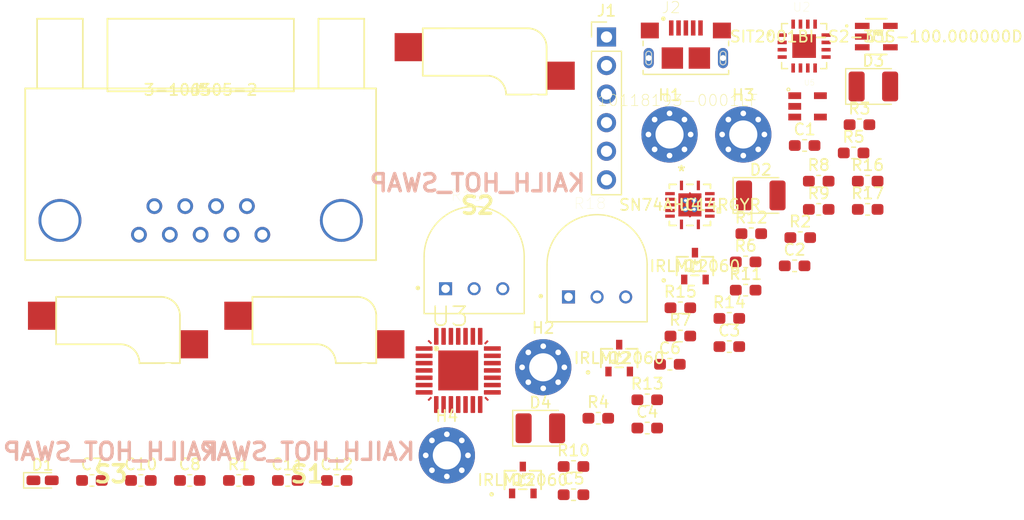
<source format=kicad_pcb>
(kicad_pcb (version 20171130) (host pcbnew 5.1.6-c6e7f7d~87~ubuntu18.04.1)

  (general
    (thickness 1.6)
    (drawings 0)
    (tracks 0)
    (zones 0)
    (modules 52)
    (nets 70)
  )

  (page A4)
  (layers
    (0 F.Cu signal)
    (31 B.Cu signal)
    (32 B.Adhes user)
    (33 F.Adhes user)
    (34 B.Paste user)
    (35 F.Paste user)
    (36 B.SilkS user)
    (37 F.SilkS user)
    (38 B.Mask user)
    (39 F.Mask user)
    (40 Dwgs.User user)
    (41 Cmts.User user)
    (42 Eco1.User user)
    (43 Eco2.User user)
    (44 Edge.Cuts user)
    (45 Margin user)
    (46 B.CrtYd user)
    (47 F.CrtYd user)
    (48 B.Fab user)
    (49 F.Fab user)
  )

  (setup
    (last_trace_width 0.25)
    (trace_clearance 0.2)
    (zone_clearance 0.508)
    (zone_45_only no)
    (trace_min 0.2)
    (via_size 0.8)
    (via_drill 0.4)
    (via_min_size 0.4)
    (via_min_drill 0.3)
    (uvia_size 0.3)
    (uvia_drill 0.1)
    (uvias_allowed no)
    (uvia_min_size 0.2)
    (uvia_min_drill 0.1)
    (edge_width 0.05)
    (segment_width 0.2)
    (pcb_text_width 0.3)
    (pcb_text_size 1.5 1.5)
    (mod_edge_width 0.12)
    (mod_text_size 1 1)
    (mod_text_width 0.15)
    (pad_size 1.524 1.524)
    (pad_drill 0.762)
    (pad_to_mask_clearance 0.05)
    (aux_axis_origin 0 0)
    (visible_elements FFFFFF7F)
    (pcbplotparams
      (layerselection 0x010fc_ffffffff)
      (usegerberextensions false)
      (usegerberattributes true)
      (usegerberadvancedattributes true)
      (creategerberjobfile true)
      (excludeedgelayer true)
      (linewidth 0.100000)
      (plotframeref false)
      (viasonmask false)
      (mode 1)
      (useauxorigin false)
      (hpglpennumber 1)
      (hpglpenspeed 20)
      (hpglpendiameter 15.000000)
      (psnegative false)
      (psa4output false)
      (plotreference true)
      (plotvalue true)
      (plotinvisibletext false)
      (padsonsilk false)
      (subtractmaskfromsilk false)
      (outputformat 1)
      (mirror false)
      (drillshape 1)
      (scaleselection 1)
      (outputdirectory ""))
  )

  (net 0 "")
  (net 1 GND)
  (net 2 +3V3)
  (net 3 +5V)
  (net 4 "Net-(C4-Pad1)")
  (net 5 "Net-(C7-Pad2)")
  (net 6 "Net-(C8-Pad2)")
  (net 7 "Net-(C11-Pad1)")
  (net 8 "Net-(D1-Pad2)")
  (net 9 "Net-(D2-Pad2)")
  (net 10 "Net-(D3-Pad2)")
  (net 11 "Net-(D4-Pad2)")
  (net 12 "Net-(J2-Pad2)")
  (net 13 "Net-(J2-Pad3)")
  (net 14 "Net-(J2-Pad4)")
  (net 15 "Net-(J2-PadS1)")
  (net 16 "Net-(J3-Pad1)")
  (net 17 "Net-(J3-Pad2)")
  (net 18 "Net-(J3-Pad3)")
  (net 19 "Net-(J3-Pad4)")
  (net 20 "Net-(J3-Pad5)")
  (net 21 "Net-(J3-Pad6)")
  (net 22 "Net-(J3-Pad7)")
  (net 23 "Net-(J3-Pad8)")
  (net 24 "Net-(J3-Pad9)")
  (net 25 "Net-(Q1-Pad1)")
  (net 26 69mA@1.7V)
  (net 27 69mA@3V)
  (net 28 "Net-(Q2-Pad1)")
  (net 29 "Net-(Q3-Pad1)")
  (net 30 57mA@1.7V)
  (net 31 "Net-(R1-Pad1)")
  (net 32 "Net-(R3-Pad2)")
  (net 33 "Net-(R5-Pad2)")
  (net 34 "Net-(D2-Pad4)")
  (net 35 "Net-(J1-PadMCLR)")
  (net 36 "Net-(D4-Pad4)")
  (net 37 "Net-(D3-Pad4)")
  (net 38 "Net-(D3-Pad3)")
  (net 39 "Net-(D2-Pad3)")
  (net 40 "Net-(D4-Pad3)")
  (net 41 "Net-(R17-Pad2)")
  (net 42 "Net-(R18-Pad2)")
  (net 43 "Net-(R19-Pad2)")
  (net 44 "Net-(U1-Pad5)")
  (net 45 "Net-(U1-Pad2)")
  (net 46 "Net-(U2-Pad2)")
  (net 47 "Net-(U2-Pad4)")
  (net 48 "Net-(U2-Pad5)")
  (net 49 "Net-(U2-Pad11)")
  (net 50 "Net-(U2-Pad12)")
  (net 51 "Net-(U2-Pad14)")
  (net 52 "Net-(U2-Pad15)")
  (net 53 "Net-(U2-Pad16)")
  (net 54 "Net-(U3-PadRA1)")
  (net 55 "Net-(U3-PadRA2)")
  (net 56 "Net-(U3-PadRA3)")
  (net 57 "Net-(U3-PadRA4)")
  (net 58 SWITCH_OUT_1)
  (net 59 SWITCH_OUT_2)
  (net 60 SWITCH_OUT_3)
  (net 61 PGD)
  (net 62 PGC)
  (net 63 "Net-(U3-PadRB12)")
  (net 64 "Net-(U4-Pad3)")
  (net 65 "Net-(U4-Pad4)")
  (net 66 "Net-(U4-Pad8)")
  (net 67 "Net-(U4-Pad9)")
  (net 68 "Net-(U4-Pad10)")
  (net 69 "Net-(U4-Pad11)")

  (net_class Default "This is the default net class."
    (clearance 0.2)
    (trace_width 0.25)
    (via_dia 0.8)
    (via_drill 0.4)
    (uvia_dia 0.3)
    (uvia_drill 0.1)
    (add_net +3V3)
    (add_net +5V)
    (add_net 57mA@1.7V)
    (add_net 69mA@1.7V)
    (add_net 69mA@3V)
    (add_net GND)
    (add_net "Net-(C11-Pad1)")
    (add_net "Net-(C4-Pad1)")
    (add_net "Net-(C7-Pad2)")
    (add_net "Net-(C8-Pad2)")
    (add_net "Net-(D1-Pad2)")
    (add_net "Net-(D2-Pad2)")
    (add_net "Net-(D2-Pad3)")
    (add_net "Net-(D2-Pad4)")
    (add_net "Net-(D3-Pad2)")
    (add_net "Net-(D3-Pad3)")
    (add_net "Net-(D3-Pad4)")
    (add_net "Net-(D4-Pad2)")
    (add_net "Net-(D4-Pad3)")
    (add_net "Net-(D4-Pad4)")
    (add_net "Net-(J1-PadMCLR)")
    (add_net "Net-(J2-Pad2)")
    (add_net "Net-(J2-Pad3)")
    (add_net "Net-(J2-Pad4)")
    (add_net "Net-(J2-PadS1)")
    (add_net "Net-(J3-Pad1)")
    (add_net "Net-(J3-Pad2)")
    (add_net "Net-(J3-Pad3)")
    (add_net "Net-(J3-Pad4)")
    (add_net "Net-(J3-Pad5)")
    (add_net "Net-(J3-Pad6)")
    (add_net "Net-(J3-Pad7)")
    (add_net "Net-(J3-Pad8)")
    (add_net "Net-(J3-Pad9)")
    (add_net "Net-(Q1-Pad1)")
    (add_net "Net-(Q2-Pad1)")
    (add_net "Net-(Q3-Pad1)")
    (add_net "Net-(R1-Pad1)")
    (add_net "Net-(R17-Pad2)")
    (add_net "Net-(R18-Pad2)")
    (add_net "Net-(R19-Pad2)")
    (add_net "Net-(R3-Pad2)")
    (add_net "Net-(R5-Pad2)")
    (add_net "Net-(U1-Pad2)")
    (add_net "Net-(U1-Pad5)")
    (add_net "Net-(U2-Pad11)")
    (add_net "Net-(U2-Pad12)")
    (add_net "Net-(U2-Pad14)")
    (add_net "Net-(U2-Pad15)")
    (add_net "Net-(U2-Pad16)")
    (add_net "Net-(U2-Pad2)")
    (add_net "Net-(U2-Pad4)")
    (add_net "Net-(U2-Pad5)")
    (add_net "Net-(U3-PadRA1)")
    (add_net "Net-(U3-PadRA2)")
    (add_net "Net-(U3-PadRA3)")
    (add_net "Net-(U3-PadRA4)")
    (add_net "Net-(U3-PadRB12)")
    (add_net "Net-(U4-Pad10)")
    (add_net "Net-(U4-Pad11)")
    (add_net "Net-(U4-Pad3)")
    (add_net "Net-(U4-Pad4)")
    (add_net "Net-(U4-Pad8)")
    (add_net "Net-(U4-Pad9)")
    (add_net PGC)
    (add_net PGD)
    (add_net SWITCH_OUT_1)
    (add_net SWITCH_OUT_2)
    (add_net SWITCH_OUT_3)
  )

  (module Capacitor_SMD:C_0603_1608Metric_Pad1.05x0.95mm_HandSolder (layer F.Cu) (tedit 5B301BBE) (tstamp 5F11BBAA)
    (at 143.095001 -2.494999)
    (descr "Capacitor SMD 0603 (1608 Metric), square (rectangular) end terminal, IPC_7351 nominal with elongated pad for handsoldering. (Body size source: http://www.tortai-tech.com/upload/download/2011102023233369053.pdf), generated with kicad-footprint-generator")
    (tags "capacitor handsolder")
    (path /5D14A602)
    (attr smd)
    (fp_text reference C1 (at 0 -1.43) (layer F.SilkS)
      (effects (font (size 1 1) (thickness 0.15)))
    )
    (fp_text value 0.1UF (at 0 1.43) (layer F.Fab)
      (effects (font (size 1 1) (thickness 0.15)))
    )
    (fp_line (start -0.8 0.4) (end -0.8 -0.4) (layer F.Fab) (width 0.1))
    (fp_line (start -0.8 -0.4) (end 0.8 -0.4) (layer F.Fab) (width 0.1))
    (fp_line (start 0.8 -0.4) (end 0.8 0.4) (layer F.Fab) (width 0.1))
    (fp_line (start 0.8 0.4) (end -0.8 0.4) (layer F.Fab) (width 0.1))
    (fp_line (start -0.171267 -0.51) (end 0.171267 -0.51) (layer F.SilkS) (width 0.12))
    (fp_line (start -0.171267 0.51) (end 0.171267 0.51) (layer F.SilkS) (width 0.12))
    (fp_line (start -1.65 0.73) (end -1.65 -0.73) (layer F.CrtYd) (width 0.05))
    (fp_line (start -1.65 -0.73) (end 1.65 -0.73) (layer F.CrtYd) (width 0.05))
    (fp_line (start 1.65 -0.73) (end 1.65 0.73) (layer F.CrtYd) (width 0.05))
    (fp_line (start 1.65 0.73) (end -1.65 0.73) (layer F.CrtYd) (width 0.05))
    (fp_text user %R (at 0 0) (layer F.Fab)
      (effects (font (size 0.4 0.4) (thickness 0.06)))
    )
    (pad 1 smd roundrect (at -0.875 0) (size 1.05 0.95) (layers F.Cu F.Paste F.Mask) (roundrect_rratio 0.25)
      (net 1 GND))
    (pad 2 smd roundrect (at 0.875 0) (size 1.05 0.95) (layers F.Cu F.Paste F.Mask) (roundrect_rratio 0.25)
      (net 2 +3V3))
    (model ${KISYS3DMOD}/Capacitor_SMD.3dshapes/C_0603_1608Metric.wrl
      (at (xyz 0 0 0))
      (scale (xyz 1 1 1))
      (rotate (xyz 0 0 0))
    )
  )

  (module Capacitor_SMD:C_0603_1608Metric_Pad1.05x0.95mm_HandSolder (layer F.Cu) (tedit 5B301BBE) (tstamp 5F11C0B4)
    (at 142.205001 8.205001)
    (descr "Capacitor SMD 0603 (1608 Metric), square (rectangular) end terminal, IPC_7351 nominal with elongated pad for handsoldering. (Body size source: http://www.tortai-tech.com/upload/download/2011102023233369053.pdf), generated with kicad-footprint-generator")
    (tags "capacitor handsolder")
    (path /5D14601C)
    (attr smd)
    (fp_text reference C2 (at 0 -1.43) (layer F.SilkS)
      (effects (font (size 1 1) (thickness 0.15)))
    )
    (fp_text value 1UF (at 0 1.43) (layer F.Fab)
      (effects (font (size 1 1) (thickness 0.15)))
    )
    (fp_line (start -0.8 0.4) (end -0.8 -0.4) (layer F.Fab) (width 0.1))
    (fp_line (start -0.8 -0.4) (end 0.8 -0.4) (layer F.Fab) (width 0.1))
    (fp_line (start 0.8 -0.4) (end 0.8 0.4) (layer F.Fab) (width 0.1))
    (fp_line (start 0.8 0.4) (end -0.8 0.4) (layer F.Fab) (width 0.1))
    (fp_line (start -0.171267 -0.51) (end 0.171267 -0.51) (layer F.SilkS) (width 0.12))
    (fp_line (start -0.171267 0.51) (end 0.171267 0.51) (layer F.SilkS) (width 0.12))
    (fp_line (start -1.65 0.73) (end -1.65 -0.73) (layer F.CrtYd) (width 0.05))
    (fp_line (start -1.65 -0.73) (end 1.65 -0.73) (layer F.CrtYd) (width 0.05))
    (fp_line (start 1.65 -0.73) (end 1.65 0.73) (layer F.CrtYd) (width 0.05))
    (fp_line (start 1.65 0.73) (end -1.65 0.73) (layer F.CrtYd) (width 0.05))
    (fp_text user %R (at 0 0) (layer F.Fab)
      (effects (font (size 0.4 0.4) (thickness 0.06)))
    )
    (pad 1 smd roundrect (at -0.875 0) (size 1.05 0.95) (layers F.Cu F.Paste F.Mask) (roundrect_rratio 0.25)
      (net 3 +5V))
    (pad 2 smd roundrect (at 0.875 0) (size 1.05 0.95) (layers F.Cu F.Paste F.Mask) (roundrect_rratio 0.25)
      (net 1 GND))
    (model ${KISYS3DMOD}/Capacitor_SMD.3dshapes/C_0603_1608Metric.wrl
      (at (xyz 0 0 0))
      (scale (xyz 1 1 1))
      (rotate (xyz 0 0 0))
    )
  )

  (module Capacitor_SMD:C_0603_1608Metric_Pad1.05x0.95mm_HandSolder (layer F.Cu) (tedit 5B301BBE) (tstamp 5F11C039)
    (at 136.405001 15.385001)
    (descr "Capacitor SMD 0603 (1608 Metric), square (rectangular) end terminal, IPC_7351 nominal with elongated pad for handsoldering. (Body size source: http://www.tortai-tech.com/upload/download/2011102023233369053.pdf), generated with kicad-footprint-generator")
    (tags "capacitor handsolder")
    (path /5D5FFC3B)
    (attr smd)
    (fp_text reference C3 (at 0 -1.43) (layer F.SilkS)
      (effects (font (size 1 1) (thickness 0.15)))
    )
    (fp_text value 10uF (at 0 1.43) (layer F.Fab)
      (effects (font (size 1 1) (thickness 0.15)))
    )
    (fp_line (start 1.65 0.73) (end -1.65 0.73) (layer F.CrtYd) (width 0.05))
    (fp_line (start 1.65 -0.73) (end 1.65 0.73) (layer F.CrtYd) (width 0.05))
    (fp_line (start -1.65 -0.73) (end 1.65 -0.73) (layer F.CrtYd) (width 0.05))
    (fp_line (start -1.65 0.73) (end -1.65 -0.73) (layer F.CrtYd) (width 0.05))
    (fp_line (start -0.171267 0.51) (end 0.171267 0.51) (layer F.SilkS) (width 0.12))
    (fp_line (start -0.171267 -0.51) (end 0.171267 -0.51) (layer F.SilkS) (width 0.12))
    (fp_line (start 0.8 0.4) (end -0.8 0.4) (layer F.Fab) (width 0.1))
    (fp_line (start 0.8 -0.4) (end 0.8 0.4) (layer F.Fab) (width 0.1))
    (fp_line (start -0.8 -0.4) (end 0.8 -0.4) (layer F.Fab) (width 0.1))
    (fp_line (start -0.8 0.4) (end -0.8 -0.4) (layer F.Fab) (width 0.1))
    (fp_text user %R (at 0 0) (layer F.Fab)
      (effects (font (size 0.4 0.4) (thickness 0.06)))
    )
    (pad 2 smd roundrect (at 0.875 0) (size 1.05 0.95) (layers F.Cu F.Paste F.Mask) (roundrect_rratio 0.25)
      (net 1 GND))
    (pad 1 smd roundrect (at -0.875 0) (size 1.05 0.95) (layers F.Cu F.Paste F.Mask) (roundrect_rratio 0.25)
      (net 3 +5V))
    (model ${KISYS3DMOD}/Capacitor_SMD.3dshapes/C_0603_1608Metric.wrl
      (at (xyz 0 0 0))
      (scale (xyz 1 1 1))
      (rotate (xyz 0 0 0))
    )
  )

  (module Capacitor_SMD:C_0603_1608Metric_Pad1.05x0.95mm_HandSolder (layer F.Cu) (tedit 5B301BBE) (tstamp 5F11B352)
    (at 129.115001 22.625001)
    (descr "Capacitor SMD 0603 (1608 Metric), square (rectangular) end terminal, IPC_7351 nominal with elongated pad for handsoldering. (Body size source: http://www.tortai-tech.com/upload/download/2011102023233369053.pdf), generated with kicad-footprint-generator")
    (tags "capacitor handsolder")
    (path /5D138551)
    (attr smd)
    (fp_text reference C4 (at 0 -1.43) (layer F.SilkS)
      (effects (font (size 1 1) (thickness 0.15)))
    )
    (fp_text value 0.1UF (at 0 1.43) (layer F.Fab)
      (effects (font (size 1 1) (thickness 0.15)))
    )
    (fp_line (start 1.65 0.73) (end -1.65 0.73) (layer F.CrtYd) (width 0.05))
    (fp_line (start 1.65 -0.73) (end 1.65 0.73) (layer F.CrtYd) (width 0.05))
    (fp_line (start -1.65 -0.73) (end 1.65 -0.73) (layer F.CrtYd) (width 0.05))
    (fp_line (start -1.65 0.73) (end -1.65 -0.73) (layer F.CrtYd) (width 0.05))
    (fp_line (start -0.171267 0.51) (end 0.171267 0.51) (layer F.SilkS) (width 0.12))
    (fp_line (start -0.171267 -0.51) (end 0.171267 -0.51) (layer F.SilkS) (width 0.12))
    (fp_line (start 0.8 0.4) (end -0.8 0.4) (layer F.Fab) (width 0.1))
    (fp_line (start 0.8 -0.4) (end 0.8 0.4) (layer F.Fab) (width 0.1))
    (fp_line (start -0.8 -0.4) (end 0.8 -0.4) (layer F.Fab) (width 0.1))
    (fp_line (start -0.8 0.4) (end -0.8 -0.4) (layer F.Fab) (width 0.1))
    (fp_text user %R (at 0 0) (layer F.Fab)
      (effects (font (size 0.4 0.4) (thickness 0.06)))
    )
    (pad 2 smd roundrect (at 0.875 0) (size 1.05 0.95) (layers F.Cu F.Paste F.Mask) (roundrect_rratio 0.25)
      (net 1 GND))
    (pad 1 smd roundrect (at -0.875 0) (size 1.05 0.95) (layers F.Cu F.Paste F.Mask) (roundrect_rratio 0.25)
      (net 4 "Net-(C4-Pad1)"))
    (model ${KISYS3DMOD}/Capacitor_SMD.3dshapes/C_0603_1608Metric.wrl
      (at (xyz 0 0 0))
      (scale (xyz 1 1 1))
      (rotate (xyz 0 0 0))
    )
  )

  (module Capacitor_SMD:C_0603_1608Metric_Pad1.05x0.95mm_HandSolder (layer F.Cu) (tedit 5B301BBE) (tstamp 5F11AF6E)
    (at 122.565001 28.555001)
    (descr "Capacitor SMD 0603 (1608 Metric), square (rectangular) end terminal, IPC_7351 nominal with elongated pad for handsoldering. (Body size source: http://www.tortai-tech.com/upload/download/2011102023233369053.pdf), generated with kicad-footprint-generator")
    (tags "capacitor handsolder")
    (path /5D14DA6D)
    (attr smd)
    (fp_text reference C5 (at 0 -1.43) (layer F.SilkS)
      (effects (font (size 1 1) (thickness 0.15)))
    )
    (fp_text value 0.1UF (at 0 1.43) (layer F.Fab)
      (effects (font (size 1 1) (thickness 0.15)))
    )
    (fp_line (start -0.8 0.4) (end -0.8 -0.4) (layer F.Fab) (width 0.1))
    (fp_line (start -0.8 -0.4) (end 0.8 -0.4) (layer F.Fab) (width 0.1))
    (fp_line (start 0.8 -0.4) (end 0.8 0.4) (layer F.Fab) (width 0.1))
    (fp_line (start 0.8 0.4) (end -0.8 0.4) (layer F.Fab) (width 0.1))
    (fp_line (start -0.171267 -0.51) (end 0.171267 -0.51) (layer F.SilkS) (width 0.12))
    (fp_line (start -0.171267 0.51) (end 0.171267 0.51) (layer F.SilkS) (width 0.12))
    (fp_line (start -1.65 0.73) (end -1.65 -0.73) (layer F.CrtYd) (width 0.05))
    (fp_line (start -1.65 -0.73) (end 1.65 -0.73) (layer F.CrtYd) (width 0.05))
    (fp_line (start 1.65 -0.73) (end 1.65 0.73) (layer F.CrtYd) (width 0.05))
    (fp_line (start 1.65 0.73) (end -1.65 0.73) (layer F.CrtYd) (width 0.05))
    (fp_text user %R (at 0 0) (layer F.Fab)
      (effects (font (size 0.4 0.4) (thickness 0.06)))
    )
    (pad 1 smd roundrect (at -0.875 0) (size 1.05 0.95) (layers F.Cu F.Paste F.Mask) (roundrect_rratio 0.25)
      (net 1 GND))
    (pad 2 smd roundrect (at 0.875 0) (size 1.05 0.95) (layers F.Cu F.Paste F.Mask) (roundrect_rratio 0.25)
      (net 2 +3V3))
    (model ${KISYS3DMOD}/Capacitor_SMD.3dshapes/C_0603_1608Metric.wrl
      (at (xyz 0 0 0))
      (scale (xyz 1 1 1))
      (rotate (xyz 0 0 0))
    )
  )

  (module Capacitor_SMD:C_0603_1608Metric_Pad1.05x0.95mm_HandSolder (layer F.Cu) (tedit 5B301BBE) (tstamp 5F11C0E4)
    (at 131.125001 16.955001)
    (descr "Capacitor SMD 0603 (1608 Metric), square (rectangular) end terminal, IPC_7351 nominal with elongated pad for handsoldering. (Body size source: http://www.tortai-tech.com/upload/download/2011102023233369053.pdf), generated with kicad-footprint-generator")
    (tags "capacitor handsolder")
    (path /5D14E879)
    (attr smd)
    (fp_text reference C6 (at 0 -1.43) (layer F.SilkS)
      (effects (font (size 1 1) (thickness 0.15)))
    )
    (fp_text value 0.1UF (at 0 1.43) (layer F.Fab)
      (effects (font (size 1 1) (thickness 0.15)))
    )
    (fp_line (start 1.65 0.73) (end -1.65 0.73) (layer F.CrtYd) (width 0.05))
    (fp_line (start 1.65 -0.73) (end 1.65 0.73) (layer F.CrtYd) (width 0.05))
    (fp_line (start -1.65 -0.73) (end 1.65 -0.73) (layer F.CrtYd) (width 0.05))
    (fp_line (start -1.65 0.73) (end -1.65 -0.73) (layer F.CrtYd) (width 0.05))
    (fp_line (start -0.171267 0.51) (end 0.171267 0.51) (layer F.SilkS) (width 0.12))
    (fp_line (start -0.171267 -0.51) (end 0.171267 -0.51) (layer F.SilkS) (width 0.12))
    (fp_line (start 0.8 0.4) (end -0.8 0.4) (layer F.Fab) (width 0.1))
    (fp_line (start 0.8 -0.4) (end 0.8 0.4) (layer F.Fab) (width 0.1))
    (fp_line (start -0.8 -0.4) (end 0.8 -0.4) (layer F.Fab) (width 0.1))
    (fp_line (start -0.8 0.4) (end -0.8 -0.4) (layer F.Fab) (width 0.1))
    (fp_text user %R (at 0 0) (layer F.Fab)
      (effects (font (size 0.4 0.4) (thickness 0.06)))
    )
    (pad 2 smd roundrect (at 0.875 0) (size 1.05 0.95) (layers F.Cu F.Paste F.Mask) (roundrect_rratio 0.25)
      (net 2 +3V3))
    (pad 1 smd roundrect (at -0.875 0) (size 1.05 0.95) (layers F.Cu F.Paste F.Mask) (roundrect_rratio 0.25)
      (net 1 GND))
    (model ${KISYS3DMOD}/Capacitor_SMD.3dshapes/C_0603_1608Metric.wrl
      (at (xyz 0 0 0))
      (scale (xyz 1 1 1))
      (rotate (xyz 0 0 0))
    )
  )

  (module Capacitor_SMD:C_0603_1608Metric_Pad1.05x0.95mm_HandSolder (layer F.Cu) (tedit 5B301BBE) (tstamp 5F11C144)
    (at 79.785001 27.285001)
    (descr "Capacitor SMD 0603 (1608 Metric), square (rectangular) end terminal, IPC_7351 nominal with elongated pad for handsoldering. (Body size source: http://www.tortai-tech.com/upload/download/2011102023233369053.pdf), generated with kicad-footprint-generator")
    (tags "capacitor handsolder")
    (path /5D18C5D8)
    (attr smd)
    (fp_text reference C7 (at 0 -1.43) (layer F.SilkS)
      (effects (font (size 1 1) (thickness 0.15)))
    )
    (fp_text value 0.1UF (at 0 1.43) (layer F.Fab)
      (effects (font (size 1 1) (thickness 0.15)))
    )
    (fp_line (start -0.8 0.4) (end -0.8 -0.4) (layer F.Fab) (width 0.1))
    (fp_line (start -0.8 -0.4) (end 0.8 -0.4) (layer F.Fab) (width 0.1))
    (fp_line (start 0.8 -0.4) (end 0.8 0.4) (layer F.Fab) (width 0.1))
    (fp_line (start 0.8 0.4) (end -0.8 0.4) (layer F.Fab) (width 0.1))
    (fp_line (start -0.171267 -0.51) (end 0.171267 -0.51) (layer F.SilkS) (width 0.12))
    (fp_line (start -0.171267 0.51) (end 0.171267 0.51) (layer F.SilkS) (width 0.12))
    (fp_line (start -1.65 0.73) (end -1.65 -0.73) (layer F.CrtYd) (width 0.05))
    (fp_line (start -1.65 -0.73) (end 1.65 -0.73) (layer F.CrtYd) (width 0.05))
    (fp_line (start 1.65 -0.73) (end 1.65 0.73) (layer F.CrtYd) (width 0.05))
    (fp_line (start 1.65 0.73) (end -1.65 0.73) (layer F.CrtYd) (width 0.05))
    (fp_text user %R (at 0 0) (layer F.Fab)
      (effects (font (size 0.4 0.4) (thickness 0.06)))
    )
    (pad 1 smd roundrect (at -0.875 0) (size 1.05 0.95) (layers F.Cu F.Paste F.Mask) (roundrect_rratio 0.25)
      (net 1 GND))
    (pad 2 smd roundrect (at 0.875 0) (size 1.05 0.95) (layers F.Cu F.Paste F.Mask) (roundrect_rratio 0.25)
      (net 5 "Net-(C7-Pad2)"))
    (model ${KISYS3DMOD}/Capacitor_SMD.3dshapes/C_0603_1608Metric.wrl
      (at (xyz 0 0 0))
      (scale (xyz 1 1 1))
      (rotate (xyz 0 0 0))
    )
  )

  (module Capacitor_SMD:C_0603_1608Metric_Pad1.05x0.95mm_HandSolder (layer F.Cu) (tedit 5B301BBE) (tstamp 5F11B448)
    (at 88.485001 27.285001)
    (descr "Capacitor SMD 0603 (1608 Metric), square (rectangular) end terminal, IPC_7351 nominal with elongated pad for handsoldering. (Body size source: http://www.tortai-tech.com/upload/download/2011102023233369053.pdf), generated with kicad-footprint-generator")
    (tags "capacitor handsolder")
    (path /5D1BEC6A)
    (attr smd)
    (fp_text reference C8 (at 0 -1.43) (layer F.SilkS)
      (effects (font (size 1 1) (thickness 0.15)))
    )
    (fp_text value 0.1UF (at 0 1.43) (layer F.Fab)
      (effects (font (size 1 1) (thickness 0.15)))
    )
    (fp_line (start 1.65 0.73) (end -1.65 0.73) (layer F.CrtYd) (width 0.05))
    (fp_line (start 1.65 -0.73) (end 1.65 0.73) (layer F.CrtYd) (width 0.05))
    (fp_line (start -1.65 -0.73) (end 1.65 -0.73) (layer F.CrtYd) (width 0.05))
    (fp_line (start -1.65 0.73) (end -1.65 -0.73) (layer F.CrtYd) (width 0.05))
    (fp_line (start -0.171267 0.51) (end 0.171267 0.51) (layer F.SilkS) (width 0.12))
    (fp_line (start -0.171267 -0.51) (end 0.171267 -0.51) (layer F.SilkS) (width 0.12))
    (fp_line (start 0.8 0.4) (end -0.8 0.4) (layer F.Fab) (width 0.1))
    (fp_line (start 0.8 -0.4) (end 0.8 0.4) (layer F.Fab) (width 0.1))
    (fp_line (start -0.8 -0.4) (end 0.8 -0.4) (layer F.Fab) (width 0.1))
    (fp_line (start -0.8 0.4) (end -0.8 -0.4) (layer F.Fab) (width 0.1))
    (fp_text user %R (at 0 0) (layer F.Fab)
      (effects (font (size 0.4 0.4) (thickness 0.06)))
    )
    (pad 2 smd roundrect (at 0.875 0) (size 1.05 0.95) (layers F.Cu F.Paste F.Mask) (roundrect_rratio 0.25)
      (net 6 "Net-(C8-Pad2)"))
    (pad 1 smd roundrect (at -0.875 0) (size 1.05 0.95) (layers F.Cu F.Paste F.Mask) (roundrect_rratio 0.25)
      (net 1 GND))
    (model ${KISYS3DMOD}/Capacitor_SMD.3dshapes/C_0603_1608Metric.wrl
      (at (xyz 0 0 0))
      (scale (xyz 1 1 1))
      (rotate (xyz 0 0 0))
    )
  )

  (module Capacitor_SMD:C_0603_1608Metric_Pad1.05x0.95mm_HandSolder (layer F.Cu) (tedit 5B301BBE) (tstamp 5F11B4F3)
    (at 84.135001 27.285001)
    (descr "Capacitor SMD 0603 (1608 Metric), square (rectangular) end terminal, IPC_7351 nominal with elongated pad for handsoldering. (Body size source: http://www.tortai-tech.com/upload/download/2011102023233369053.pdf), generated with kicad-footprint-generator")
    (tags "capacitor handsolder")
    (path /5D16B7DF)
    (attr smd)
    (fp_text reference C10 (at 0 -1.43) (layer F.SilkS)
      (effects (font (size 1 1) (thickness 0.15)))
    )
    (fp_text value 0.1UF (at 0 1.43) (layer F.Fab)
      (effects (font (size 1 1) (thickness 0.15)))
    )
    (fp_line (start -0.8 0.4) (end -0.8 -0.4) (layer F.Fab) (width 0.1))
    (fp_line (start -0.8 -0.4) (end 0.8 -0.4) (layer F.Fab) (width 0.1))
    (fp_line (start 0.8 -0.4) (end 0.8 0.4) (layer F.Fab) (width 0.1))
    (fp_line (start 0.8 0.4) (end -0.8 0.4) (layer F.Fab) (width 0.1))
    (fp_line (start -0.171267 -0.51) (end 0.171267 -0.51) (layer F.SilkS) (width 0.12))
    (fp_line (start -0.171267 0.51) (end 0.171267 0.51) (layer F.SilkS) (width 0.12))
    (fp_line (start -1.65 0.73) (end -1.65 -0.73) (layer F.CrtYd) (width 0.05))
    (fp_line (start -1.65 -0.73) (end 1.65 -0.73) (layer F.CrtYd) (width 0.05))
    (fp_line (start 1.65 -0.73) (end 1.65 0.73) (layer F.CrtYd) (width 0.05))
    (fp_line (start 1.65 0.73) (end -1.65 0.73) (layer F.CrtYd) (width 0.05))
    (fp_text user %R (at 0 0) (layer F.Fab)
      (effects (font (size 0.4 0.4) (thickness 0.06)))
    )
    (pad 1 smd roundrect (at -0.875 0) (size 1.05 0.95) (layers F.Cu F.Paste F.Mask) (roundrect_rratio 0.25)
      (net 1 GND))
    (pad 2 smd roundrect (at 0.875 0) (size 1.05 0.95) (layers F.Cu F.Paste F.Mask) (roundrect_rratio 0.25)
      (net 2 +3V3))
    (model ${KISYS3DMOD}/Capacitor_SMD.3dshapes/C_0603_1608Metric.wrl
      (at (xyz 0 0 0))
      (scale (xyz 1 1 1))
      (rotate (xyz 0 0 0))
    )
  )

  (module Capacitor_SMD:C_0603_1608Metric_Pad1.05x0.95mm_HandSolder (layer F.Cu) (tedit 5B301BBE) (tstamp 5F11B676)
    (at 97.185001 27.285001)
    (descr "Capacitor SMD 0603 (1608 Metric), square (rectangular) end terminal, IPC_7351 nominal with elongated pad for handsoldering. (Body size source: http://www.tortai-tech.com/upload/download/2011102023233369053.pdf), generated with kicad-footprint-generator")
    (tags "capacitor handsolder")
    (path /5D5CD585)
    (attr smd)
    (fp_text reference C11 (at 0 -1.43) (layer F.SilkS)
      (effects (font (size 1 1) (thickness 0.15)))
    )
    (fp_text value 0.1uF (at 0 1.43) (layer F.Fab)
      (effects (font (size 1 1) (thickness 0.15)))
    )
    (fp_line (start -0.8 0.4) (end -0.8 -0.4) (layer F.Fab) (width 0.1))
    (fp_line (start -0.8 -0.4) (end 0.8 -0.4) (layer F.Fab) (width 0.1))
    (fp_line (start 0.8 -0.4) (end 0.8 0.4) (layer F.Fab) (width 0.1))
    (fp_line (start 0.8 0.4) (end -0.8 0.4) (layer F.Fab) (width 0.1))
    (fp_line (start -0.171267 -0.51) (end 0.171267 -0.51) (layer F.SilkS) (width 0.12))
    (fp_line (start -0.171267 0.51) (end 0.171267 0.51) (layer F.SilkS) (width 0.12))
    (fp_line (start -1.65 0.73) (end -1.65 -0.73) (layer F.CrtYd) (width 0.05))
    (fp_line (start -1.65 -0.73) (end 1.65 -0.73) (layer F.CrtYd) (width 0.05))
    (fp_line (start 1.65 -0.73) (end 1.65 0.73) (layer F.CrtYd) (width 0.05))
    (fp_line (start 1.65 0.73) (end -1.65 0.73) (layer F.CrtYd) (width 0.05))
    (fp_text user %R (at 0 0) (layer F.Fab)
      (effects (font (size 0.4 0.4) (thickness 0.06)))
    )
    (pad 1 smd roundrect (at -0.875 0) (size 1.05 0.95) (layers F.Cu F.Paste F.Mask) (roundrect_rratio 0.25)
      (net 7 "Net-(C11-Pad1)"))
    (pad 2 smd roundrect (at 0.875 0) (size 1.05 0.95) (layers F.Cu F.Paste F.Mask) (roundrect_rratio 0.25)
      (net 1 GND))
    (model ${KISYS3DMOD}/Capacitor_SMD.3dshapes/C_0603_1608Metric.wrl
      (at (xyz 0 0 0))
      (scale (xyz 1 1 1))
      (rotate (xyz 0 0 0))
    )
  )

  (module Capacitor_SMD:C_0603_1608Metric_Pad1.05x0.95mm_HandSolder (layer F.Cu) (tedit 5B301BBE) (tstamp 5F11BC0A)
    (at 101.535001 27.285001)
    (descr "Capacitor SMD 0603 (1608 Metric), square (rectangular) end terminal, IPC_7351 nominal with elongated pad for handsoldering. (Body size source: http://www.tortai-tech.com/upload/download/2011102023233369053.pdf), generated with kicad-footprint-generator")
    (tags "capacitor handsolder")
    (path /5D542C26)
    (attr smd)
    (fp_text reference C12 (at 0 -1.43) (layer F.SilkS)
      (effects (font (size 1 1) (thickness 0.15)))
    )
    (fp_text value 1UF (at 0 1.43) (layer F.Fab)
      (effects (font (size 1 1) (thickness 0.15)))
    )
    (fp_line (start 1.65 0.73) (end -1.65 0.73) (layer F.CrtYd) (width 0.05))
    (fp_line (start 1.65 -0.73) (end 1.65 0.73) (layer F.CrtYd) (width 0.05))
    (fp_line (start -1.65 -0.73) (end 1.65 -0.73) (layer F.CrtYd) (width 0.05))
    (fp_line (start -1.65 0.73) (end -1.65 -0.73) (layer F.CrtYd) (width 0.05))
    (fp_line (start -0.171267 0.51) (end 0.171267 0.51) (layer F.SilkS) (width 0.12))
    (fp_line (start -0.171267 -0.51) (end 0.171267 -0.51) (layer F.SilkS) (width 0.12))
    (fp_line (start 0.8 0.4) (end -0.8 0.4) (layer F.Fab) (width 0.1))
    (fp_line (start 0.8 -0.4) (end 0.8 0.4) (layer F.Fab) (width 0.1))
    (fp_line (start -0.8 -0.4) (end 0.8 -0.4) (layer F.Fab) (width 0.1))
    (fp_line (start -0.8 0.4) (end -0.8 -0.4) (layer F.Fab) (width 0.1))
    (fp_text user %R (at 0 0) (layer F.Fab)
      (effects (font (size 0.4 0.4) (thickness 0.06)))
    )
    (pad 2 smd roundrect (at 0.875 0) (size 1.05 0.95) (layers F.Cu F.Paste F.Mask) (roundrect_rratio 0.25)
      (net 1 GND))
    (pad 1 smd roundrect (at -0.875 0) (size 1.05 0.95) (layers F.Cu F.Paste F.Mask) (roundrect_rratio 0.25)
      (net 2 +3V3))
    (model ${KISYS3DMOD}/Capacitor_SMD.3dshapes/C_0603_1608Metric.wrl
      (at (xyz 0 0 0))
      (scale (xyz 1 1 1))
      (rotate (xyz 0 0 0))
    )
  )

  (module LED_SMD:LED_0603_1608Metric_Castellated (layer F.Cu) (tedit 5B301BBE) (tstamp 5F11BB1C)
    (at 75.405001 27.275001)
    (descr "LED SMD 0603 (1608 Metric), castellated end terminal, IPC_7351 nominal, (Body size source: http://www.tortai-tech.com/upload/download/2011102023233369053.pdf), generated with kicad-footprint-generator")
    (tags "LED castellated")
    (path /5D6489DE)
    (attr smd)
    (fp_text reference D1 (at 0 -1.38) (layer F.SilkS)
      (effects (font (size 1 1) (thickness 0.15)))
    )
    (fp_text value "RED LED" (at 0 1.38) (layer F.Fab)
      (effects (font (size 1 1) (thickness 0.15)))
    )
    (fp_line (start 0.8 -0.4) (end -0.5 -0.4) (layer F.Fab) (width 0.1))
    (fp_line (start -0.5 -0.4) (end -0.8 -0.1) (layer F.Fab) (width 0.1))
    (fp_line (start -0.8 -0.1) (end -0.8 0.4) (layer F.Fab) (width 0.1))
    (fp_line (start -0.8 0.4) (end 0.8 0.4) (layer F.Fab) (width 0.1))
    (fp_line (start 0.8 0.4) (end 0.8 -0.4) (layer F.Fab) (width 0.1))
    (fp_line (start 0.8 -0.685) (end -1.685 -0.685) (layer F.SilkS) (width 0.12))
    (fp_line (start -1.685 -0.685) (end -1.685 0.685) (layer F.SilkS) (width 0.12))
    (fp_line (start -1.685 0.685) (end 0.8 0.685) (layer F.SilkS) (width 0.12))
    (fp_line (start -1.68 0.68) (end -1.68 -0.68) (layer F.CrtYd) (width 0.05))
    (fp_line (start -1.68 -0.68) (end 1.68 -0.68) (layer F.CrtYd) (width 0.05))
    (fp_line (start 1.68 -0.68) (end 1.68 0.68) (layer F.CrtYd) (width 0.05))
    (fp_line (start 1.68 0.68) (end -1.68 0.68) (layer F.CrtYd) (width 0.05))
    (fp_text user %R (at 0 0) (layer F.Fab)
      (effects (font (size 0.4 0.4) (thickness 0.06)))
    )
    (pad 1 smd roundrect (at -0.8125 0) (size 1.225 0.85) (layers F.Cu F.Paste F.Mask) (roundrect_rratio 0.25)
      (net 1 GND))
    (pad 2 smd roundrect (at 0.8125 0) (size 1.225 0.85) (layers F.Cu F.Paste F.Mask) (roundrect_rratio 0.25)
      (net 8 "Net-(D1-Pad2)"))
    (model ${KISYS3DMOD}/LED_SMD.3dshapes/LED_0603_1608Metric_Castellated.wrl
      (at (xyz 0 0 0))
      (scale (xyz 1 1 1))
      (rotate (xyz 0 0 0))
    )
  )

  (module LED_SMD:LED_1210_3225Metric_Pad1.42x2.65mm_HandSolder (layer F.Cu) (tedit 5B4B45C9) (tstamp 5F11B5CA)
    (at 139.200001 1.945001)
    (descr "LED SMD 1210 (3225 Metric), square (rectangular) end terminal, IPC_7351 nominal, (Body size source: http://www.tortai-tech.com/upload/download/2011102023233369053.pdf), generated with kicad-footprint-generator")
    (tags "LED handsolder")
    (path /5F1A8137)
    (attr smd)
    (fp_text reference D2 (at 0 -2.28) (layer F.SilkS)
      (effects (font (size 1 1) (thickness 0.15)))
    )
    (fp_text value LED (at 0 2.28) (layer F.Fab)
      (effects (font (size 1 1) (thickness 0.15)))
    )
    (fp_line (start 1.6 -1.25) (end -0.975 -1.25) (layer F.Fab) (width 0.1))
    (fp_line (start -0.975 -1.25) (end -1.6 -0.625) (layer F.Fab) (width 0.1))
    (fp_line (start -1.6 -0.625) (end -1.6 1.25) (layer F.Fab) (width 0.1))
    (fp_line (start -1.6 1.25) (end 1.6 1.25) (layer F.Fab) (width 0.1))
    (fp_line (start 1.6 1.25) (end 1.6 -1.25) (layer F.Fab) (width 0.1))
    (fp_line (start 1.6 -1.585) (end -2.46 -1.585) (layer F.SilkS) (width 0.12))
    (fp_line (start -2.46 -1.585) (end -2.46 1.585) (layer F.SilkS) (width 0.12))
    (fp_line (start -2.46 1.585) (end 1.6 1.585) (layer F.SilkS) (width 0.12))
    (fp_line (start -2.45 1.58) (end -2.45 -1.58) (layer F.CrtYd) (width 0.05))
    (fp_line (start -2.45 -1.58) (end 2.45 -1.58) (layer F.CrtYd) (width 0.05))
    (fp_line (start 2.45 -1.58) (end 2.45 1.58) (layer F.CrtYd) (width 0.05))
    (fp_line (start 2.45 1.58) (end -2.45 1.58) (layer F.CrtYd) (width 0.05))
    (fp_text user %R (at 0 0) (layer F.Fab)
      (effects (font (size 0.8 0.8) (thickness 0.12)))
    )
    (pad 1 smd roundrect (at -1.4875 0) (size 1.425 2.65) (layers F.Cu F.Paste F.Mask) (roundrect_rratio 0.175439)
      (net 3 +5V))
    (pad 2 smd roundrect (at 1.4875 0) (size 1.425 2.65) (layers F.Cu F.Paste F.Mask) (roundrect_rratio 0.175439)
      (net 9 "Net-(D2-Pad2)"))
    (model ${KISYS3DMOD}/LED_SMD.3dshapes/LED_1210_3225Metric.wrl
      (at (xyz 0 0 0))
      (scale (xyz 1 1 1))
      (rotate (xyz 0 0 0))
    )
  )

  (module LED_SMD:LED_1210_3225Metric_Pad1.42x2.65mm_HandSolder (layer F.Cu) (tedit 5B4B45C9) (tstamp 5F11B1BC)
    (at 149.200001 -7.744999)
    (descr "LED SMD 1210 (3225 Metric), square (rectangular) end terminal, IPC_7351 nominal, (Body size source: http://www.tortai-tech.com/upload/download/2011102023233369053.pdf), generated with kicad-footprint-generator")
    (tags "LED handsolder")
    (path /5F1975B3)
    (attr smd)
    (fp_text reference D3 (at 0 -2.28) (layer F.SilkS)
      (effects (font (size 1 1) (thickness 0.15)))
    )
    (fp_text value LED (at 0 2.28) (layer F.Fab)
      (effects (font (size 1 1) (thickness 0.15)))
    )
    (fp_line (start 1.6 -1.25) (end -0.975 -1.25) (layer F.Fab) (width 0.1))
    (fp_line (start -0.975 -1.25) (end -1.6 -0.625) (layer F.Fab) (width 0.1))
    (fp_line (start -1.6 -0.625) (end -1.6 1.25) (layer F.Fab) (width 0.1))
    (fp_line (start -1.6 1.25) (end 1.6 1.25) (layer F.Fab) (width 0.1))
    (fp_line (start 1.6 1.25) (end 1.6 -1.25) (layer F.Fab) (width 0.1))
    (fp_line (start 1.6 -1.585) (end -2.46 -1.585) (layer F.SilkS) (width 0.12))
    (fp_line (start -2.46 -1.585) (end -2.46 1.585) (layer F.SilkS) (width 0.12))
    (fp_line (start -2.46 1.585) (end 1.6 1.585) (layer F.SilkS) (width 0.12))
    (fp_line (start -2.45 1.58) (end -2.45 -1.58) (layer F.CrtYd) (width 0.05))
    (fp_line (start -2.45 -1.58) (end 2.45 -1.58) (layer F.CrtYd) (width 0.05))
    (fp_line (start 2.45 -1.58) (end 2.45 1.58) (layer F.CrtYd) (width 0.05))
    (fp_line (start 2.45 1.58) (end -2.45 1.58) (layer F.CrtYd) (width 0.05))
    (fp_text user %R (at 0 0) (layer F.Fab)
      (effects (font (size 0.8 0.8) (thickness 0.12)))
    )
    (pad 1 smd roundrect (at -1.4875 0) (size 1.425 2.65) (layers F.Cu F.Paste F.Mask) (roundrect_rratio 0.175439)
      (net 3 +5V))
    (pad 2 smd roundrect (at 1.4875 0) (size 1.425 2.65) (layers F.Cu F.Paste F.Mask) (roundrect_rratio 0.175439)
      (net 10 "Net-(D3-Pad2)"))
    (model ${KISYS3DMOD}/LED_SMD.3dshapes/LED_1210_3225Metric.wrl
      (at (xyz 0 0 0))
      (scale (xyz 1 1 1))
      (rotate (xyz 0 0 0))
    )
  )

  (module LED_SMD:LED_1210_3225Metric_Pad1.42x2.65mm_HandSolder (layer F.Cu) (tedit 5B4B45C9) (tstamp 5F11B414)
    (at 119.620001 22.645001)
    (descr "LED SMD 1210 (3225 Metric), square (rectangular) end terminal, IPC_7351 nominal, (Body size source: http://www.tortai-tech.com/upload/download/2011102023233369053.pdf), generated with kicad-footprint-generator")
    (tags "LED handsolder")
    (path /5F1A45F0)
    (attr smd)
    (fp_text reference D4 (at 0 -2.28) (layer F.SilkS)
      (effects (font (size 1 1) (thickness 0.15)))
    )
    (fp_text value "SMD-LED-RGB(4P-0606)" (at 0 2.28) (layer F.Fab)
      (effects (font (size 1 1) (thickness 0.15)))
    )
    (fp_line (start 2.45 1.58) (end -2.45 1.58) (layer F.CrtYd) (width 0.05))
    (fp_line (start 2.45 -1.58) (end 2.45 1.58) (layer F.CrtYd) (width 0.05))
    (fp_line (start -2.45 -1.58) (end 2.45 -1.58) (layer F.CrtYd) (width 0.05))
    (fp_line (start -2.45 1.58) (end -2.45 -1.58) (layer F.CrtYd) (width 0.05))
    (fp_line (start -2.46 1.585) (end 1.6 1.585) (layer F.SilkS) (width 0.12))
    (fp_line (start -2.46 -1.585) (end -2.46 1.585) (layer F.SilkS) (width 0.12))
    (fp_line (start 1.6 -1.585) (end -2.46 -1.585) (layer F.SilkS) (width 0.12))
    (fp_line (start 1.6 1.25) (end 1.6 -1.25) (layer F.Fab) (width 0.1))
    (fp_line (start -1.6 1.25) (end 1.6 1.25) (layer F.Fab) (width 0.1))
    (fp_line (start -1.6 -0.625) (end -1.6 1.25) (layer F.Fab) (width 0.1))
    (fp_line (start -0.975 -1.25) (end -1.6 -0.625) (layer F.Fab) (width 0.1))
    (fp_line (start 1.6 -1.25) (end -0.975 -1.25) (layer F.Fab) (width 0.1))
    (fp_text user %R (at 0 0) (layer F.Fab)
      (effects (font (size 0.8 0.8) (thickness 0.12)))
    )
    (pad 2 smd roundrect (at 1.4875 0) (size 1.425 2.65) (layers F.Cu F.Paste F.Mask) (roundrect_rratio 0.175439)
      (net 11 "Net-(D4-Pad2)"))
    (pad 1 smd roundrect (at -1.4875 0) (size 1.425 2.65) (layers F.Cu F.Paste F.Mask) (roundrect_rratio 0.175439)
      (net 3 +5V))
    (model ${KISYS3DMOD}/LED_SMD.3dshapes/LED_1210_3225Metric.wrl
      (at (xyz 0 0 0))
      (scale (xyz 1 1 1))
      (rotate (xyz 0 0 0))
    )
  )

  (module MountingHole:MountingHole_2.5mm_Pad_Via (layer F.Cu) (tedit 56DDBAEA) (tstamp 5F11BB4F)
    (at 131.095001 -3.474999)
    (descr "Mounting Hole 2.5mm")
    (tags "mounting hole 2.5mm")
    (path /5D141289)
    (attr virtual)
    (fp_text reference H1 (at 0 -3.5) (layer F.SilkS)
      (effects (font (size 1 1) (thickness 0.15)))
    )
    (fp_text value MountingHole (at 0 3.5) (layer F.Fab)
      (effects (font (size 1 1) (thickness 0.15)))
    )
    (fp_circle (center 0 0) (end 2.75 0) (layer F.CrtYd) (width 0.05))
    (fp_circle (center 0 0) (end 2.5 0) (layer Cmts.User) (width 0.15))
    (fp_text user %R (at 0.3 0) (layer F.Fab)
      (effects (font (size 1 1) (thickness 0.15)))
    )
    (pad 1 thru_hole circle (at 1.325825 -1.325825) (size 0.8 0.8) (drill 0.5) (layers *.Cu *.Mask))
    (pad 1 thru_hole circle (at 0 -1.875) (size 0.8 0.8) (drill 0.5) (layers *.Cu *.Mask))
    (pad 1 thru_hole circle (at -1.325825 -1.325825) (size 0.8 0.8) (drill 0.5) (layers *.Cu *.Mask))
    (pad 1 thru_hole circle (at -1.875 0) (size 0.8 0.8) (drill 0.5) (layers *.Cu *.Mask))
    (pad 1 thru_hole circle (at -1.325825 1.325825) (size 0.8 0.8) (drill 0.5) (layers *.Cu *.Mask))
    (pad 1 thru_hole circle (at 0 1.875) (size 0.8 0.8) (drill 0.5) (layers *.Cu *.Mask))
    (pad 1 thru_hole circle (at 1.325825 1.325825) (size 0.8 0.8) (drill 0.5) (layers *.Cu *.Mask))
    (pad 1 thru_hole circle (at 1.875 0) (size 0.8 0.8) (drill 0.5) (layers *.Cu *.Mask))
    (pad 1 thru_hole circle (at 0 0) (size 5 5) (drill 2.5) (layers *.Cu *.Mask))
  )

  (module MountingHole:MountingHole_2.5mm_Pad_Via (layer F.Cu) (tedit 56DDBAEA) (tstamp 5F11B648)
    (at 119.875001 17.225001)
    (descr "Mounting Hole 2.5mm")
    (tags "mounting hole 2.5mm")
    (path /5D14281B)
    (attr virtual)
    (fp_text reference H2 (at 0 -3.5) (layer F.SilkS)
      (effects (font (size 1 1) (thickness 0.15)))
    )
    (fp_text value MountingHole (at 0 3.5) (layer F.Fab)
      (effects (font (size 1 1) (thickness 0.15)))
    )
    (fp_circle (center 0 0) (end 2.75 0) (layer F.CrtYd) (width 0.05))
    (fp_circle (center 0 0) (end 2.5 0) (layer Cmts.User) (width 0.15))
    (fp_text user %R (at 0.3 0) (layer F.Fab)
      (effects (font (size 1 1) (thickness 0.15)))
    )
    (pad 1 thru_hole circle (at 1.325825 -1.325825) (size 0.8 0.8) (drill 0.5) (layers *.Cu *.Mask))
    (pad 1 thru_hole circle (at 0 -1.875) (size 0.8 0.8) (drill 0.5) (layers *.Cu *.Mask))
    (pad 1 thru_hole circle (at -1.325825 -1.325825) (size 0.8 0.8) (drill 0.5) (layers *.Cu *.Mask))
    (pad 1 thru_hole circle (at -1.875 0) (size 0.8 0.8) (drill 0.5) (layers *.Cu *.Mask))
    (pad 1 thru_hole circle (at -1.325825 1.325825) (size 0.8 0.8) (drill 0.5) (layers *.Cu *.Mask))
    (pad 1 thru_hole circle (at 0 1.875) (size 0.8 0.8) (drill 0.5) (layers *.Cu *.Mask))
    (pad 1 thru_hole circle (at 1.325825 1.325825) (size 0.8 0.8) (drill 0.5) (layers *.Cu *.Mask))
    (pad 1 thru_hole circle (at 1.875 0) (size 0.8 0.8) (drill 0.5) (layers *.Cu *.Mask))
    (pad 1 thru_hole circle (at 0 0) (size 5 5) (drill 2.5) (layers *.Cu *.Mask))
  )

  (module MountingHole:MountingHole_2.5mm_Pad_Via (layer F.Cu) (tedit 56DDBAEA) (tstamp 5F11B3E4)
    (at 137.645001 -3.474999)
    (descr "Mounting Hole 2.5mm")
    (tags "mounting hole 2.5mm")
    (path /5D142B08)
    (attr virtual)
    (fp_text reference H3 (at 0 -3.5) (layer F.SilkS)
      (effects (font (size 1 1) (thickness 0.15)))
    )
    (fp_text value MountingHole (at 0 3.5) (layer F.Fab)
      (effects (font (size 1 1) (thickness 0.15)))
    )
    (fp_circle (center 0 0) (end 2.5 0) (layer Cmts.User) (width 0.15))
    (fp_circle (center 0 0) (end 2.75 0) (layer F.CrtYd) (width 0.05))
    (fp_text user %R (at 0.3 0) (layer F.Fab)
      (effects (font (size 1 1) (thickness 0.15)))
    )
    (pad 1 thru_hole circle (at 0 0) (size 5 5) (drill 2.5) (layers *.Cu *.Mask))
    (pad 1 thru_hole circle (at 1.875 0) (size 0.8 0.8) (drill 0.5) (layers *.Cu *.Mask))
    (pad 1 thru_hole circle (at 1.325825 1.325825) (size 0.8 0.8) (drill 0.5) (layers *.Cu *.Mask))
    (pad 1 thru_hole circle (at 0 1.875) (size 0.8 0.8) (drill 0.5) (layers *.Cu *.Mask))
    (pad 1 thru_hole circle (at -1.325825 1.325825) (size 0.8 0.8) (drill 0.5) (layers *.Cu *.Mask))
    (pad 1 thru_hole circle (at -1.875 0) (size 0.8 0.8) (drill 0.5) (layers *.Cu *.Mask))
    (pad 1 thru_hole circle (at -1.325825 -1.325825) (size 0.8 0.8) (drill 0.5) (layers *.Cu *.Mask))
    (pad 1 thru_hole circle (at 0 -1.875) (size 0.8 0.8) (drill 0.5) (layers *.Cu *.Mask))
    (pad 1 thru_hole circle (at 1.325825 -1.325825) (size 0.8 0.8) (drill 0.5) (layers *.Cu *.Mask))
  )

  (module MountingHole:MountingHole_2.5mm_Pad_Via (layer F.Cu) (tedit 56DDBAEA) (tstamp 5F11B1EF)
    (at 111.315001 25.055001)
    (descr "Mounting Hole 2.5mm")
    (tags "mounting hole 2.5mm")
    (path /5D142CAA)
    (attr virtual)
    (fp_text reference H4 (at 0 -3.5) (layer F.SilkS)
      (effects (font (size 1 1) (thickness 0.15)))
    )
    (fp_text value MountingHole (at 0 3.5) (layer F.Fab)
      (effects (font (size 1 1) (thickness 0.15)))
    )
    (fp_circle (center 0 0) (end 2.5 0) (layer Cmts.User) (width 0.15))
    (fp_circle (center 0 0) (end 2.75 0) (layer F.CrtYd) (width 0.05))
    (fp_text user %R (at 0.3 0) (layer F.Fab)
      (effects (font (size 1 1) (thickness 0.15)))
    )
    (pad 1 thru_hole circle (at 0 0) (size 5 5) (drill 2.5) (layers *.Cu *.Mask))
    (pad 1 thru_hole circle (at 1.875 0) (size 0.8 0.8) (drill 0.5) (layers *.Cu *.Mask))
    (pad 1 thru_hole circle (at 1.325825 1.325825) (size 0.8 0.8) (drill 0.5) (layers *.Cu *.Mask))
    (pad 1 thru_hole circle (at 0 1.875) (size 0.8 0.8) (drill 0.5) (layers *.Cu *.Mask))
    (pad 1 thru_hole circle (at -1.325825 1.325825) (size 0.8 0.8) (drill 0.5) (layers *.Cu *.Mask))
    (pad 1 thru_hole circle (at -1.875 0) (size 0.8 0.8) (drill 0.5) (layers *.Cu *.Mask))
    (pad 1 thru_hole circle (at -1.325825 -1.325825) (size 0.8 0.8) (drill 0.5) (layers *.Cu *.Mask))
    (pad 1 thru_hole circle (at 0 -1.875) (size 0.8 0.8) (drill 0.5) (layers *.Cu *.Mask))
    (pad 1 thru_hole circle (at 1.325825 -1.325825) (size 0.8 0.8) (drill 0.5) (layers *.Cu *.Mask))
  )

  (module Connector_PinHeader_2.54mm:PinHeader_1x06_P2.54mm_Vertical (layer F.Cu) (tedit 59FED5CC) (tstamp 5F11C1FB)
    (at 125.495001 -12.144999)
    (descr "Through hole straight pin header, 1x06, 2.54mm pitch, single row")
    (tags "Through hole pin header THT 1x06 2.54mm single row")
    (path /5D174C5A)
    (fp_text reference J1 (at 0 -2.33) (layer F.SilkS)
      (effects (font (size 1 1) (thickness 0.15)))
    )
    (fp_text value PICKIT_V3_HEADER (at 0 15.03) (layer F.Fab)
      (effects (font (size 1 1) (thickness 0.15)))
    )
    (fp_line (start -0.635 -1.27) (end 1.27 -1.27) (layer F.Fab) (width 0.1))
    (fp_line (start 1.27 -1.27) (end 1.27 13.97) (layer F.Fab) (width 0.1))
    (fp_line (start 1.27 13.97) (end -1.27 13.97) (layer F.Fab) (width 0.1))
    (fp_line (start -1.27 13.97) (end -1.27 -0.635) (layer F.Fab) (width 0.1))
    (fp_line (start -1.27 -0.635) (end -0.635 -1.27) (layer F.Fab) (width 0.1))
    (fp_line (start -1.33 14.03) (end 1.33 14.03) (layer F.SilkS) (width 0.12))
    (fp_line (start -1.33 1.27) (end -1.33 14.03) (layer F.SilkS) (width 0.12))
    (fp_line (start 1.33 1.27) (end 1.33 14.03) (layer F.SilkS) (width 0.12))
    (fp_line (start -1.33 1.27) (end 1.33 1.27) (layer F.SilkS) (width 0.12))
    (fp_line (start -1.33 0) (end -1.33 -1.33) (layer F.SilkS) (width 0.12))
    (fp_line (start -1.33 -1.33) (end 0 -1.33) (layer F.SilkS) (width 0.12))
    (fp_line (start -1.8 -1.8) (end -1.8 14.5) (layer F.CrtYd) (width 0.05))
    (fp_line (start -1.8 14.5) (end 1.8 14.5) (layer F.CrtYd) (width 0.05))
    (fp_line (start 1.8 14.5) (end 1.8 -1.8) (layer F.CrtYd) (width 0.05))
    (fp_line (start 1.8 -1.8) (end -1.8 -1.8) (layer F.CrtYd) (width 0.05))
    (fp_text user %R (at 0 6.35 90) (layer F.Fab)
      (effects (font (size 1 1) (thickness 0.15)))
    )
    (pad 1 thru_hole rect (at 0 0) (size 1.7 1.7) (drill 1) (layers *.Cu *.Mask))
    (pad 2 thru_hole oval (at 0 2.54) (size 1.7 1.7) (drill 1) (layers *.Cu *.Mask))
    (pad 3 thru_hole oval (at 0 5.08) (size 1.7 1.7) (drill 1) (layers *.Cu *.Mask))
    (pad 4 thru_hole oval (at 0 7.62) (size 1.7 1.7) (drill 1) (layers *.Cu *.Mask))
    (pad 5 thru_hole oval (at 0 10.16) (size 1.7 1.7) (drill 1) (layers *.Cu *.Mask))
    (pad 6 thru_hole oval (at 0 12.7) (size 1.7 1.7) (drill 1) (layers *.Cu *.Mask))
    (model ${KISYS3DMOD}/Connector_PinHeader_2.54mm.3dshapes/PinHeader_1x06_P2.54mm_Vertical.wrl
      (at (xyz 0 0 0))
      (scale (xyz 1 1 1))
      (rotate (xyz 0 0 0))
    )
  )

  (module serial-mini:FCI_10118193-0001LF (layer F.Cu) (tedit 0) (tstamp 5F11B274)
    (at 132.545001 -10.269999)
    (path /5D4D8C06)
    (attr smd)
    (fp_text reference J2 (at -1.31441 -4.48892) (layer F.SilkS)
      (effects (font (size 1 1) (thickness 0.05)))
    )
    (fp_text value 10118193-0001LF (at -0.71108 3.76872) (layer F.SilkS)
      (effects (font (size 1 1) (thickness 0.05)))
    )
    (fp_line (start -3.05 -0.35) (end -3.05 0.35) (layer Edge.Cuts) (width 0.1))
    (fp_line (start -3.55 0.35) (end -3.55 -0.35) (layer Edge.Cuts) (width 0.1))
    (fp_line (start 3.55 -0.35) (end 3.55 0.35) (layer Edge.Cuts) (width 0.1))
    (fp_line (start 3.05 0.35) (end 3.05 -0.35) (layer Edge.Cuts) (width 0.1))
    (fp_line (start -4.2 -3.6) (end -4.2 3) (layer Eco1.User) (width 0.05))
    (fp_line (start -4.2 3) (end 4.2 3) (layer Eco1.User) (width 0.05))
    (fp_line (start 4.2 3) (end 4.2 -3.6) (layer Eco1.User) (width 0.05))
    (fp_line (start 4.2 -3.6) (end -4.2 -3.6) (layer Eco1.User) (width 0.05))
    (fp_circle (center -2 -3.5) (end -1.9 -3.5) (layer F.SilkS) (width 0.2))
    (fp_line (start -3.8 1.45) (end 3.8 1.45) (layer F.SilkS) (width 0.127))
    (fp_line (start -3.8 -2.9) (end 3.8 -2.9) (layer Eco2.User) (width 0.127))
    (fp_line (start 3.8 -2.9) (end 3.8 1.45) (layer Eco2.User) (width 0.127))
    (fp_line (start 3.8 1.45) (end 3.8 2.15) (layer Eco2.User) (width 0.127))
    (fp_line (start 3.8 2.15) (end -3.8 2.15) (layer Eco2.User) (width 0.127))
    (fp_line (start -3.8 2.15) (end -3.8 2.1) (layer Eco2.User) (width 0.127))
    (fp_line (start -3.8 2.1) (end -3.8 -2.9) (layer Eco2.User) (width 0.127))
    (fp_line (start -3.93 2.5) (end -3.75 2.75) (layer Eco2.User) (width 0.127))
    (fp_line (start -3.2 2.2) (end -3.2 2.75) (layer Eco2.User) (width 0.127))
    (fp_line (start -3.2 2.75) (end 3.2 2.75) (layer Eco2.User) (width 0.127))
    (fp_line (start 3.2 2.75) (end 3.2 2.2) (layer Eco2.User) (width 0.127))
    (fp_line (start 3.93 2.5) (end 3.75 2.8) (layer Eco2.User) (width 0.127))
    (fp_line (start -3.8 -1.5) (end -3.8 -1.1) (layer F.SilkS) (width 0.127))
    (fp_line (start 3.8 -1.1) (end 3.8 -1.5) (layer F.SilkS) (width 0.127))
    (fp_line (start -3.8 1.1) (end -3.8 1.4) (layer F.SilkS) (width 0.127))
    (fp_line (start 3.8 1.1) (end 3.8 1.4) (layer F.SilkS) (width 0.127))
    (fp_line (start 3.8 1.45) (end 6.15 1.45) (layer Eco2.User) (width 0.127))
    (fp_arc (start -3.3 -0.35) (end -3.3 -0.6) (angle -90) (layer Edge.Cuts) (width 0.1))
    (fp_arc (start -3.3 -0.35) (end -3.05 -0.35) (angle -90) (layer Edge.Cuts) (width 0.1))
    (fp_arc (start -3.3 0.35) (end -3.3 0.6) (angle -90) (layer Edge.Cuts) (width 0.1))
    (fp_arc (start -3.3 0.35) (end -3.55 0.35) (angle -90) (layer Edge.Cuts) (width 0.1))
    (fp_arc (start 3.3 -0.35) (end 3.3 -0.6) (angle -90) (layer Edge.Cuts) (width 0.1))
    (fp_arc (start 3.3 -0.35) (end 3.55 -0.35) (angle -90) (layer Edge.Cuts) (width 0.1))
    (fp_arc (start 3.3 0.35) (end 3.3 0.6) (angle -90) (layer Edge.Cuts) (width 0.1))
    (fp_arc (start 3.3 0.35) (end 3.05 0.35) (angle -90) (layer Edge.Cuts) (width 0.1))
    (fp_arc (start -4.065 2.235) (end -3.93 2.5) (angle -90) (layer Eco2.User) (width 0.127))
    (fp_arc (start -3.85 2.3) (end -3.4 2.2) (angle 90) (layer Eco2.User) (width 0.127))
    (fp_arc (start 4.065 2.235) (end 3.93 2.5) (angle 90) (layer Eco2.User) (width 0.127))
    (fp_arc (start 3.875 2.325) (end 3.4 2.2) (angle -90) (layer Eco2.User) (width 0.127))
    (fp_text user PCB~END (at 4.75 1.3) (layer Edge.Cuts)
      (effects (font (size 1 1) (thickness 0.05)))
    )
    (pad 1 smd rect (at -1.3 -2.675) (size 0.4 1.35) (layers F.Cu F.Paste F.Mask)
      (net 3 +5V))
    (pad 2 smd rect (at -0.65 -2.675) (size 0.4 1.35) (layers F.Cu F.Paste F.Mask)
      (net 12 "Net-(J2-Pad2)"))
    (pad 3 smd rect (at 0 -2.675) (size 0.4 1.35) (layers F.Cu F.Paste F.Mask)
      (net 13 "Net-(J2-Pad3)"))
    (pad 4 smd rect (at 0.65 -2.675) (size 0.4 1.35) (layers F.Cu F.Paste F.Mask)
      (net 14 "Net-(J2-Pad4)"))
    (pad 5 smd rect (at 1.3 -2.675) (size 0.4 1.35) (layers F.Cu F.Paste F.Mask)
      (net 1 GND))
    (pad S1 smd rect (at -3.2 -2.45) (size 1.6 1.4) (layers F.Cu F.Paste F.Mask)
      (net 15 "Net-(J2-PadS1)"))
    (pad S2 smd rect (at 3.2 -2.45) (size 1.6 1.4) (layers F.Cu F.Paste F.Mask)
      (net 15 "Net-(J2-PadS1)"))
    (pad S4 smd rect (at -1.2 0) (size 1.9 1.9) (layers F.Cu F.Paste F.Mask)
      (net 15 "Net-(J2-PadS1)"))
    (pad S3 smd rect (at 1.2 0) (size 1.9 1.9) (layers F.Cu F.Paste F.Mask)
      (net 15 "Net-(J2-PadS1)"))
    (pad Hole np_thru_hole circle (at -3.3 0) (size 0.5 0.5) (drill 0.5) (layers *.Cu *.Mask F.SilkS))
    (pad Hole np_thru_hole circle (at 3.3 0) (size 0.5 0.5) (drill 0.5) (layers *.Cu *.Mask F.SilkS))
    (pad S5 thru_hole oval (at -3.3 0 90) (size 1.8 0.9) (drill 0.5) (layers *.Cu *.Mask)
      (net 15 "Net-(J2-PadS1)"))
    (pad S6 thru_hole oval (at 3.3 0 90) (size 1.8 0.9) (drill 0.5) (layers *.Cu *.Mask)
      (net 15 "Net-(J2-PadS1)"))
  )

  (module serial-mini:3-106505-2 (layer F.Cu) (tedit 0) (tstamp 5F11B54A)
    (at 89.446101 -7.442199)
    (path /5F07D53E)
    (fp_text reference J3 (at 0 0) (layer F.SilkS)
      (effects (font (size 1 1) (thickness 0.15)))
    )
    (fp_text value 3-106505-2 (at 0 0) (layer F.SilkS)
      (effects (font (size 1 1) (thickness 0.15)))
    )
    (fp_line (start -6.114999 15.0114) (end -5.479999 16.2814) (layer F.Fab) (width 0.1524))
    (fp_line (start -4.844999 15.0114) (end -5.479999 16.2814) (layer F.Fab) (width 0.1524))
    (fp_line (start -14.5288 -0.127) (end -14.5288 -6.3246) (layer F.SilkS) (width 0.1524))
    (fp_line (start -14.5288 -6.3246) (end -10.4648 -6.3246) (layer F.SilkS) (width 0.1524))
    (fp_line (start -10.4648 -6.3246) (end -10.4648 -0.127) (layer F.SilkS) (width 0.1524))
    (fp_line (start 10.4648 -0.127) (end 10.4648 -6.3246) (layer F.SilkS) (width 0.1524))
    (fp_line (start 10.4648 -6.3246) (end 14.5288 -6.3246) (layer F.SilkS) (width 0.1524))
    (fp_line (start 14.5288 -6.3246) (end 14.5288 -0.127) (layer F.SilkS) (width 0.1524))
    (fp_line (start -14.4018 0) (end -14.4018 -6.1976) (layer F.Fab) (width 0.1524))
    (fp_line (start -14.4018 -6.1976) (end -10.5918 -6.1976) (layer F.Fab) (width 0.1524))
    (fp_line (start -10.5918 -6.1976) (end -10.5918 0) (layer F.Fab) (width 0.1524))
    (fp_line (start -13.4493 0) (end -13.4493 -6.1976) (layer F.Fab) (width 0.1524))
    (fp_line (start -11.5443 -6.1976) (end -11.5443 0) (layer F.Fab) (width 0.1524))
    (fp_line (start 10.5918 0) (end 10.5918 -6.1976) (layer F.Fab) (width 0.1524))
    (fp_line (start 10.5918 -6.1976) (end 14.4018 -6.1976) (layer F.Fab) (width 0.1524))
    (fp_line (start 14.4018 -6.1976) (end 14.4018 0) (layer F.Fab) (width 0.1524))
    (fp_line (start 11.5443 0) (end 11.5443 -6.1976) (layer F.Fab) (width 0.1524))
    (fp_line (start 13.4493 -6.1976) (end 13.4493 0) (layer F.Fab) (width 0.1524))
    (fp_line (start -15.5829 15.1384) (end 15.5829 15.1384) (layer F.SilkS) (width 0.1524))
    (fp_line (start 15.5829 15.1384) (end 15.5829 -0.127) (layer F.SilkS) (width 0.1524))
    (fp_line (start 15.5829 -0.127) (end -15.5829 -0.127) (layer F.SilkS) (width 0.1524))
    (fp_line (start -15.5829 -0.127) (end -15.5829 15.1384) (layer F.SilkS) (width 0.1524))
    (fp_line (start -15.4559 15.0114) (end 15.4559 15.0114) (layer F.Fab) (width 0.1524))
    (fp_line (start 15.4559 15.0114) (end 15.4559 0) (layer F.Fab) (width 0.1524))
    (fp_line (start 15.4559 0) (end -15.4559 0) (layer F.Fab) (width 0.1524))
    (fp_line (start -15.4559 0) (end -15.4559 15.0114) (layer F.Fab) (width 0.1524))
    (fp_line (start -8.2804 0.127) (end 8.2804 0.127) (layer F.SilkS) (width 0.1524))
    (fp_line (start 8.2804 0.127) (end 8.2804 -6.3246) (layer F.SilkS) (width 0.1524))
    (fp_line (start 8.2804 -6.3246) (end -8.2804 -6.3246) (layer F.SilkS) (width 0.1524))
    (fp_line (start -8.2804 -6.3246) (end -8.2804 0.127) (layer F.SilkS) (width 0.1524))
    (fp_line (start -8.1534 0) (end 8.1534 0) (layer F.Fab) (width 0.1524))
    (fp_line (start 8.1534 0) (end 8.1534 -6.1976) (layer F.Fab) (width 0.1524))
    (fp_line (start 8.1534 -6.1976) (end -8.1534 -6.1976) (layer F.Fab) (width 0.1524))
    (fp_line (start -8.1534 -6.1976) (end -8.1534 0) (layer F.Fab) (width 0.1524))
    (fp_line (start 15.7099 -6.4516) (end -15.7099 -6.4516) (layer F.CrtYd) (width 0.1524))
    (fp_line (start -15.7099 -6.4516) (end -15.7099 15.2654) (layer F.CrtYd) (width 0.1524))
    (fp_line (start -15.7099 15.2654) (end 15.7099 15.2654) (layer F.CrtYd) (width 0.1524))
    (fp_line (start 15.7099 15.2654) (end 15.7099 -6.4516) (layer F.CrtYd) (width 0.1524))
    (fp_text user "Copyright 2016 Accelerated Designs. All rights reserved." (at 0 0) (layer Cmts.User)
      (effects (font (size 0.127 0.127) (thickness 0.002)))
    )
    (fp_text user * (at 0 0) (layer F.SilkS)
      (effects (font (size 1 1) (thickness 0.15)))
    )
    (fp_text user * (at 0 0) (layer F.Fab)
      (effects (font (size 1 1) (thickness 0.15)))
    )
    (pad 1 thru_hole circle (at -5.479999 12.8778) (size 1.397 1.397) (drill 0.889) (layers *.Cu *.Mask)
      (net 16 "Net-(J3-Pad1)"))
    (pad 2 thru_hole circle (at -2.74 12.8778) (size 1.397 1.397) (drill 0.889) (layers *.Cu *.Mask)
      (net 17 "Net-(J3-Pad2)"))
    (pad 3 thru_hole circle (at 0 12.8778) (size 1.397 1.397) (drill 0.889) (layers *.Cu *.Mask)
      (net 18 "Net-(J3-Pad3)"))
    (pad 4 thru_hole circle (at 2.74 12.8778) (size 1.397 1.397) (drill 0.889) (layers *.Cu *.Mask)
      (net 19 "Net-(J3-Pad4)"))
    (pad 5 thru_hole circle (at 5.479999 12.8778) (size 1.397 1.397) (drill 0.889) (layers *.Cu *.Mask)
      (net 20 "Net-(J3-Pad5)"))
    (pad 6 thru_hole circle (at -4.109999 10.3378) (size 1.397 1.397) (drill 0.889) (layers *.Cu *.Mask)
      (net 21 "Net-(J3-Pad6)"))
    (pad 7 thru_hole circle (at -1.37 10.3378) (size 1.397 1.397) (drill 0.889) (layers *.Cu *.Mask)
      (net 22 "Net-(J3-Pad7)"))
    (pad 8 thru_hole circle (at 1.37 10.3378) (size 1.397 1.397) (drill 0.889) (layers *.Cu *.Mask)
      (net 23 "Net-(J3-Pad8)"))
    (pad 9 thru_hole circle (at 4.109999 10.3378) (size 1.397 1.397) (drill 0.889) (layers *.Cu *.Mask)
      (net 24 "Net-(J3-Pad9)"))
    (pad 10 thru_hole circle (at -12.4968 11.6078) (size 3.81 3.81) (drill 3.302) (layers *.Cu *.Mask))
    (pad 11 thru_hole circle (at 12.4968 11.6078) (size 3.81 3.81) (drill 3.302) (layers *.Cu *.Mask))
  )

  (module serial-mini:IRLML2060TRPBF (layer F.Cu) (tedit 0) (tstamp 5F11B04E)
    (at 133.351801 8.225801)
    (path /5F219BEC)
    (fp_text reference Q1 (at 0 0) (layer F.SilkS)
      (effects (font (size 1 1) (thickness 0.15)))
    )
    (fp_text value IRLML2060 (at 0 0) (layer F.SilkS)
      (effects (font (size 1 1) (thickness 0.15)))
    )
    (fp_line (start -0.6985 0.6985) (end -1.2065 0.6985) (layer F.Fab) (width 0.1524))
    (fp_line (start -1.2065 0.6985) (end -1.2065 1.27) (layer F.Fab) (width 0.1524))
    (fp_line (start -1.2065 1.27) (end -0.6985 1.27) (layer F.Fab) (width 0.1524))
    (fp_line (start -0.6985 1.27) (end -0.6985 0.6985) (layer F.Fab) (width 0.1524))
    (fp_line (start 1.2065 0.6985) (end 0.6985 0.6985) (layer F.Fab) (width 0.1524))
    (fp_line (start 0.6985 0.6985) (end 0.6985 1.27) (layer F.Fab) (width 0.1524))
    (fp_line (start 0.6985 1.27) (end 1.2065 1.27) (layer F.Fab) (width 0.1524))
    (fp_line (start 1.2065 1.27) (end 1.2065 0.6985) (layer F.Fab) (width 0.1524))
    (fp_line (start -0.254 -0.6985) (end 0.254 -0.6985) (layer F.Fab) (width 0.1524))
    (fp_line (start 0.254 -0.6985) (end 0.254 -1.27) (layer F.Fab) (width 0.1524))
    (fp_line (start 0.254 -1.27) (end -0.254 -1.27) (layer F.Fab) (width 0.1524))
    (fp_line (start -0.254 -1.27) (end -0.254 -0.6985) (layer F.Fab) (width 0.1524))
    (fp_line (start -0.34036 0.8255) (end 0.34036 0.8255) (layer F.SilkS) (width 0.1524))
    (fp_line (start 1.6256 0.8255) (end 1.6256 -0.8255) (layer F.SilkS) (width 0.1524))
    (fp_line (start 1.6256 -0.8255) (end 0.61214 -0.8255) (layer F.SilkS) (width 0.1524))
    (fp_line (start -1.6256 -0.8255) (end -1.6256 0.8255) (layer F.SilkS) (width 0.1524))
    (fp_line (start -1.4986 0.6985) (end 1.4986 0.6985) (layer F.Fab) (width 0.1524))
    (fp_line (start 1.4986 0.6985) (end 1.4986 -0.6985) (layer F.Fab) (width 0.1524))
    (fp_line (start 1.4986 -0.6985) (end -1.4986 -0.6985) (layer F.Fab) (width 0.1524))
    (fp_line (start -1.4986 -0.6985) (end -1.4986 0.6985) (layer F.Fab) (width 0.1524))
    (fp_line (start -0.61214 -0.8255) (end -1.6256 -0.8255) (layer F.SilkS) (width 0.1524))
    (fp_line (start -1.7526 -0.9525) (end -0.5334 -0.9525) (layer F.CrtYd) (width 0.1524))
    (fp_line (start -0.5334 -0.9525) (end -0.5334 -1.8796) (layer F.CrtYd) (width 0.1524))
    (fp_line (start -0.5334 -1.8796) (end 0.5334 -1.8796) (layer F.CrtYd) (width 0.1524))
    (fp_line (start 0.5334 -1.8796) (end 0.5334 -0.9525) (layer F.CrtYd) (width 0.1524))
    (fp_line (start 0.5334 -0.9525) (end 1.7526 -0.9525) (layer F.CrtYd) (width 0.1524))
    (fp_line (start 1.7526 -0.9525) (end 1.7526 0.9525) (layer F.CrtYd) (width 0.1524))
    (fp_line (start 1.7526 0.9525) (end 1.4859 0.9525) (layer F.CrtYd) (width 0.1524))
    (fp_line (start 1.4859 0.9525) (end 1.4859 1.8796) (layer F.CrtYd) (width 0.1524))
    (fp_line (start 1.4859 1.8796) (end -1.4859 1.8796) (layer F.CrtYd) (width 0.1524))
    (fp_line (start -1.4859 1.8796) (end -1.4859 0.9525) (layer F.CrtYd) (width 0.1524))
    (fp_line (start -1.4859 0.9525) (end -1.7526 0.9525) (layer F.CrtYd) (width 0.1524))
    (fp_line (start -1.7526 0.9525) (end -1.7526 -0.9525) (layer F.CrtYd) (width 0.1524))
    (fp_line (start -1.4986 0.6985) (end -1.4986 -0.6985) (layer F.CrtYd) (width 0.1524))
    (fp_line (start -1.4986 -0.6985) (end 1.4986 -0.6985) (layer F.CrtYd) (width 0.1524))
    (fp_line (start 1.4986 -0.6985) (end 1.4986 0.6985) (layer F.CrtYd) (width 0.1524))
    (fp_line (start 1.4986 0.6985) (end -1.4986 0.6985) (layer F.CrtYd) (width 0.1524))
    (fp_circle (center -1.2446 0.4445) (end -1.1176 0.4445) (layer F.Fab) (width 0.1524))
    (fp_circle (center -2.7686 1.27) (end -2.6416 1.27) (layer F.SilkS) (width 0.1524))
    (fp_text user "Copyright 2016 Accelerated Designs. All rights reserved." (at 0 0) (layer Cmts.User)
      (effects (font (size 0.127 0.127) (thickness 0.002)))
    )
    (fp_text user * (at 0 0) (layer F.SilkS)
      (effects (font (size 1 1) (thickness 0.15)))
    )
    (fp_text user * (at 0 0) (layer F.Fab)
      (effects (font (size 1 1) (thickness 0.15)))
    )
    (pad 1 smd rect (at -0.9525 1.1938) (size 0.5588 0.8636) (layers F.Cu F.Paste F.Mask)
      (net 25 "Net-(Q1-Pad1)"))
    (pad 2 smd rect (at 0.9525 1.1938) (size 0.5588 0.8636) (layers F.Cu F.Paste F.Mask)
      (net 26 69mA@1.7V))
    (pad 3 smd rect (at 0 -1.1938) (size 0.5588 0.8636) (layers F.Cu F.Paste F.Mask)
      (net 1 GND))
  )

  (module serial-mini:IRLML2060TRPBF (layer F.Cu) (tedit 0) (tstamp 5F11BA3E)
    (at 126.621801 16.405801)
    (path /5F2FA02B)
    (fp_text reference Q2 (at 0 0) (layer F.SilkS)
      (effects (font (size 1 1) (thickness 0.15)))
    )
    (fp_text value IRLML2060 (at 0 0) (layer F.SilkS)
      (effects (font (size 1 1) (thickness 0.15)))
    )
    (fp_circle (center -2.7686 1.27) (end -2.6416 1.27) (layer F.SilkS) (width 0.1524))
    (fp_circle (center -1.2446 0.4445) (end -1.1176 0.4445) (layer F.Fab) (width 0.1524))
    (fp_line (start 1.4986 0.6985) (end -1.4986 0.6985) (layer F.CrtYd) (width 0.1524))
    (fp_line (start 1.4986 -0.6985) (end 1.4986 0.6985) (layer F.CrtYd) (width 0.1524))
    (fp_line (start -1.4986 -0.6985) (end 1.4986 -0.6985) (layer F.CrtYd) (width 0.1524))
    (fp_line (start -1.4986 0.6985) (end -1.4986 -0.6985) (layer F.CrtYd) (width 0.1524))
    (fp_line (start -1.7526 0.9525) (end -1.7526 -0.9525) (layer F.CrtYd) (width 0.1524))
    (fp_line (start -1.4859 0.9525) (end -1.7526 0.9525) (layer F.CrtYd) (width 0.1524))
    (fp_line (start -1.4859 1.8796) (end -1.4859 0.9525) (layer F.CrtYd) (width 0.1524))
    (fp_line (start 1.4859 1.8796) (end -1.4859 1.8796) (layer F.CrtYd) (width 0.1524))
    (fp_line (start 1.4859 0.9525) (end 1.4859 1.8796) (layer F.CrtYd) (width 0.1524))
    (fp_line (start 1.7526 0.9525) (end 1.4859 0.9525) (layer F.CrtYd) (width 0.1524))
    (fp_line (start 1.7526 -0.9525) (end 1.7526 0.9525) (layer F.CrtYd) (width 0.1524))
    (fp_line (start 0.5334 -0.9525) (end 1.7526 -0.9525) (layer F.CrtYd) (width 0.1524))
    (fp_line (start 0.5334 -1.8796) (end 0.5334 -0.9525) (layer F.CrtYd) (width 0.1524))
    (fp_line (start -0.5334 -1.8796) (end 0.5334 -1.8796) (layer F.CrtYd) (width 0.1524))
    (fp_line (start -0.5334 -0.9525) (end -0.5334 -1.8796) (layer F.CrtYd) (width 0.1524))
    (fp_line (start -1.7526 -0.9525) (end -0.5334 -0.9525) (layer F.CrtYd) (width 0.1524))
    (fp_line (start -0.61214 -0.8255) (end -1.6256 -0.8255) (layer F.SilkS) (width 0.1524))
    (fp_line (start -1.4986 -0.6985) (end -1.4986 0.6985) (layer F.Fab) (width 0.1524))
    (fp_line (start 1.4986 -0.6985) (end -1.4986 -0.6985) (layer F.Fab) (width 0.1524))
    (fp_line (start 1.4986 0.6985) (end 1.4986 -0.6985) (layer F.Fab) (width 0.1524))
    (fp_line (start -1.4986 0.6985) (end 1.4986 0.6985) (layer F.Fab) (width 0.1524))
    (fp_line (start -1.6256 -0.8255) (end -1.6256 0.8255) (layer F.SilkS) (width 0.1524))
    (fp_line (start 1.6256 -0.8255) (end 0.61214 -0.8255) (layer F.SilkS) (width 0.1524))
    (fp_line (start 1.6256 0.8255) (end 1.6256 -0.8255) (layer F.SilkS) (width 0.1524))
    (fp_line (start -0.34036 0.8255) (end 0.34036 0.8255) (layer F.SilkS) (width 0.1524))
    (fp_line (start -0.254 -1.27) (end -0.254 -0.6985) (layer F.Fab) (width 0.1524))
    (fp_line (start 0.254 -1.27) (end -0.254 -1.27) (layer F.Fab) (width 0.1524))
    (fp_line (start 0.254 -0.6985) (end 0.254 -1.27) (layer F.Fab) (width 0.1524))
    (fp_line (start -0.254 -0.6985) (end 0.254 -0.6985) (layer F.Fab) (width 0.1524))
    (fp_line (start 1.2065 1.27) (end 1.2065 0.6985) (layer F.Fab) (width 0.1524))
    (fp_line (start 0.6985 1.27) (end 1.2065 1.27) (layer F.Fab) (width 0.1524))
    (fp_line (start 0.6985 0.6985) (end 0.6985 1.27) (layer F.Fab) (width 0.1524))
    (fp_line (start 1.2065 0.6985) (end 0.6985 0.6985) (layer F.Fab) (width 0.1524))
    (fp_line (start -0.6985 1.27) (end -0.6985 0.6985) (layer F.Fab) (width 0.1524))
    (fp_line (start -1.2065 1.27) (end -0.6985 1.27) (layer F.Fab) (width 0.1524))
    (fp_line (start -1.2065 0.6985) (end -1.2065 1.27) (layer F.Fab) (width 0.1524))
    (fp_line (start -0.6985 0.6985) (end -1.2065 0.6985) (layer F.Fab) (width 0.1524))
    (fp_text user * (at 0 0) (layer F.Fab)
      (effects (font (size 1 1) (thickness 0.15)))
    )
    (fp_text user * (at 0 0) (layer F.SilkS)
      (effects (font (size 1 1) (thickness 0.15)))
    )
    (fp_text user "Copyright 2016 Accelerated Designs. All rights reserved." (at 0 0) (layer Cmts.User)
      (effects (font (size 0.127 0.127) (thickness 0.002)))
    )
    (pad 3 smd rect (at 0 -1.1938) (size 0.5588 0.8636) (layers F.Cu F.Paste F.Mask)
      (net 1 GND))
    (pad 2 smd rect (at 0.9525 1.1938) (size 0.5588 0.8636) (layers F.Cu F.Paste F.Mask)
      (net 27 69mA@3V))
    (pad 1 smd rect (at -0.9525 1.1938) (size 0.5588 0.8636) (layers F.Cu F.Paste F.Mask)
      (net 28 "Net-(Q2-Pad1)"))
  )

  (module serial-mini:IRLML2060TRPBF (layer F.Cu) (tedit 0) (tstamp 5F11B9AE)
    (at 118.061801 27.245801)
    (path /5F302B1F)
    (fp_text reference Q3 (at 0 0) (layer F.SilkS)
      (effects (font (size 1 1) (thickness 0.15)))
    )
    (fp_text value IRLML2060 (at 0 0) (layer F.SilkS)
      (effects (font (size 1 1) (thickness 0.15)))
    )
    (fp_line (start -0.6985 0.6985) (end -1.2065 0.6985) (layer F.Fab) (width 0.1524))
    (fp_line (start -1.2065 0.6985) (end -1.2065 1.27) (layer F.Fab) (width 0.1524))
    (fp_line (start -1.2065 1.27) (end -0.6985 1.27) (layer F.Fab) (width 0.1524))
    (fp_line (start -0.6985 1.27) (end -0.6985 0.6985) (layer F.Fab) (width 0.1524))
    (fp_line (start 1.2065 0.6985) (end 0.6985 0.6985) (layer F.Fab) (width 0.1524))
    (fp_line (start 0.6985 0.6985) (end 0.6985 1.27) (layer F.Fab) (width 0.1524))
    (fp_line (start 0.6985 1.27) (end 1.2065 1.27) (layer F.Fab) (width 0.1524))
    (fp_line (start 1.2065 1.27) (end 1.2065 0.6985) (layer F.Fab) (width 0.1524))
    (fp_line (start -0.254 -0.6985) (end 0.254 -0.6985) (layer F.Fab) (width 0.1524))
    (fp_line (start 0.254 -0.6985) (end 0.254 -1.27) (layer F.Fab) (width 0.1524))
    (fp_line (start 0.254 -1.27) (end -0.254 -1.27) (layer F.Fab) (width 0.1524))
    (fp_line (start -0.254 -1.27) (end -0.254 -0.6985) (layer F.Fab) (width 0.1524))
    (fp_line (start -0.34036 0.8255) (end 0.34036 0.8255) (layer F.SilkS) (width 0.1524))
    (fp_line (start 1.6256 0.8255) (end 1.6256 -0.8255) (layer F.SilkS) (width 0.1524))
    (fp_line (start 1.6256 -0.8255) (end 0.61214 -0.8255) (layer F.SilkS) (width 0.1524))
    (fp_line (start -1.6256 -0.8255) (end -1.6256 0.8255) (layer F.SilkS) (width 0.1524))
    (fp_line (start -1.4986 0.6985) (end 1.4986 0.6985) (layer F.Fab) (width 0.1524))
    (fp_line (start 1.4986 0.6985) (end 1.4986 -0.6985) (layer F.Fab) (width 0.1524))
    (fp_line (start 1.4986 -0.6985) (end -1.4986 -0.6985) (layer F.Fab) (width 0.1524))
    (fp_line (start -1.4986 -0.6985) (end -1.4986 0.6985) (layer F.Fab) (width 0.1524))
    (fp_line (start -0.61214 -0.8255) (end -1.6256 -0.8255) (layer F.SilkS) (width 0.1524))
    (fp_line (start -1.7526 -0.9525) (end -0.5334 -0.9525) (layer F.CrtYd) (width 0.1524))
    (fp_line (start -0.5334 -0.9525) (end -0.5334 -1.8796) (layer F.CrtYd) (width 0.1524))
    (fp_line (start -0.5334 -1.8796) (end 0.5334 -1.8796) (layer F.CrtYd) (width 0.1524))
    (fp_line (start 0.5334 -1.8796) (end 0.5334 -0.9525) (layer F.CrtYd) (width 0.1524))
    (fp_line (start 0.5334 -0.9525) (end 1.7526 -0.9525) (layer F.CrtYd) (width 0.1524))
    (fp_line (start 1.7526 -0.9525) (end 1.7526 0.9525) (layer F.CrtYd) (width 0.1524))
    (fp_line (start 1.7526 0.9525) (end 1.4859 0.9525) (layer F.CrtYd) (width 0.1524))
    (fp_line (start 1.4859 0.9525) (end 1.4859 1.8796) (layer F.CrtYd) (width 0.1524))
    (fp_line (start 1.4859 1.8796) (end -1.4859 1.8796) (layer F.CrtYd) (width 0.1524))
    (fp_line (start -1.4859 1.8796) (end -1.4859 0.9525) (layer F.CrtYd) (width 0.1524))
    (fp_line (start -1.4859 0.9525) (end -1.7526 0.9525) (layer F.CrtYd) (width 0.1524))
    (fp_line (start -1.7526 0.9525) (end -1.7526 -0.9525) (layer F.CrtYd) (width 0.1524))
    (fp_line (start -1.4986 0.6985) (end -1.4986 -0.6985) (layer F.CrtYd) (width 0.1524))
    (fp_line (start -1.4986 -0.6985) (end 1.4986 -0.6985) (layer F.CrtYd) (width 0.1524))
    (fp_line (start 1.4986 -0.6985) (end 1.4986 0.6985) (layer F.CrtYd) (width 0.1524))
    (fp_line (start 1.4986 0.6985) (end -1.4986 0.6985) (layer F.CrtYd) (width 0.1524))
    (fp_circle (center -1.2446 0.4445) (end -1.1176 0.4445) (layer F.Fab) (width 0.1524))
    (fp_circle (center -2.7686 1.27) (end -2.6416 1.27) (layer F.SilkS) (width 0.1524))
    (fp_text user "Copyright 2016 Accelerated Designs. All rights reserved." (at 0 0) (layer Cmts.User)
      (effects (font (size 0.127 0.127) (thickness 0.002)))
    )
    (fp_text user * (at 0 0) (layer F.SilkS)
      (effects (font (size 1 1) (thickness 0.15)))
    )
    (fp_text user * (at 0 0) (layer F.Fab)
      (effects (font (size 1 1) (thickness 0.15)))
    )
    (pad 1 smd rect (at -0.9525 1.1938) (size 0.5588 0.8636) (layers F.Cu F.Paste F.Mask)
      (net 29 "Net-(Q3-Pad1)"))
    (pad 2 smd rect (at 0.9525 1.1938) (size 0.5588 0.8636) (layers F.Cu F.Paste F.Mask)
      (net 30 57mA@1.7V))
    (pad 3 smd rect (at 0 -1.1938) (size 0.5588 0.8636) (layers F.Cu F.Paste F.Mask)
      (net 1 GND))
  )

  (module Resistor_SMD:R_0603_1608Metric_Pad1.05x0.95mm_HandSolder (layer F.Cu) (tedit 5B301BBD) (tstamp 5F11B2F2)
    (at 92.835001 27.285001)
    (descr "Resistor SMD 0603 (1608 Metric), square (rectangular) end terminal, IPC_7351 nominal with elongated pad for handsoldering. (Body size source: http://www.tortai-tech.com/upload/download/2011102023233369053.pdf), generated with kicad-footprint-generator")
    (tags "resistor handsolder")
    (path /5D18FA64)
    (attr smd)
    (fp_text reference R1 (at 0 -1.43) (layer F.SilkS)
      (effects (font (size 1 1) (thickness 0.15)))
    )
    (fp_text value 10k (at 0 1.43) (layer F.Fab)
      (effects (font (size 1 1) (thickness 0.15)))
    )
    (fp_line (start 1.65 0.73) (end -1.65 0.73) (layer F.CrtYd) (width 0.05))
    (fp_line (start 1.65 -0.73) (end 1.65 0.73) (layer F.CrtYd) (width 0.05))
    (fp_line (start -1.65 -0.73) (end 1.65 -0.73) (layer F.CrtYd) (width 0.05))
    (fp_line (start -1.65 0.73) (end -1.65 -0.73) (layer F.CrtYd) (width 0.05))
    (fp_line (start -0.171267 0.51) (end 0.171267 0.51) (layer F.SilkS) (width 0.12))
    (fp_line (start -0.171267 -0.51) (end 0.171267 -0.51) (layer F.SilkS) (width 0.12))
    (fp_line (start 0.8 0.4) (end -0.8 0.4) (layer F.Fab) (width 0.1))
    (fp_line (start 0.8 -0.4) (end 0.8 0.4) (layer F.Fab) (width 0.1))
    (fp_line (start -0.8 -0.4) (end 0.8 -0.4) (layer F.Fab) (width 0.1))
    (fp_line (start -0.8 0.4) (end -0.8 -0.4) (layer F.Fab) (width 0.1))
    (fp_text user %R (at 0 0) (layer F.Fab)
      (effects (font (size 0.4 0.4) (thickness 0.06)))
    )
    (pad 2 smd roundrect (at 0.875 0) (size 1.05 0.95) (layers F.Cu F.Paste F.Mask) (roundrect_rratio 0.25)
      (net 2 +3V3))
    (pad 1 smd roundrect (at -0.875 0) (size 1.05 0.95) (layers F.Cu F.Paste F.Mask) (roundrect_rratio 0.25)
      (net 31 "Net-(R1-Pad1)"))
    (model ${KISYS3DMOD}/Resistor_SMD.3dshapes/R_0603_1608Metric.wrl
      (at (xyz 0 0 0))
      (scale (xyz 1 1 1))
      (rotate (xyz 0 0 0))
    )
  )

  (module Resistor_SMD:R_0603_1608Metric_Pad1.05x0.95mm_HandSolder (layer F.Cu) (tedit 5B301BBD) (tstamp 5F11AFFE)
    (at 142.705001 5.695001)
    (descr "Resistor SMD 0603 (1608 Metric), square (rectangular) end terminal, IPC_7351 nominal with elongated pad for handsoldering. (Body size source: http://www.tortai-tech.com/upload/download/2011102023233369053.pdf), generated with kicad-footprint-generator")
    (tags "resistor handsolder")
    (path /5D1378FB)
    (attr smd)
    (fp_text reference R2 (at 0 -1.43) (layer F.SilkS)
      (effects (font (size 1 1) (thickness 0.15)))
    )
    (fp_text value 10k (at 0 1.43) (layer F.Fab)
      (effects (font (size 1 1) (thickness 0.15)))
    )
    (fp_line (start -0.8 0.4) (end -0.8 -0.4) (layer F.Fab) (width 0.1))
    (fp_line (start -0.8 -0.4) (end 0.8 -0.4) (layer F.Fab) (width 0.1))
    (fp_line (start 0.8 -0.4) (end 0.8 0.4) (layer F.Fab) (width 0.1))
    (fp_line (start 0.8 0.4) (end -0.8 0.4) (layer F.Fab) (width 0.1))
    (fp_line (start -0.171267 -0.51) (end 0.171267 -0.51) (layer F.SilkS) (width 0.12))
    (fp_line (start -0.171267 0.51) (end 0.171267 0.51) (layer F.SilkS) (width 0.12))
    (fp_line (start -1.65 0.73) (end -1.65 -0.73) (layer F.CrtYd) (width 0.05))
    (fp_line (start -1.65 -0.73) (end 1.65 -0.73) (layer F.CrtYd) (width 0.05))
    (fp_line (start 1.65 -0.73) (end 1.65 0.73) (layer F.CrtYd) (width 0.05))
    (fp_line (start 1.65 0.73) (end -1.65 0.73) (layer F.CrtYd) (width 0.05))
    (fp_text user %R (at 0 0) (layer F.Fab)
      (effects (font (size 0.4 0.4) (thickness 0.06)))
    )
    (pad 1 smd roundrect (at -0.875 0) (size 1.05 0.95) (layers F.Cu F.Paste F.Mask) (roundrect_rratio 0.25)
      (net 31 "Net-(R1-Pad1)"))
    (pad 2 smd roundrect (at 0.875 0) (size 1.05 0.95) (layers F.Cu F.Paste F.Mask) (roundrect_rratio 0.25)
      (net 4 "Net-(C4-Pad1)"))
    (model ${KISYS3DMOD}/Resistor_SMD.3dshapes/R_0603_1608Metric.wrl
      (at (xyz 0 0 0))
      (scale (xyz 1 1 1))
      (rotate (xyz 0 0 0))
    )
  )

  (module Resistor_SMD:R_0603_1608Metric_Pad1.05x0.95mm_HandSolder (layer F.Cu) (tedit 5B301BBD) (tstamp 5F11B11E)
    (at 147.965001 -4.344999)
    (descr "Resistor SMD 0603 (1608 Metric), square (rectangular) end terminal, IPC_7351 nominal with elongated pad for handsoldering. (Body size source: http://www.tortai-tech.com/upload/download/2011102023233369053.pdf), generated with kicad-footprint-generator")
    (tags "resistor handsolder")
    (path /5D18DF88)
    (attr smd)
    (fp_text reference R3 (at 0 -1.43) (layer F.SilkS)
      (effects (font (size 1 1) (thickness 0.15)))
    )
    (fp_text value 10k (at 0 1.43) (layer F.Fab)
      (effects (font (size 1 1) (thickness 0.15)))
    )
    (fp_line (start -0.8 0.4) (end -0.8 -0.4) (layer F.Fab) (width 0.1))
    (fp_line (start -0.8 -0.4) (end 0.8 -0.4) (layer F.Fab) (width 0.1))
    (fp_line (start 0.8 -0.4) (end 0.8 0.4) (layer F.Fab) (width 0.1))
    (fp_line (start 0.8 0.4) (end -0.8 0.4) (layer F.Fab) (width 0.1))
    (fp_line (start -0.171267 -0.51) (end 0.171267 -0.51) (layer F.SilkS) (width 0.12))
    (fp_line (start -0.171267 0.51) (end 0.171267 0.51) (layer F.SilkS) (width 0.12))
    (fp_line (start -1.65 0.73) (end -1.65 -0.73) (layer F.CrtYd) (width 0.05))
    (fp_line (start -1.65 -0.73) (end 1.65 -0.73) (layer F.CrtYd) (width 0.05))
    (fp_line (start 1.65 -0.73) (end 1.65 0.73) (layer F.CrtYd) (width 0.05))
    (fp_line (start 1.65 0.73) (end -1.65 0.73) (layer F.CrtYd) (width 0.05))
    (fp_text user %R (at 0 0) (layer F.Fab)
      (effects (font (size 0.4 0.4) (thickness 0.06)))
    )
    (pad 1 smd roundrect (at -0.875 0) (size 1.05 0.95) (layers F.Cu F.Paste F.Mask) (roundrect_rratio 0.25)
      (net 2 +3V3))
    (pad 2 smd roundrect (at 0.875 0) (size 1.05 0.95) (layers F.Cu F.Paste F.Mask) (roundrect_rratio 0.25)
      (net 32 "Net-(R3-Pad2)"))
    (model ${KISYS3DMOD}/Resistor_SMD.3dshapes/R_0603_1608Metric.wrl
      (at (xyz 0 0 0))
      (scale (xyz 1 1 1))
      (rotate (xyz 0 0 0))
    )
  )

  (module Resistor_SMD:R_0603_1608Metric_Pad1.05x0.95mm_HandSolder (layer F.Cu) (tedit 5B301BBD) (tstamp 5F11B322)
    (at 124.765001 21.755001)
    (descr "Resistor SMD 0603 (1608 Metric), square (rectangular) end terminal, IPC_7351 nominal with elongated pad for handsoldering. (Body size source: http://www.tortai-tech.com/upload/download/2011102023233369053.pdf), generated with kicad-footprint-generator")
    (tags "resistor handsolder")
    (path /5D18CD99)
    (attr smd)
    (fp_text reference R4 (at 0 -1.43) (layer F.SilkS)
      (effects (font (size 1 1) (thickness 0.15)))
    )
    (fp_text value 10k (at 0 1.43) (layer F.Fab)
      (effects (font (size 1 1) (thickness 0.15)))
    )
    (fp_line (start -0.8 0.4) (end -0.8 -0.4) (layer F.Fab) (width 0.1))
    (fp_line (start -0.8 -0.4) (end 0.8 -0.4) (layer F.Fab) (width 0.1))
    (fp_line (start 0.8 -0.4) (end 0.8 0.4) (layer F.Fab) (width 0.1))
    (fp_line (start 0.8 0.4) (end -0.8 0.4) (layer F.Fab) (width 0.1))
    (fp_line (start -0.171267 -0.51) (end 0.171267 -0.51) (layer F.SilkS) (width 0.12))
    (fp_line (start -0.171267 0.51) (end 0.171267 0.51) (layer F.SilkS) (width 0.12))
    (fp_line (start -1.65 0.73) (end -1.65 -0.73) (layer F.CrtYd) (width 0.05))
    (fp_line (start -1.65 -0.73) (end 1.65 -0.73) (layer F.CrtYd) (width 0.05))
    (fp_line (start 1.65 -0.73) (end 1.65 0.73) (layer F.CrtYd) (width 0.05))
    (fp_line (start 1.65 0.73) (end -1.65 0.73) (layer F.CrtYd) (width 0.05))
    (fp_text user %R (at 0 0) (layer F.Fab)
      (effects (font (size 0.4 0.4) (thickness 0.06)))
    )
    (pad 1 smd roundrect (at -0.875 0) (size 1.05 0.95) (layers F.Cu F.Paste F.Mask) (roundrect_rratio 0.25)
      (net 32 "Net-(R3-Pad2)"))
    (pad 2 smd roundrect (at 0.875 0) (size 1.05 0.95) (layers F.Cu F.Paste F.Mask) (roundrect_rratio 0.25)
      (net 5 "Net-(C7-Pad2)"))
    (model ${KISYS3DMOD}/Resistor_SMD.3dshapes/R_0603_1608Metric.wrl
      (at (xyz 0 0 0))
      (scale (xyz 1 1 1))
      (rotate (xyz 0 0 0))
    )
  )

  (module Resistor_SMD:R_0603_1608Metric_Pad1.05x0.95mm_HandSolder (layer F.Cu) (tedit 5B301BBD) (tstamp 5F11AF3E)
    (at 147.445001 -1.834999)
    (descr "Resistor SMD 0603 (1608 Metric), square (rectangular) end terminal, IPC_7351 nominal with elongated pad for handsoldering. (Body size source: http://www.tortai-tech.com/upload/download/2011102023233369053.pdf), generated with kicad-footprint-generator")
    (tags "resistor handsolder")
    (path /5D1BF50B)
    (attr smd)
    (fp_text reference R5 (at 0 -1.43) (layer F.SilkS)
      (effects (font (size 1 1) (thickness 0.15)))
    )
    (fp_text value 10k (at 0 1.43) (layer F.Fab)
      (effects (font (size 1 1) (thickness 0.15)))
    )
    (fp_line (start -0.8 0.4) (end -0.8 -0.4) (layer F.Fab) (width 0.1))
    (fp_line (start -0.8 -0.4) (end 0.8 -0.4) (layer F.Fab) (width 0.1))
    (fp_line (start 0.8 -0.4) (end 0.8 0.4) (layer F.Fab) (width 0.1))
    (fp_line (start 0.8 0.4) (end -0.8 0.4) (layer F.Fab) (width 0.1))
    (fp_line (start -0.171267 -0.51) (end 0.171267 -0.51) (layer F.SilkS) (width 0.12))
    (fp_line (start -0.171267 0.51) (end 0.171267 0.51) (layer F.SilkS) (width 0.12))
    (fp_line (start -1.65 0.73) (end -1.65 -0.73) (layer F.CrtYd) (width 0.05))
    (fp_line (start -1.65 -0.73) (end 1.65 -0.73) (layer F.CrtYd) (width 0.05))
    (fp_line (start 1.65 -0.73) (end 1.65 0.73) (layer F.CrtYd) (width 0.05))
    (fp_line (start 1.65 0.73) (end -1.65 0.73) (layer F.CrtYd) (width 0.05))
    (fp_text user %R (at 0 0) (layer F.Fab)
      (effects (font (size 0.4 0.4) (thickness 0.06)))
    )
    (pad 1 smd roundrect (at -0.875 0) (size 1.05 0.95) (layers F.Cu F.Paste F.Mask) (roundrect_rratio 0.25)
      (net 6 "Net-(C8-Pad2)"))
    (pad 2 smd roundrect (at 0.875 0) (size 1.05 0.95) (layers F.Cu F.Paste F.Mask) (roundrect_rratio 0.25)
      (net 33 "Net-(R5-Pad2)"))
    (model ${KISYS3DMOD}/Resistor_SMD.3dshapes/R_0603_1608Metric.wrl
      (at (xyz 0 0 0))
      (scale (xyz 1 1 1))
      (rotate (xyz 0 0 0))
    )
  )

  (module Resistor_SMD:R_0603_1608Metric_Pad1.05x0.95mm_HandSolder (layer F.Cu) (tedit 5B301BBD) (tstamp 5F11C114)
    (at 137.855001 7.855001)
    (descr "Resistor SMD 0603 (1608 Metric), square (rectangular) end terminal, IPC_7351 nominal with elongated pad for handsoldering. (Body size source: http://www.tortai-tech.com/upload/download/2011102023233369053.pdf), generated with kicad-footprint-generator")
    (tags "resistor handsolder")
    (path /5D1BFC28)
    (attr smd)
    (fp_text reference R6 (at 0 -1.43) (layer F.SilkS)
      (effects (font (size 1 1) (thickness 0.15)))
    )
    (fp_text value 10k (at 0 1.43) (layer F.Fab)
      (effects (font (size 1 1) (thickness 0.15)))
    )
    (fp_line (start -0.8 0.4) (end -0.8 -0.4) (layer F.Fab) (width 0.1))
    (fp_line (start -0.8 -0.4) (end 0.8 -0.4) (layer F.Fab) (width 0.1))
    (fp_line (start 0.8 -0.4) (end 0.8 0.4) (layer F.Fab) (width 0.1))
    (fp_line (start 0.8 0.4) (end -0.8 0.4) (layer F.Fab) (width 0.1))
    (fp_line (start -0.171267 -0.51) (end 0.171267 -0.51) (layer F.SilkS) (width 0.12))
    (fp_line (start -0.171267 0.51) (end 0.171267 0.51) (layer F.SilkS) (width 0.12))
    (fp_line (start -1.65 0.73) (end -1.65 -0.73) (layer F.CrtYd) (width 0.05))
    (fp_line (start -1.65 -0.73) (end 1.65 -0.73) (layer F.CrtYd) (width 0.05))
    (fp_line (start 1.65 -0.73) (end 1.65 0.73) (layer F.CrtYd) (width 0.05))
    (fp_line (start 1.65 0.73) (end -1.65 0.73) (layer F.CrtYd) (width 0.05))
    (fp_text user %R (at 0 0) (layer F.Fab)
      (effects (font (size 0.4 0.4) (thickness 0.06)))
    )
    (pad 1 smd roundrect (at -0.875 0) (size 1.05 0.95) (layers F.Cu F.Paste F.Mask) (roundrect_rratio 0.25)
      (net 2 +3V3))
    (pad 2 smd roundrect (at 0.875 0) (size 1.05 0.95) (layers F.Cu F.Paste F.Mask) (roundrect_rratio 0.25)
      (net 33 "Net-(R5-Pad2)"))
    (model ${KISYS3DMOD}/Resistor_SMD.3dshapes/R_0603_1608Metric.wrl
      (at (xyz 0 0 0))
      (scale (xyz 1 1 1))
      (rotate (xyz 0 0 0))
    )
  )

  (module Resistor_SMD:R_0603_1608Metric_Pad1.05x0.95mm_HandSolder (layer F.Cu) (tedit 5B301BBD) (tstamp 5F11AF9E)
    (at 132.055001 14.445001)
    (descr "Resistor SMD 0603 (1608 Metric), square (rectangular) end terminal, IPC_7351 nominal with elongated pad for handsoldering. (Body size source: http://www.tortai-tech.com/upload/download/2011102023233369053.pdf), generated with kicad-footprint-generator")
    (tags "resistor handsolder")
    (path /5F2A10BE)
    (attr smd)
    (fp_text reference R7 (at 0 -1.43) (layer F.SilkS)
      (effects (font (size 1 1) (thickness 0.15)))
    )
    (fp_text value 74 (at 0 1.43) (layer F.Fab)
      (effects (font (size 1 1) (thickness 0.15)))
    )
    (fp_line (start 1.65 0.73) (end -1.65 0.73) (layer F.CrtYd) (width 0.05))
    (fp_line (start 1.65 -0.73) (end 1.65 0.73) (layer F.CrtYd) (width 0.05))
    (fp_line (start -1.65 -0.73) (end 1.65 -0.73) (layer F.CrtYd) (width 0.05))
    (fp_line (start -1.65 0.73) (end -1.65 -0.73) (layer F.CrtYd) (width 0.05))
    (fp_line (start -0.171267 0.51) (end 0.171267 0.51) (layer F.SilkS) (width 0.12))
    (fp_line (start -0.171267 -0.51) (end 0.171267 -0.51) (layer F.SilkS) (width 0.12))
    (fp_line (start 0.8 0.4) (end -0.8 0.4) (layer F.Fab) (width 0.1))
    (fp_line (start 0.8 -0.4) (end 0.8 0.4) (layer F.Fab) (width 0.1))
    (fp_line (start -0.8 -0.4) (end 0.8 -0.4) (layer F.Fab) (width 0.1))
    (fp_line (start -0.8 0.4) (end -0.8 -0.4) (layer F.Fab) (width 0.1))
    (fp_text user %R (at 0 0) (layer F.Fab)
      (effects (font (size 0.4 0.4) (thickness 0.06)))
    )
    (pad 2 smd roundrect (at 0.875 0) (size 1.05 0.95) (layers F.Cu F.Paste F.Mask) (roundrect_rratio 0.25)
      (net 34 "Net-(D2-Pad4)"))
    (pad 1 smd roundrect (at -0.875 0) (size 1.05 0.95) (layers F.Cu F.Paste F.Mask) (roundrect_rratio 0.25)
      (net 26 69mA@1.7V))
    (model ${KISYS3DMOD}/Resistor_SMD.3dshapes/R_0603_1608Metric.wrl
      (at (xyz 0 0 0))
      (scale (xyz 1 1 1))
      (rotate (xyz 0 0 0))
    )
  )

  (module Resistor_SMD:R_0603_1608Metric_Pad1.05x0.95mm_HandSolder (layer F.Cu) (tedit 5B301BBD) (tstamp 5F11C009)
    (at 144.345001 0.675001)
    (descr "Resistor SMD 0603 (1608 Metric), square (rectangular) end terminal, IPC_7351 nominal with elongated pad for handsoldering. (Body size source: http://www.tortai-tech.com/upload/download/2011102023233369053.pdf), generated with kicad-footprint-generator")
    (tags "resistor handsolder")
    (path /5D175B3E)
    (attr smd)
    (fp_text reference R8 (at 0 -1.43) (layer F.SilkS)
      (effects (font (size 1 1) (thickness 0.15)))
    )
    (fp_text value 10k (at 0 1.43) (layer F.Fab)
      (effects (font (size 1 1) (thickness 0.15)))
    )
    (fp_line (start 1.65 0.73) (end -1.65 0.73) (layer F.CrtYd) (width 0.05))
    (fp_line (start 1.65 -0.73) (end 1.65 0.73) (layer F.CrtYd) (width 0.05))
    (fp_line (start -1.65 -0.73) (end 1.65 -0.73) (layer F.CrtYd) (width 0.05))
    (fp_line (start -1.65 0.73) (end -1.65 -0.73) (layer F.CrtYd) (width 0.05))
    (fp_line (start -0.171267 0.51) (end 0.171267 0.51) (layer F.SilkS) (width 0.12))
    (fp_line (start -0.171267 -0.51) (end 0.171267 -0.51) (layer F.SilkS) (width 0.12))
    (fp_line (start 0.8 0.4) (end -0.8 0.4) (layer F.Fab) (width 0.1))
    (fp_line (start 0.8 -0.4) (end 0.8 0.4) (layer F.Fab) (width 0.1))
    (fp_line (start -0.8 -0.4) (end 0.8 -0.4) (layer F.Fab) (width 0.1))
    (fp_line (start -0.8 0.4) (end -0.8 -0.4) (layer F.Fab) (width 0.1))
    (fp_text user %R (at 0 0) (layer F.Fab)
      (effects (font (size 0.4 0.4) (thickness 0.06)))
    )
    (pad 2 smd roundrect (at 0.875 0) (size 1.05 0.95) (layers F.Cu F.Paste F.Mask) (roundrect_rratio 0.25)
      (net 2 +3V3))
    (pad 1 smd roundrect (at -0.875 0) (size 1.05 0.95) (layers F.Cu F.Paste F.Mask) (roundrect_rratio 0.25)
      (net 35 "Net-(J1-PadMCLR)"))
    (model ${KISYS3DMOD}/Resistor_SMD.3dshapes/R_0603_1608Metric.wrl
      (at (xyz 0 0 0))
      (scale (xyz 1 1 1))
      (rotate (xyz 0 0 0))
    )
  )

  (module Resistor_SMD:R_0603_1608Metric_Pad1.05x0.95mm_HandSolder (layer F.Cu) (tedit 5B301BBD) (tstamp 5F11B14E)
    (at 144.345001 3.185001)
    (descr "Resistor SMD 0603 (1608 Metric), square (rectangular) end terminal, IPC_7351 nominal with elongated pad for handsoldering. (Body size source: http://www.tortai-tech.com/upload/download/2011102023233369053.pdf), generated with kicad-footprint-generator")
    (tags "resistor handsolder")
    (path /5F2EC868)
    (attr smd)
    (fp_text reference R9 (at 0 -1.43) (layer F.SilkS)
      (effects (font (size 1 1) (thickness 0.15)))
    )
    (fp_text value 74 (at 0 1.43) (layer F.Fab)
      (effects (font (size 1 1) (thickness 0.15)))
    )
    (fp_line (start 1.65 0.73) (end -1.65 0.73) (layer F.CrtYd) (width 0.05))
    (fp_line (start 1.65 -0.73) (end 1.65 0.73) (layer F.CrtYd) (width 0.05))
    (fp_line (start -1.65 -0.73) (end 1.65 -0.73) (layer F.CrtYd) (width 0.05))
    (fp_line (start -1.65 0.73) (end -1.65 -0.73) (layer F.CrtYd) (width 0.05))
    (fp_line (start -0.171267 0.51) (end 0.171267 0.51) (layer F.SilkS) (width 0.12))
    (fp_line (start -0.171267 -0.51) (end 0.171267 -0.51) (layer F.SilkS) (width 0.12))
    (fp_line (start 0.8 0.4) (end -0.8 0.4) (layer F.Fab) (width 0.1))
    (fp_line (start 0.8 -0.4) (end 0.8 0.4) (layer F.Fab) (width 0.1))
    (fp_line (start -0.8 -0.4) (end 0.8 -0.4) (layer F.Fab) (width 0.1))
    (fp_line (start -0.8 0.4) (end -0.8 -0.4) (layer F.Fab) (width 0.1))
    (fp_text user %R (at 0 0) (layer F.Fab)
      (effects (font (size 0.4 0.4) (thickness 0.06)))
    )
    (pad 2 smd roundrect (at 0.875 0) (size 1.05 0.95) (layers F.Cu F.Paste F.Mask) (roundrect_rratio 0.25)
      (net 36 "Net-(D4-Pad4)"))
    (pad 1 smd roundrect (at -0.875 0) (size 1.05 0.95) (layers F.Cu F.Paste F.Mask) (roundrect_rratio 0.25)
      (net 26 69mA@1.7V))
    (model ${KISYS3DMOD}/Resistor_SMD.3dshapes/R_0603_1608Metric.wrl
      (at (xyz 0 0 0))
      (scale (xyz 1 1 1))
      (rotate (xyz 0 0 0))
    )
  )

  (module Resistor_SMD:R_0603_1608Metric_Pad1.05x0.95mm_HandSolder (layer F.Cu) (tedit 5B301BBD) (tstamp 5F11C23D)
    (at 122.565001 26.045001)
    (descr "Resistor SMD 0603 (1608 Metric), square (rectangular) end terminal, IPC_7351 nominal with elongated pad for handsoldering. (Body size source: http://www.tortai-tech.com/upload/download/2011102023233369053.pdf), generated with kicad-footprint-generator")
    (tags "resistor handsolder")
    (path /5F312013)
    (attr smd)
    (fp_text reference R10 (at 0 -1.43) (layer F.SilkS)
      (effects (font (size 1 1) (thickness 0.15)))
    )
    (fp_text value 130 (at 0 1.43) (layer F.Fab)
      (effects (font (size 1 1) (thickness 0.15)))
    )
    (fp_line (start -0.8 0.4) (end -0.8 -0.4) (layer F.Fab) (width 0.1))
    (fp_line (start -0.8 -0.4) (end 0.8 -0.4) (layer F.Fab) (width 0.1))
    (fp_line (start 0.8 -0.4) (end 0.8 0.4) (layer F.Fab) (width 0.1))
    (fp_line (start 0.8 0.4) (end -0.8 0.4) (layer F.Fab) (width 0.1))
    (fp_line (start -0.171267 -0.51) (end 0.171267 -0.51) (layer F.SilkS) (width 0.12))
    (fp_line (start -0.171267 0.51) (end 0.171267 0.51) (layer F.SilkS) (width 0.12))
    (fp_line (start -1.65 0.73) (end -1.65 -0.73) (layer F.CrtYd) (width 0.05))
    (fp_line (start -1.65 -0.73) (end 1.65 -0.73) (layer F.CrtYd) (width 0.05))
    (fp_line (start 1.65 -0.73) (end 1.65 0.73) (layer F.CrtYd) (width 0.05))
    (fp_line (start 1.65 0.73) (end -1.65 0.73) (layer F.CrtYd) (width 0.05))
    (fp_text user %R (at 0 0) (layer F.Fab)
      (effects (font (size 0.4 0.4) (thickness 0.06)))
    )
    (pad 1 smd roundrect (at -0.875 0) (size 1.05 0.95) (layers F.Cu F.Paste F.Mask) (roundrect_rratio 0.25)
      (net 27 69mA@3V))
    (pad 2 smd roundrect (at 0.875 0) (size 1.05 0.95) (layers F.Cu F.Paste F.Mask) (roundrect_rratio 0.25)
      (net 9 "Net-(D2-Pad2)"))
    (model ${KISYS3DMOD}/Resistor_SMD.3dshapes/R_0603_1608Metric.wrl
      (at (xyz 0 0 0))
      (scale (xyz 1 1 1))
      (rotate (xyz 0 0 0))
    )
  )

  (module Resistor_SMD:R_0603_1608Metric_Pad1.05x0.95mm_HandSolder (layer F.Cu) (tedit 5B301BBD) (tstamp 5F11B0BE)
    (at 137.855001 10.365001)
    (descr "Resistor SMD 0603 (1608 Metric), square (rectangular) end terminal, IPC_7351 nominal with elongated pad for handsoldering. (Body size source: http://www.tortai-tech.com/upload/download/2011102023233369053.pdf), generated with kicad-footprint-generator")
    (tags "resistor handsolder")
    (path /5F2CAB90)
    (attr smd)
    (fp_text reference R11 (at 0 -1.43) (layer F.SilkS)
      (effects (font (size 1 1) (thickness 0.15)))
    )
    (fp_text value 74 (at 0 1.43) (layer F.Fab)
      (effects (font (size 1 1) (thickness 0.15)))
    )
    (fp_line (start -0.8 0.4) (end -0.8 -0.4) (layer F.Fab) (width 0.1))
    (fp_line (start -0.8 -0.4) (end 0.8 -0.4) (layer F.Fab) (width 0.1))
    (fp_line (start 0.8 -0.4) (end 0.8 0.4) (layer F.Fab) (width 0.1))
    (fp_line (start 0.8 0.4) (end -0.8 0.4) (layer F.Fab) (width 0.1))
    (fp_line (start -0.171267 -0.51) (end 0.171267 -0.51) (layer F.SilkS) (width 0.12))
    (fp_line (start -0.171267 0.51) (end 0.171267 0.51) (layer F.SilkS) (width 0.12))
    (fp_line (start -1.65 0.73) (end -1.65 -0.73) (layer F.CrtYd) (width 0.05))
    (fp_line (start -1.65 -0.73) (end 1.65 -0.73) (layer F.CrtYd) (width 0.05))
    (fp_line (start 1.65 -0.73) (end 1.65 0.73) (layer F.CrtYd) (width 0.05))
    (fp_line (start 1.65 0.73) (end -1.65 0.73) (layer F.CrtYd) (width 0.05))
    (fp_text user %R (at 0 0) (layer F.Fab)
      (effects (font (size 0.4 0.4) (thickness 0.06)))
    )
    (pad 1 smd roundrect (at -0.875 0) (size 1.05 0.95) (layers F.Cu F.Paste F.Mask) (roundrect_rratio 0.25)
      (net 26 69mA@1.7V))
    (pad 2 smd roundrect (at 0.875 0) (size 1.05 0.95) (layers F.Cu F.Paste F.Mask) (roundrect_rratio 0.25)
      (net 37 "Net-(D3-Pad4)"))
    (model ${KISYS3DMOD}/Resistor_SMD.3dshapes/R_0603_1608Metric.wrl
      (at (xyz 0 0 0))
      (scale (xyz 1 1 1))
      (rotate (xyz 0 0 0))
    )
  )

  (module Resistor_SMD:R_0603_1608Metric_Pad1.05x0.95mm_HandSolder (layer F.Cu) (tedit 5B301BBD) (tstamp 5F11B478)
    (at 138.355001 5.345001)
    (descr "Resistor SMD 0603 (1608 Metric), square (rectangular) end terminal, IPC_7351 nominal with elongated pad for handsoldering. (Body size source: http://www.tortai-tech.com/upload/download/2011102023233369053.pdf), generated with kicad-footprint-generator")
    (tags "resistor handsolder")
    (path /5F31FB62)
    (attr smd)
    (fp_text reference R12 (at 0 -1.43) (layer F.SilkS)
      (effects (font (size 1 1) (thickness 0.15)))
    )
    (fp_text value 130 (at 0 1.43) (layer F.Fab)
      (effects (font (size 1 1) (thickness 0.15)))
    )
    (fp_line (start 1.65 0.73) (end -1.65 0.73) (layer F.CrtYd) (width 0.05))
    (fp_line (start 1.65 -0.73) (end 1.65 0.73) (layer F.CrtYd) (width 0.05))
    (fp_line (start -1.65 -0.73) (end 1.65 -0.73) (layer F.CrtYd) (width 0.05))
    (fp_line (start -1.65 0.73) (end -1.65 -0.73) (layer F.CrtYd) (width 0.05))
    (fp_line (start -0.171267 0.51) (end 0.171267 0.51) (layer F.SilkS) (width 0.12))
    (fp_line (start -0.171267 -0.51) (end 0.171267 -0.51) (layer F.SilkS) (width 0.12))
    (fp_line (start 0.8 0.4) (end -0.8 0.4) (layer F.Fab) (width 0.1))
    (fp_line (start 0.8 -0.4) (end 0.8 0.4) (layer F.Fab) (width 0.1))
    (fp_line (start -0.8 -0.4) (end 0.8 -0.4) (layer F.Fab) (width 0.1))
    (fp_line (start -0.8 0.4) (end -0.8 -0.4) (layer F.Fab) (width 0.1))
    (fp_text user %R (at 0 0) (layer F.Fab)
      (effects (font (size 0.4 0.4) (thickness 0.06)))
    )
    (pad 2 smd roundrect (at 0.875 0) (size 1.05 0.95) (layers F.Cu F.Paste F.Mask) (roundrect_rratio 0.25)
      (net 10 "Net-(D3-Pad2)"))
    (pad 1 smd roundrect (at -0.875 0) (size 1.05 0.95) (layers F.Cu F.Paste F.Mask) (roundrect_rratio 0.25)
      (net 27 69mA@3V))
    (model ${KISYS3DMOD}/Resistor_SMD.3dshapes/R_0603_1608Metric.wrl
      (at (xyz 0 0 0))
      (scale (xyz 1 1 1))
      (rotate (xyz 0 0 0))
    )
  )

  (module Resistor_SMD:R_0603_1608Metric_Pad1.05x0.95mm_HandSolder (layer F.Cu) (tedit 5B301BBD) (tstamp 5F11BBDA)
    (at 129.115001 20.115001)
    (descr "Resistor SMD 0603 (1608 Metric), square (rectangular) end terminal, IPC_7351 nominal with elongated pad for handsoldering. (Body size source: http://www.tortai-tech.com/upload/download/2011102023233369053.pdf), generated with kicad-footprint-generator")
    (tags "resistor handsolder")
    (path /5F34E631)
    (attr smd)
    (fp_text reference R13 (at 0 -1.43) (layer F.SilkS)
      (effects (font (size 1 1) (thickness 0.15)))
    )
    (fp_text value 90 (at 0 1.43) (layer F.Fab)
      (effects (font (size 1 1) (thickness 0.15)))
    )
    (fp_line (start 1.65 0.73) (end -1.65 0.73) (layer F.CrtYd) (width 0.05))
    (fp_line (start 1.65 -0.73) (end 1.65 0.73) (layer F.CrtYd) (width 0.05))
    (fp_line (start -1.65 -0.73) (end 1.65 -0.73) (layer F.CrtYd) (width 0.05))
    (fp_line (start -1.65 0.73) (end -1.65 -0.73) (layer F.CrtYd) (width 0.05))
    (fp_line (start -0.171267 0.51) (end 0.171267 0.51) (layer F.SilkS) (width 0.12))
    (fp_line (start -0.171267 -0.51) (end 0.171267 -0.51) (layer F.SilkS) (width 0.12))
    (fp_line (start 0.8 0.4) (end -0.8 0.4) (layer F.Fab) (width 0.1))
    (fp_line (start 0.8 -0.4) (end 0.8 0.4) (layer F.Fab) (width 0.1))
    (fp_line (start -0.8 -0.4) (end 0.8 -0.4) (layer F.Fab) (width 0.1))
    (fp_line (start -0.8 0.4) (end -0.8 -0.4) (layer F.Fab) (width 0.1))
    (fp_text user %R (at 0 0) (layer F.Fab)
      (effects (font (size 0.4 0.4) (thickness 0.06)))
    )
    (pad 2 smd roundrect (at 0.875 0) (size 1.05 0.95) (layers F.Cu F.Paste F.Mask) (roundrect_rratio 0.25)
      (net 38 "Net-(D3-Pad3)"))
    (pad 1 smd roundrect (at -0.875 0) (size 1.05 0.95) (layers F.Cu F.Paste F.Mask) (roundrect_rratio 0.25)
      (net 30 57mA@1.7V))
    (model ${KISYS3DMOD}/Resistor_SMD.3dshapes/R_0603_1608Metric.wrl
      (at (xyz 0 0 0))
      (scale (xyz 1 1 1))
      (rotate (xyz 0 0 0))
    )
  )

  (module Resistor_SMD:R_0603_1608Metric_Pad1.05x0.95mm_HandSolder (layer F.Cu) (tedit 5B301BBD) (tstamp 5F11AFCE)
    (at 136.405001 12.875001)
    (descr "Resistor SMD 0603 (1608 Metric), square (rectangular) end terminal, IPC_7351 nominal with elongated pad for handsoldering. (Body size source: http://www.tortai-tech.com/upload/download/2011102023233369053.pdf), generated with kicad-footprint-generator")
    (tags "resistor handsolder")
    (path /5F3306F1)
    (attr smd)
    (fp_text reference R14 (at 0 -1.43) (layer F.SilkS)
      (effects (font (size 1 1) (thickness 0.15)))
    )
    (fp_text value 130 (at 0 1.43) (layer F.Fab)
      (effects (font (size 1 1) (thickness 0.15)))
    )
    (fp_line (start 1.65 0.73) (end -1.65 0.73) (layer F.CrtYd) (width 0.05))
    (fp_line (start 1.65 -0.73) (end 1.65 0.73) (layer F.CrtYd) (width 0.05))
    (fp_line (start -1.65 -0.73) (end 1.65 -0.73) (layer F.CrtYd) (width 0.05))
    (fp_line (start -1.65 0.73) (end -1.65 -0.73) (layer F.CrtYd) (width 0.05))
    (fp_line (start -0.171267 0.51) (end 0.171267 0.51) (layer F.SilkS) (width 0.12))
    (fp_line (start -0.171267 -0.51) (end 0.171267 -0.51) (layer F.SilkS) (width 0.12))
    (fp_line (start 0.8 0.4) (end -0.8 0.4) (layer F.Fab) (width 0.1))
    (fp_line (start 0.8 -0.4) (end 0.8 0.4) (layer F.Fab) (width 0.1))
    (fp_line (start -0.8 -0.4) (end 0.8 -0.4) (layer F.Fab) (width 0.1))
    (fp_line (start -0.8 0.4) (end -0.8 -0.4) (layer F.Fab) (width 0.1))
    (fp_text user %R (at 0 0) (layer F.Fab)
      (effects (font (size 0.4 0.4) (thickness 0.06)))
    )
    (pad 2 smd roundrect (at 0.875 0) (size 1.05 0.95) (layers F.Cu F.Paste F.Mask) (roundrect_rratio 0.25)
      (net 11 "Net-(D4-Pad2)"))
    (pad 1 smd roundrect (at -0.875 0) (size 1.05 0.95) (layers F.Cu F.Paste F.Mask) (roundrect_rratio 0.25)
      (net 27 69mA@3V))
    (model ${KISYS3DMOD}/Resistor_SMD.3dshapes/R_0603_1608Metric.wrl
      (at (xyz 0 0 0))
      (scale (xyz 1 1 1))
      (rotate (xyz 0 0 0))
    )
  )

  (module Resistor_SMD:R_0603_1608Metric_Pad1.05x0.95mm_HandSolder (layer F.Cu) (tedit 5B301BBD) (tstamp 5F11B0EE)
    (at 132.055001 11.935001)
    (descr "Resistor SMD 0603 (1608 Metric), square (rectangular) end terminal, IPC_7351 nominal with elongated pad for handsoldering. (Body size source: http://www.tortai-tech.com/upload/download/2011102023233369053.pdf), generated with kicad-footprint-generator")
    (tags "resistor handsolder")
    (path /5F357E6E)
    (attr smd)
    (fp_text reference R15 (at 0 -1.43) (layer F.SilkS)
      (effects (font (size 1 1) (thickness 0.15)))
    )
    (fp_text value 90 (at 0 1.43) (layer F.Fab)
      (effects (font (size 1 1) (thickness 0.15)))
    )
    (fp_line (start 1.65 0.73) (end -1.65 0.73) (layer F.CrtYd) (width 0.05))
    (fp_line (start 1.65 -0.73) (end 1.65 0.73) (layer F.CrtYd) (width 0.05))
    (fp_line (start -1.65 -0.73) (end 1.65 -0.73) (layer F.CrtYd) (width 0.05))
    (fp_line (start -1.65 0.73) (end -1.65 -0.73) (layer F.CrtYd) (width 0.05))
    (fp_line (start -0.171267 0.51) (end 0.171267 0.51) (layer F.SilkS) (width 0.12))
    (fp_line (start -0.171267 -0.51) (end 0.171267 -0.51) (layer F.SilkS) (width 0.12))
    (fp_line (start 0.8 0.4) (end -0.8 0.4) (layer F.Fab) (width 0.1))
    (fp_line (start 0.8 -0.4) (end 0.8 0.4) (layer F.Fab) (width 0.1))
    (fp_line (start -0.8 -0.4) (end 0.8 -0.4) (layer F.Fab) (width 0.1))
    (fp_line (start -0.8 0.4) (end -0.8 -0.4) (layer F.Fab) (width 0.1))
    (fp_text user %R (at 0 0) (layer F.Fab)
      (effects (font (size 0.4 0.4) (thickness 0.06)))
    )
    (pad 2 smd roundrect (at 0.875 0) (size 1.05 0.95) (layers F.Cu F.Paste F.Mask) (roundrect_rratio 0.25)
      (net 39 "Net-(D2-Pad3)"))
    (pad 1 smd roundrect (at -0.875 0) (size 1.05 0.95) (layers F.Cu F.Paste F.Mask) (roundrect_rratio 0.25)
      (net 30 57mA@1.7V))
    (model ${KISYS3DMOD}/Resistor_SMD.3dshapes/R_0603_1608Metric.wrl
      (at (xyz 0 0 0))
      (scale (xyz 1 1 1))
      (rotate (xyz 0 0 0))
    )
  )

  (module Resistor_SMD:R_0603_1608Metric_Pad1.05x0.95mm_HandSolder (layer F.Cu) (tedit 5B301BBD) (tstamp 5F11B21D)
    (at 148.695001 0.675001)
    (descr "Resistor SMD 0603 (1608 Metric), square (rectangular) end terminal, IPC_7351 nominal with elongated pad for handsoldering. (Body size source: http://www.tortai-tech.com/upload/download/2011102023233369053.pdf), generated with kicad-footprint-generator")
    (tags "resistor handsolder")
    (path /5F346C83)
    (attr smd)
    (fp_text reference R16 (at 0 -1.43) (layer F.SilkS)
      (effects (font (size 1 1) (thickness 0.15)))
    )
    (fp_text value 90 (at 0 1.43) (layer F.Fab)
      (effects (font (size 1 1) (thickness 0.15)))
    )
    (fp_line (start -0.8 0.4) (end -0.8 -0.4) (layer F.Fab) (width 0.1))
    (fp_line (start -0.8 -0.4) (end 0.8 -0.4) (layer F.Fab) (width 0.1))
    (fp_line (start 0.8 -0.4) (end 0.8 0.4) (layer F.Fab) (width 0.1))
    (fp_line (start 0.8 0.4) (end -0.8 0.4) (layer F.Fab) (width 0.1))
    (fp_line (start -0.171267 -0.51) (end 0.171267 -0.51) (layer F.SilkS) (width 0.12))
    (fp_line (start -0.171267 0.51) (end 0.171267 0.51) (layer F.SilkS) (width 0.12))
    (fp_line (start -1.65 0.73) (end -1.65 -0.73) (layer F.CrtYd) (width 0.05))
    (fp_line (start -1.65 -0.73) (end 1.65 -0.73) (layer F.CrtYd) (width 0.05))
    (fp_line (start 1.65 -0.73) (end 1.65 0.73) (layer F.CrtYd) (width 0.05))
    (fp_line (start 1.65 0.73) (end -1.65 0.73) (layer F.CrtYd) (width 0.05))
    (fp_text user %R (at 0 0) (layer F.Fab)
      (effects (font (size 0.4 0.4) (thickness 0.06)))
    )
    (pad 1 smd roundrect (at -0.875 0) (size 1.05 0.95) (layers F.Cu F.Paste F.Mask) (roundrect_rratio 0.25)
      (net 30 57mA@1.7V))
    (pad 2 smd roundrect (at 0.875 0) (size 1.05 0.95) (layers F.Cu F.Paste F.Mask) (roundrect_rratio 0.25)
      (net 40 "Net-(D4-Pad3)"))
    (model ${KISYS3DMOD}/Resistor_SMD.3dshapes/R_0603_1608Metric.wrl
      (at (xyz 0 0 0))
      (scale (xyz 1 1 1))
      (rotate (xyz 0 0 0))
    )
  )

  (module Resistor_SMD:R_0603_1608Metric_Pad1.05x0.95mm_HandSolder (layer F.Cu) (tedit 5B301BBD) (tstamp 5F11BAEA)
    (at 148.695001 3.185001)
    (descr "Resistor SMD 0603 (1608 Metric), square (rectangular) end terminal, IPC_7351 nominal with elongated pad for handsoldering. (Body size source: http://www.tortai-tech.com/upload/download/2011102023233369053.pdf), generated with kicad-footprint-generator")
    (tags "resistor handsolder")
    (path /5F6DAE92)
    (attr smd)
    (fp_text reference R17 (at 0 -1.43) (layer F.SilkS)
      (effects (font (size 1 1) (thickness 0.15)))
    )
    (fp_text value 90 (at 0 1.43) (layer F.Fab)
      (effects (font (size 1 1) (thickness 0.15)))
    )
    (fp_line (start -0.8 0.4) (end -0.8 -0.4) (layer F.Fab) (width 0.1))
    (fp_line (start -0.8 -0.4) (end 0.8 -0.4) (layer F.Fab) (width 0.1))
    (fp_line (start 0.8 -0.4) (end 0.8 0.4) (layer F.Fab) (width 0.1))
    (fp_line (start 0.8 0.4) (end -0.8 0.4) (layer F.Fab) (width 0.1))
    (fp_line (start -0.171267 -0.51) (end 0.171267 -0.51) (layer F.SilkS) (width 0.12))
    (fp_line (start -0.171267 0.51) (end 0.171267 0.51) (layer F.SilkS) (width 0.12))
    (fp_line (start -1.65 0.73) (end -1.65 -0.73) (layer F.CrtYd) (width 0.05))
    (fp_line (start -1.65 -0.73) (end 1.65 -0.73) (layer F.CrtYd) (width 0.05))
    (fp_line (start 1.65 -0.73) (end 1.65 0.73) (layer F.CrtYd) (width 0.05))
    (fp_line (start 1.65 0.73) (end -1.65 0.73) (layer F.CrtYd) (width 0.05))
    (fp_text user %R (at 0 0) (layer F.Fab)
      (effects (font (size 0.4 0.4) (thickness 0.06)))
    )
    (pad 1 smd roundrect (at -0.875 0) (size 1.05 0.95) (layers F.Cu F.Paste F.Mask) (roundrect_rratio 0.25)
      (net 8 "Net-(D1-Pad2)"))
    (pad 2 smd roundrect (at 0.875 0) (size 1.05 0.95) (layers F.Cu F.Paste F.Mask) (roundrect_rratio 0.25)
      (net 41 "Net-(R17-Pad2)"))
    (model ${KISYS3DMOD}/Resistor_SMD.3dshapes/R_0603_1608Metric.wrl
      (at (xyz 0 0 0))
      (scale (xyz 1 1 1))
      (rotate (xyz 0 0 0))
    )
  )

  (module serial-mini:TRIM_3352T-1-103LF (layer F.Cu) (tedit 5F113423) (tstamp 5F11BAB2)
    (at 124.660001 8.100001)
    (path /5F1C24E5)
    (fp_text reference R18 (at -0.625 -5.435) (layer F.SilkS)
      (effects (font (size 1 1) (thickness 0.015)))
    )
    (fp_text value 3352T-1-103LF (at 7.63 6.065) (layer F.Fab)
      (effects (font (size 1 1) (thickness 0.015)))
    )
    (fp_circle (center 0 0) (end 4.445 0) (layer F.Fab) (width 0.127))
    (fp_line (start -4.445 0) (end -4.445 5.08) (layer F.Fab) (width 0.127))
    (fp_line (start -4.445 5.08) (end 4.445 5.08) (layer F.Fab) (width 0.127))
    (fp_line (start 4.445 5.08) (end 4.445 0) (layer F.Fab) (width 0.127))
    (fp_line (start -4.445 0) (end -4.445 5.08) (layer F.SilkS) (width 0.127))
    (fp_line (start -4.445 5.08) (end 4.445 5.08) (layer F.SilkS) (width 0.127))
    (fp_line (start 4.445 0) (end 4.445 5.08) (layer F.SilkS) (width 0.127))
    (fp_line (start -4.695 0) (end -4.695 5.33) (layer F.CrtYd) (width 0.05))
    (fp_line (start -4.695 5.33) (end 4.695 5.33) (layer F.CrtYd) (width 0.05))
    (fp_line (start 4.695 5.33) (end 4.695 0) (layer F.CrtYd) (width 0.05))
    (fp_circle (center -5 2.8) (end -4.9 2.8) (layer F.SilkS) (width 0.2))
    (fp_circle (center -5 2.8) (end -4.9 2.8) (layer F.Fab) (width 0.2))
    (fp_arc (start 0 0) (end 4.445 0) (angle -180) (layer F.SilkS) (width 0.127))
    (fp_arc (start 0 0) (end 4.695 0) (angle -180) (layer F.CrtYd) (width 0.05))
    (pad 1 thru_hole rect (at -2.54 2.87) (size 1.16 1.16) (drill 0.76) (layers *.Cu *.Mask)
      (net 1 GND))
    (pad 2 thru_hole circle (at 0 2.87) (size 1.16 1.16) (drill 0.76) (layers *.Cu *.Mask)
      (net 42 "Net-(R18-Pad2)"))
    (pad 3 thru_hole circle (at 2.54 2.87) (size 1.16 1.16) (drill 0.76) (layers *.Cu *.Mask)
      (net 2 +3V3))
  )

  (module serial-mini:TRIM_3352T-1-103LF (layer F.Cu) (tedit 5F113423) (tstamp 5F11B182)
    (at 113.740001 7.370001)
    (path /5F1A3874)
    (fp_text reference R19 (at -0.625 -5.435) (layer F.SilkS)
      (effects (font (size 1 1) (thickness 0.015)))
    )
    (fp_text value 3352T-1-103LF (at 7.63 6.065) (layer F.Fab)
      (effects (font (size 1 1) (thickness 0.015)))
    )
    (fp_circle (center -5 2.8) (end -4.9 2.8) (layer F.Fab) (width 0.2))
    (fp_circle (center -5 2.8) (end -4.9 2.8) (layer F.SilkS) (width 0.2))
    (fp_line (start 4.695 5.33) (end 4.695 0) (layer F.CrtYd) (width 0.05))
    (fp_line (start -4.695 5.33) (end 4.695 5.33) (layer F.CrtYd) (width 0.05))
    (fp_line (start -4.695 0) (end -4.695 5.33) (layer F.CrtYd) (width 0.05))
    (fp_line (start 4.445 0) (end 4.445 5.08) (layer F.SilkS) (width 0.127))
    (fp_line (start -4.445 5.08) (end 4.445 5.08) (layer F.SilkS) (width 0.127))
    (fp_line (start -4.445 0) (end -4.445 5.08) (layer F.SilkS) (width 0.127))
    (fp_line (start 4.445 5.08) (end 4.445 0) (layer F.Fab) (width 0.127))
    (fp_line (start -4.445 5.08) (end 4.445 5.08) (layer F.Fab) (width 0.127))
    (fp_line (start -4.445 0) (end -4.445 5.08) (layer F.Fab) (width 0.127))
    (fp_circle (center 0 0) (end 4.445 0) (layer F.Fab) (width 0.127))
    (fp_arc (start 0 0) (end 4.695 0) (angle -180) (layer F.CrtYd) (width 0.05))
    (fp_arc (start 0 0) (end 4.445 0) (angle -180) (layer F.SilkS) (width 0.127))
    (pad 3 thru_hole circle (at 2.54 2.87) (size 1.16 1.16) (drill 0.76) (layers *.Cu *.Mask)
      (net 2 +3V3))
    (pad 2 thru_hole circle (at 0 2.87) (size 1.16 1.16) (drill 0.76) (layers *.Cu *.Mask)
      (net 43 "Net-(R19-Pad2)"))
    (pad 1 thru_hole rect (at -2.54 2.87) (size 1.16 1.16) (drill 0.76) (layers *.Cu *.Mask)
      (net 1 GND))
  )

  (module serial-mini:Kailh_MX_Socket (layer F.Cu) (tedit 5AA94F75) (tstamp 5F11C072)
    (at 98.910501 17.720501)
    (path /5D1B292C)
    (fp_text reference S1 (at 0 9) (layer F.SilkS)
      (effects (font (size 1.524 1.524) (thickness 0.3048)))
    )
    (fp_text value KAILH_HOT_SWAP (at 0 7) (layer B.SilkS)
      (effects (font (size 1.524 1.524) (thickness 0.3048)) (justify mirror))
    )
    (fp_line (start -7.62 -5.62) (end -7.62 -7.62) (layer Dwgs.User) (width 0.381))
    (fp_line (start -7.62 7.62) (end -5.62 7.62) (layer Dwgs.User) (width 0.381))
    (fp_line (start 7.62 -7.62) (end 7.62 -5.62) (layer Dwgs.User) (width 0.381))
    (fp_line (start -7.62 -7.62) (end -5.62 -7.62) (layer Dwgs.User) (width 0.381))
    (fp_line (start 6.135 -0.865) (end 2.54 -0.865) (layer F.SilkS) (width 0.15))
    (fp_line (start 6.135 -5.08) (end 6.135 -0.865) (layer F.SilkS) (width 0.15))
    (fp_line (start -4.865 -6.75) (end -4.865 -2.54) (layer F.SilkS) (width 0.15))
    (fp_line (start 4.46 -6.755) (end -4.865 -6.755) (layer F.SilkS) (width 0.15))
    (fp_line (start 0.865 -2.54) (end -4.865 -2.54) (layer F.SilkS) (width 0.15))
    (fp_line (start 5.62 7.62) (end 7.62 7.62) (layer Dwgs.User) (width 0.381))
    (fp_line (start 7.62 5.62) (end 7.62 7.62) (layer Dwgs.User) (width 0.381))
    (fp_line (start 5.62 -7.62) (end 7.62 -7.62) (layer Dwgs.User) (width 0.381))
    (fp_line (start -7.62 5.62) (end -7.62 7.62) (layer Dwgs.User) (width 0.381))
    (fp_arc (start 4.46 -5.08) (end 4.46 -6.755) (angle 90) (layer F.SilkS) (width 0.15))
    (fp_arc (start 0.865 -0.865) (end 0.865 -2.54) (angle 90) (layer F.SilkS) (width 0.15))
    (pad "" np_thru_hole circle (at 5.08 0) (size 1.7 1.7) (drill 1.7) (layers *.Cu *.Mask))
    (pad "" np_thru_hole circle (at -5.08 0) (size 1.7 1.7) (drill 1.7) (layers *.Cu *.Mask))
    (pad 2 smd rect (at -6.09 -5.08) (size 2.55 2.5) (layers F.Cu F.Paste F.Mask)
      (net 31 "Net-(R1-Pad1)"))
    (pad "" np_thru_hole circle (at 3.81 -2.54) (size 2.95 2.95) (drill 2.95) (layers *.Cu *.Mask))
    (pad "" np_thru_hole circle (at -2.54 -5.08) (size 2.95 2.95) (drill 2.95) (layers *.Cu *.Mask))
    (pad "" np_thru_hole circle (at 0 0) (size 3.98018 3.98018) (drill 3.98018) (layers *.Cu *.Mask))
    (pad 1 smd rect (at 7.36 -2.54) (size 2.55 2.5) (layers F.Cu F.Paste F.Mask)
      (net 1 GND))
    (model /Users/cole/git/keyboard_parts.pretty/PG151101S11.step
      (offset (xyz -4.65 6.8 1.8))
      (scale (xyz 1 1 1))
      (rotate (xyz 180 0 0))
    )
  )

  (module serial-mini:Kailh_MX_Socket (layer F.Cu) (tedit 5AA94F75) (tstamp 5F11B4B1)
    (at 114.040501 -6.159499)
    (path /5D12EBD0)
    (fp_text reference S2 (at 0 9) (layer F.SilkS)
      (effects (font (size 1.524 1.524) (thickness 0.3048)))
    )
    (fp_text value KAILH_HOT_SWAP (at 0 7) (layer B.SilkS)
      (effects (font (size 1.524 1.524) (thickness 0.3048)) (justify mirror))
    )
    (fp_line (start -7.62 5.62) (end -7.62 7.62) (layer Dwgs.User) (width 0.381))
    (fp_line (start 5.62 -7.62) (end 7.62 -7.62) (layer Dwgs.User) (width 0.381))
    (fp_line (start 7.62 5.62) (end 7.62 7.62) (layer Dwgs.User) (width 0.381))
    (fp_line (start 5.62 7.62) (end 7.62 7.62) (layer Dwgs.User) (width 0.381))
    (fp_line (start 0.865 -2.54) (end -4.865 -2.54) (layer F.SilkS) (width 0.15))
    (fp_line (start 4.46 -6.755) (end -4.865 -6.755) (layer F.SilkS) (width 0.15))
    (fp_line (start -4.865 -6.75) (end -4.865 -2.54) (layer F.SilkS) (width 0.15))
    (fp_line (start 6.135 -5.08) (end 6.135 -0.865) (layer F.SilkS) (width 0.15))
    (fp_line (start 6.135 -0.865) (end 2.54 -0.865) (layer F.SilkS) (width 0.15))
    (fp_line (start -7.62 -7.62) (end -5.62 -7.62) (layer Dwgs.User) (width 0.381))
    (fp_line (start 7.62 -7.62) (end 7.62 -5.62) (layer Dwgs.User) (width 0.381))
    (fp_line (start -7.62 7.62) (end -5.62 7.62) (layer Dwgs.User) (width 0.381))
    (fp_line (start -7.62 -5.62) (end -7.62 -7.62) (layer Dwgs.User) (width 0.381))
    (fp_arc (start 0.865 -0.865) (end 0.865 -2.54) (angle 90) (layer F.SilkS) (width 0.15))
    (fp_arc (start 4.46 -5.08) (end 4.46 -6.755) (angle 90) (layer F.SilkS) (width 0.15))
    (pad 1 smd rect (at 7.36 -2.54) (size 2.55 2.5) (layers F.Cu F.Paste F.Mask)
      (net 1 GND))
    (pad "" np_thru_hole circle (at 0 0) (size 3.98018 3.98018) (drill 3.98018) (layers *.Cu *.Mask))
    (pad "" np_thru_hole circle (at -2.54 -5.08) (size 2.95 2.95) (drill 2.95) (layers *.Cu *.Mask))
    (pad "" np_thru_hole circle (at 3.81 -2.54) (size 2.95 2.95) (drill 2.95) (layers *.Cu *.Mask))
    (pad 2 smd rect (at -6.09 -5.08) (size 2.55 2.5) (layers F.Cu F.Paste F.Mask)
      (net 32 "Net-(R3-Pad2)"))
    (pad "" np_thru_hole circle (at -5.08 0) (size 1.7 1.7) (drill 1.7) (layers *.Cu *.Mask))
    (pad "" np_thru_hole circle (at 5.08 0) (size 1.7 1.7) (drill 1.7) (layers *.Cu *.Mask))
    (model /Users/cole/git/keyboard_parts.pretty/PG151101S11.step
      (offset (xyz -4.65 6.8 1.8))
      (scale (xyz 1 1 1))
      (rotate (xyz 180 0 0))
    )
  )

  (module serial-mini:Kailh_MX_Socket (layer F.Cu) (tedit 5AA94F75) (tstamp 5F11B607)
    (at 81.470501 17.720501)
    (path /5D12F7C6)
    (fp_text reference S3 (at 0 9) (layer F.SilkS)
      (effects (font (size 1.524 1.524) (thickness 0.3048)))
    )
    (fp_text value KAILH_HOT_SWAP (at 0 7) (layer B.SilkS)
      (effects (font (size 1.524 1.524) (thickness 0.3048)) (justify mirror))
    )
    (fp_line (start -7.62 5.62) (end -7.62 7.62) (layer Dwgs.User) (width 0.381))
    (fp_line (start 5.62 -7.62) (end 7.62 -7.62) (layer Dwgs.User) (width 0.381))
    (fp_line (start 7.62 5.62) (end 7.62 7.62) (layer Dwgs.User) (width 0.381))
    (fp_line (start 5.62 7.62) (end 7.62 7.62) (layer Dwgs.User) (width 0.381))
    (fp_line (start 0.865 -2.54) (end -4.865 -2.54) (layer F.SilkS) (width 0.15))
    (fp_line (start 4.46 -6.755) (end -4.865 -6.755) (layer F.SilkS) (width 0.15))
    (fp_line (start -4.865 -6.75) (end -4.865 -2.54) (layer F.SilkS) (width 0.15))
    (fp_line (start 6.135 -5.08) (end 6.135 -0.865) (layer F.SilkS) (width 0.15))
    (fp_line (start 6.135 -0.865) (end 2.54 -0.865) (layer F.SilkS) (width 0.15))
    (fp_line (start -7.62 -7.62) (end -5.62 -7.62) (layer Dwgs.User) (width 0.381))
    (fp_line (start 7.62 -7.62) (end 7.62 -5.62) (layer Dwgs.User) (width 0.381))
    (fp_line (start -7.62 7.62) (end -5.62 7.62) (layer Dwgs.User) (width 0.381))
    (fp_line (start -7.62 -5.62) (end -7.62 -7.62) (layer Dwgs.User) (width 0.381))
    (fp_arc (start 0.865 -0.865) (end 0.865 -2.54) (angle 90) (layer F.SilkS) (width 0.15))
    (fp_arc (start 4.46 -5.08) (end 4.46 -6.755) (angle 90) (layer F.SilkS) (width 0.15))
    (pad 1 smd rect (at 7.36 -2.54) (size 2.55 2.5) (layers F.Cu F.Paste F.Mask)
      (net 33 "Net-(R5-Pad2)"))
    (pad "" np_thru_hole circle (at 0 0) (size 3.98018 3.98018) (drill 3.98018) (layers *.Cu *.Mask))
    (pad "" np_thru_hole circle (at -2.54 -5.08) (size 2.95 2.95) (drill 2.95) (layers *.Cu *.Mask))
    (pad "" np_thru_hole circle (at 3.81 -2.54) (size 2.95 2.95) (drill 2.95) (layers *.Cu *.Mask))
    (pad 2 smd rect (at -6.09 -5.08) (size 2.55 2.5) (layers F.Cu F.Paste F.Mask)
      (net 1 GND))
    (pad "" np_thru_hole circle (at -5.08 0) (size 1.7 1.7) (drill 1.7) (layers *.Cu *.Mask))
    (pad "" np_thru_hole circle (at 5.08 0) (size 1.7 1.7) (drill 1.7) (layers *.Cu *.Mask))
    (model /Users/cole/git/keyboard_parts.pretty/PG151101S11.step
      (offset (xyz -4.65 6.8 1.8))
      (scale (xyz 1 1 1))
      (rotate (xyz 180 0 0))
    )
  )

  (module serial-mini:SIT2001BI-S2-33S-100.000000D (layer F.Cu) (tedit 0) (tstamp 5F11B393)
    (at 149.461401 -12.179299)
    (path /5D55178B)
    (fp_text reference U1 (at 0 0) (layer F.SilkS)
      (effects (font (size 1 1) (thickness 0.15)))
    )
    (fp_text value SIT2001BI-S2-33S-100.000000D (at 0 0) (layer F.SilkS)
      (effects (font (size 1 1) (thickness 0.15)))
    )
    (fp_circle (center -0.5461 -0.95) (end -0.4699 -0.95) (layer F.Fab) (width 0.1524))
    (fp_circle (center -2.629 -0.95) (end -2.5528 -0.95) (layer F.SilkS) (width 0.1524))
    (fp_line (start -1.0541 1.479) (end -2.154 1.479) (layer F.CrtYd) (width 0.1524))
    (fp_line (start -1.0541 1.7145) (end -1.0541 1.479) (layer F.CrtYd) (width 0.1524))
    (fp_line (start 1.0541 1.7145) (end -1.0541 1.7145) (layer F.CrtYd) (width 0.1524))
    (fp_line (start 1.0541 1.479) (end 1.0541 1.7145) (layer F.CrtYd) (width 0.1524))
    (fp_line (start 2.154 1.479) (end 1.0541 1.479) (layer F.CrtYd) (width 0.1524))
    (fp_line (start 2.154 -1.479) (end 2.154 1.479) (layer F.CrtYd) (width 0.1524))
    (fp_line (start 1.0541 -1.479) (end 2.154 -1.479) (layer F.CrtYd) (width 0.1524))
    (fp_line (start 1.0541 -1.7145) (end 1.0541 -1.479) (layer F.CrtYd) (width 0.1524))
    (fp_line (start -1.0541 -1.7145) (end 1.0541 -1.7145) (layer F.CrtYd) (width 0.1524))
    (fp_line (start -1.0541 -1.479) (end -1.0541 -1.7145) (layer F.CrtYd) (width 0.1524))
    (fp_line (start -2.154 -1.479) (end -1.0541 -1.479) (layer F.CrtYd) (width 0.1524))
    (fp_line (start -2.154 1.479) (end -2.154 -1.479) (layer F.CrtYd) (width 0.1524))
    (fp_line (start -0.8001 -1.4605) (end -0.8001 1.4605) (layer F.Fab) (width 0.1524))
    (fp_line (start 0.8001 -1.4605) (end -0.8001 -1.4605) (layer F.Fab) (width 0.1524))
    (fp_line (start 0.8001 1.4605) (end 0.8001 -1.4605) (layer F.Fab) (width 0.1524))
    (fp_line (start -0.8001 1.4605) (end 0.8001 1.4605) (layer F.Fab) (width 0.1524))
    (fp_line (start 0.9271 -1.5875) (end -0.9271 -1.5875) (layer F.SilkS) (width 0.1524))
    (fp_line (start 0.9271 0.342261) (end 0.9271 -0.342261) (layer F.SilkS) (width 0.1524))
    (fp_line (start -0.9271 1.5875) (end 0.9271 1.5875) (layer F.SilkS) (width 0.1524))
    (fp_arc (start 0 -1.4605) (end 0.3048 -1.4605) (angle 180) (layer F.Fab) (width 0.1524))
    (fp_text user * (at 0 0) (layer F.Fab)
      (effects (font (size 1 1) (thickness 0.15)))
    )
    (fp_text user * (at 0 0) (layer F.SilkS)
      (effects (font (size 1 1) (thickness 0.15)))
    )
    (fp_text user "Copyright 2016 Accelerated Designs. All rights reserved." (at 0 0) (layer Cmts.User)
      (effects (font (size 0.127 0.127) (thickness 0.002)))
    )
    (pad 5 smd rect (at 1.25 -0.950001) (size 1.3 0.55) (layers F.Cu F.Paste F.Mask)
      (net 44 "Net-(U1-Pad5)"))
    (pad 4 smd rect (at 1.25 0.950001) (size 1.3 0.55) (layers F.Cu F.Paste F.Mask)
      (net 2 +3V3))
    (pad 3 smd rect (at -1.25 0.950001) (size 1.3 0.55) (layers F.Cu F.Paste F.Mask)
      (net 2 +3V3))
    (pad 2 smd rect (at -1.25 0) (size 1.3 0.55) (layers F.Cu F.Paste F.Mask)
      (net 45 "Net-(U1-Pad2)"))
    (pad 1 smd rect (at -1.25 -0.950001) (size 1.3 0.55) (layers F.Cu F.Paste F.Mask)
      (net 1 GND))
  )

  (module serial-mini:FT230XQ (layer F.Cu) (tedit 5F112DD1) (tstamp 5F11C18E)
    (at 143.050001 -11.334999)
    (descr "<b>QFN 16</b><p>body 4x4mm, pitch 0.65mm")
    (path /5D59F580)
    (fp_text reference U2 (at -0.21808 -3.46754) (layer F.SilkS)
      (effects (font (size 0.8 0.8) (thickness 0.015)))
    )
    (fp_text value FT230XQ-R (at 7.25218 3.30338) (layer F.Fab)
      (effects (font (size 0.8 0.8) (thickness 0.015)))
    )
    (fp_poly (pts (xy -0.79 0.13) (xy -0.13 0.13) (xy -0.13 0.79) (xy -0.79 0.79)) (layer F.Paste) (width 0.01))
    (fp_poly (pts (xy 0.13 0.13) (xy 0.79 0.13) (xy 0.79 0.79) (xy 0.13 0.79)) (layer F.Paste) (width 0.01))
    (fp_poly (pts (xy 0.13 -0.79) (xy 0.79 -0.79) (xy 0.79 -0.13) (xy 0.13 -0.13)) (layer F.Paste) (width 0.01))
    (fp_poly (pts (xy -0.79 -0.79) (xy -0.13 -0.79) (xy -0.13 -0.13) (xy -0.79 -0.13)) (layer F.Paste) (width 0.01))
    (fp_circle (center -3.1 -1.05) (end -3 -1.05) (layer F.Fab) (width 0.2))
    (fp_circle (center -3.1 -1.05) (end -3 -1.05) (layer F.SilkS) (width 0.2))
    (fp_line (start -2.61 2.61) (end -2.61 -2.61) (layer F.CrtYd) (width 0.05))
    (fp_line (start 2.61 2.61) (end -2.61 2.61) (layer F.CrtYd) (width 0.05))
    (fp_line (start 2.61 -2.61) (end 2.61 2.61) (layer F.CrtYd) (width 0.05))
    (fp_line (start -2.61 -2.61) (end 2.61 -2.61) (layer F.CrtYd) (width 0.05))
    (fp_line (start -2 2) (end -2 1.47) (layer F.SilkS) (width 0.127))
    (fp_line (start -1.47 2) (end -2 2) (layer F.SilkS) (width 0.127))
    (fp_line (start 2 2) (end 1.47 2) (layer F.SilkS) (width 0.127))
    (fp_line (start 2 1.47) (end 2 2) (layer F.SilkS) (width 0.127))
    (fp_line (start 2 -2) (end 2 -1.47) (layer F.SilkS) (width 0.127))
    (fp_line (start 1.47 -2) (end 2 -2) (layer F.SilkS) (width 0.127))
    (fp_line (start -2 -2) (end -1.47 -2) (layer F.SilkS) (width 0.127))
    (fp_line (start -2 -1.47) (end -2 -2) (layer F.SilkS) (width 0.127))
    (fp_line (start -2 2) (end -2 -2) (layer F.Fab) (width 0.127))
    (fp_line (start 2 2) (end -2 2) (layer F.Fab) (width 0.127))
    (fp_line (start 2 -2) (end 2 2) (layer F.Fab) (width 0.127))
    (fp_line (start -2 -2) (end 2 -2) (layer F.Fab) (width 0.127))
    (pad 1 smd rect (at -1.95 -0.975) (size 0.81 0.32) (layers F.Cu F.Paste F.Mask)
      (net 7 "Net-(C11-Pad1)"))
    (pad 2 smd rect (at -1.95 -0.325) (size 0.81 0.32) (layers F.Cu F.Paste F.Mask)
      (net 46 "Net-(U2-Pad2)"))
    (pad 3 smd rect (at -1.95 0.325) (size 0.81 0.32) (layers F.Cu F.Paste F.Mask)
      (net 1 GND))
    (pad 4 smd rect (at -1.95 0.975) (size 0.81 0.32) (layers F.Cu F.Paste F.Mask)
      (net 47 "Net-(U2-Pad4)"))
    (pad 5 smd rect (at -0.975 1.95) (size 0.32 0.81) (layers F.Cu F.Paste F.Mask)
      (net 48 "Net-(U2-Pad5)"))
    (pad 6 smd rect (at -0.325 1.95) (size 0.32 0.81) (layers F.Cu F.Paste F.Mask)
      (net 13 "Net-(J2-Pad3)"))
    (pad 7 smd rect (at 0.325 1.95) (size 0.32 0.81) (layers F.Cu F.Paste F.Mask)
      (net 12 "Net-(J2-Pad2)"))
    (pad 8 smd rect (at 0.975 1.95) (size 0.32 0.81) (layers F.Cu F.Paste F.Mask)
      (net 7 "Net-(C11-Pad1)"))
    (pad 9 smd rect (at 1.95 0.975) (size 0.81 0.32) (layers F.Cu F.Paste F.Mask)
      (net 7 "Net-(C11-Pad1)"))
    (pad 10 smd rect (at 1.95 0.325) (size 0.81 0.32) (layers F.Cu F.Paste F.Mask)
      (net 3 +5V))
    (pad 11 smd rect (at 1.95 -0.325) (size 0.81 0.32) (layers F.Cu F.Paste F.Mask)
      (net 49 "Net-(U2-Pad11)"))
    (pad 12 smd rect (at 1.95 -0.975) (size 0.81 0.32) (layers F.Cu F.Paste F.Mask)
      (net 50 "Net-(U2-Pad12)"))
    (pad 13 smd rect (at 0.975 -1.95) (size 0.32 0.81) (layers F.Cu F.Paste F.Mask)
      (net 1 GND))
    (pad 14 smd rect (at 0.325 -1.95) (size 0.32 0.81) (layers F.Cu F.Paste F.Mask)
      (net 51 "Net-(U2-Pad14)"))
    (pad 15 smd rect (at -0.325 -1.95) (size 0.32 0.81) (layers F.Cu F.Paste F.Mask)
      (net 52 "Net-(U2-Pad15)"))
    (pad 16 smd rect (at -0.975 -1.95) (size 0.32 0.81) (layers F.Cu F.Paste F.Mask)
      (net 53 "Net-(U2-Pad16)"))
    (pad 17 smd rect (at 0 0) (size 2.1 2.1) (layers F.Cu F.Mask)
      (net 1 GND))
  )

  (module serial-mini:‎DSPIC33CK32MP102 (layer F.Cu) (tedit 5D12C2BD) (tstamp 5F11B78E)
    (at 112.324601 17.504601)
    (descr "<b>28-Lead Plastic Quad Flat No Lead Package (ML)</b><br>\n 6x6 mm Body, Punch Singulated (QFN)<p>\nSource: ww1.microchip.com/downloads/en/DeviceDoc/39605c.pdf")
    (path /5D12D49B)
    (fp_text reference U3 (at -2.54 -3.81) (layer F.SilkS)
      (effects (font (size 1.6891 1.6891) (thickness 0.14224)) (justify left bottom))
    )
    (fp_text value DSPIC33CK64MP105 (at -2.54 5.08) (layer F.Fab)
      (effects (font (size 1.6891 1.6891) (thickness 0.14224)) (justify left bottom))
    )
    (fp_line (start -2.95 -2.3) (end -2.3 -2.95) (layer F.Fab) (width 0.1016))
    (fp_line (start -2.3 -2.95) (end 2.25 -2.95) (layer F.Fab) (width 0.1016))
    (fp_line (start 2.25 -2.95) (end 2.95 -2.25) (layer F.Fab) (width 0.1016))
    (fp_line (start 2.95 -2.25) (end 2.95 2.3) (layer F.Fab) (width 0.1016))
    (fp_line (start 2.95 2.3) (end 2.3 2.95) (layer F.Fab) (width 0.1016))
    (fp_line (start 2.3 2.95) (end -2.3 2.95) (layer F.Fab) (width 0.1016))
    (fp_line (start -2.3 2.95) (end -2.95 2.3) (layer F.Fab) (width 0.1016))
    (fp_line (start -2.95 2.3) (end -2.95 -2.3) (layer F.Fab) (width 0.1016))
    (fp_circle (center -2.4 -1.95) (end -2.3125 -1.95) (layer F.Mask) (width 0.175))
    (fp_circle (center -2.4 -1.3) (end -2.3125 -1.3) (layer F.Mask) (width 0.175))
    (fp_circle (center -2.4 -0.65) (end -2.3125 -0.65) (layer F.Mask) (width 0.175))
    (fp_circle (center -2.4 0) (end -2.3125 0) (layer F.Mask) (width 0.175))
    (fp_circle (center -2.4 0.65) (end -2.3125 0.65) (layer F.Mask) (width 0.175))
    (fp_circle (center -2.4 1.3) (end -2.3125 1.3) (layer F.Mask) (width 0.175))
    (fp_circle (center -2.4 1.95) (end -2.3125 1.95) (layer F.Mask) (width 0.175))
    (fp_circle (center -1.95 2.4) (end -1.8625 2.4) (layer F.Mask) (width 0.175))
    (fp_circle (center -1.3 2.4) (end -1.2125 2.4) (layer F.Mask) (width 0.175))
    (fp_circle (center -0.65 2.4) (end -0.5625 2.4) (layer F.Mask) (width 0.175))
    (fp_circle (center 0 2.4) (end 0.0875 2.4) (layer F.Mask) (width 0.175))
    (fp_circle (center 0.65 2.4) (end 0.7375 2.4) (layer F.Mask) (width 0.175))
    (fp_circle (center 1.3 2.4) (end 1.3875 2.4) (layer F.Mask) (width 0.175))
    (fp_circle (center 1.95 2.4) (end 2.0375 2.4) (layer F.Mask) (width 0.175))
    (fp_circle (center 2.4 1.95) (end 2.4875 1.95) (layer F.Mask) (width 0.175))
    (fp_circle (center 2.4 1.3) (end 2.4875 1.3) (layer F.Mask) (width 0.175))
    (fp_circle (center 2.4 0.65) (end 2.4875 0.65) (layer F.Mask) (width 0.175))
    (fp_circle (center 2.4 0) (end 2.4875 0) (layer F.Mask) (width 0.175))
    (fp_circle (center 2.4 -0.65) (end 2.4875 -0.65) (layer F.Mask) (width 0.175))
    (fp_circle (center 2.4 -1.3) (end 2.4875 -1.3) (layer F.Mask) (width 0.175))
    (fp_circle (center 2.4 -1.95) (end 2.4875 -1.95) (layer F.Mask) (width 0.175))
    (fp_circle (center 1.95 -2.4) (end 2.0375 -2.4) (layer F.Mask) (width 0.175))
    (fp_circle (center 1.3 -2.4) (end 1.3875 -2.4) (layer F.Mask) (width 0.175))
    (fp_circle (center 0.65 -2.4) (end 0.7375 -2.4) (layer F.Mask) (width 0.175))
    (fp_circle (center 0 -2.4) (end 0.0875 -2.4) (layer F.Mask) (width 0.175))
    (fp_circle (center -0.65 -2.4) (end -0.5625 -2.4) (layer F.Mask) (width 0.175))
    (fp_circle (center -1.3 -2.4) (end -1.2125 -2.4) (layer F.Mask) (width 0.175))
    (fp_circle (center -1.95 -2.4) (end -1.8625 -2.4) (layer F.Mask) (width 0.175))
    (fp_circle (center -2.4 -1.95) (end -2.3125 -1.95) (layer F.Paste) (width 0.175))
    (fp_circle (center -2.4 -1.3) (end -2.3125 -1.3) (layer F.Paste) (width 0.175))
    (fp_circle (center -2.4 -0.65) (end -2.3125 -0.65) (layer F.Paste) (width 0.175))
    (fp_circle (center -2.4 0) (end -2.3125 0) (layer F.Paste) (width 0.175))
    (fp_circle (center -2.4 0.65) (end -2.3125 0.65) (layer F.Paste) (width 0.175))
    (fp_circle (center -2.4 1.3) (end -2.3125 1.3) (layer F.Paste) (width 0.175))
    (fp_circle (center -2.4 1.95) (end -2.3125 1.95) (layer F.Paste) (width 0.175))
    (fp_circle (center -1.95 2.4) (end -1.8625 2.4) (layer F.Paste) (width 0.175))
    (fp_circle (center -1.3 2.4) (end -1.2125 2.4) (layer F.Paste) (width 0.175))
    (fp_circle (center -0.65 2.4) (end -0.5625 2.4) (layer F.Paste) (width 0.175))
    (fp_circle (center 0 2.4) (end 0.0875 2.4) (layer F.Paste) (width 0.175))
    (fp_circle (center 0.65 2.4) (end 0.7375 2.4) (layer F.Paste) (width 0.175))
    (fp_circle (center 1.3 2.4) (end 1.3875 2.4) (layer F.Paste) (width 0.175))
    (fp_circle (center 1.95 2.4) (end 2.0375 2.4) (layer F.Paste) (width 0.175))
    (fp_circle (center 2.4 1.95) (end 2.4875 1.95) (layer F.Paste) (width 0.175))
    (fp_circle (center 2.4 1.3) (end 2.4875 1.3) (layer F.Paste) (width 0.175))
    (fp_circle (center 2.4 0.65) (end 2.4875 0.65) (layer F.Paste) (width 0.175))
    (fp_circle (center 2.4 0) (end 2.4875 0) (layer F.Paste) (width 0.175))
    (fp_circle (center 2.4 -0.65) (end 2.4875 -0.65) (layer F.Paste) (width 0.175))
    (fp_circle (center 2.4 -1.3) (end 2.4875 -1.3) (layer F.Paste) (width 0.175))
    (fp_circle (center 2.4 -1.95) (end 2.4875 -1.95) (layer F.Paste) (width 0.175))
    (fp_circle (center 1.95 -2.4) (end 2.0375 -2.4) (layer F.Paste) (width 0.175))
    (fp_circle (center 1.3 -2.4) (end 1.3875 -2.4) (layer F.Paste) (width 0.175))
    (fp_circle (center 0.65 -2.4) (end 0.7375 -2.4) (layer F.Paste) (width 0.175))
    (fp_circle (center 0 -2.4) (end 0.0875 -2.4) (layer F.Paste) (width 0.175))
    (fp_circle (center -0.65 -2.4) (end -0.5625 -2.4) (layer F.Paste) (width 0.175))
    (fp_circle (center -1.3 -2.4) (end -1.2125 -2.4) (layer F.Paste) (width 0.175))
    (fp_circle (center -1.95 -2.4) (end -1.8625 -2.4) (layer F.Paste) (width 0.175))
    (fp_circle (center -1.95 -1.95) (end -1.825 -1.95) (layer F.SilkS) (width 0.25))
    (fp_poly (pts (xy -3 -1.775) (xy -2.4 -1.775) (xy -2.4 -2.125) (xy -3 -2.125)) (layer F.Fab) (width 0))
    (fp_poly (pts (xy -3 -1.125) (xy -2.4 -1.125) (xy -2.4 -1.475) (xy -3 -1.475)) (layer F.Fab) (width 0))
    (fp_poly (pts (xy -3 -0.475) (xy -2.4 -0.475) (xy -2.4 -0.825) (xy -3 -0.825)) (layer F.Fab) (width 0))
    (fp_poly (pts (xy -3 0.175) (xy -2.4 0.175) (xy -2.4 -0.175) (xy -3 -0.175)) (layer F.Fab) (width 0))
    (fp_poly (pts (xy -3 0.825) (xy -2.4 0.825) (xy -2.4 0.475) (xy -3 0.475)) (layer F.Fab) (width 0))
    (fp_poly (pts (xy -3 1.475) (xy -2.4 1.475) (xy -2.4 1.125) (xy -3 1.125)) (layer F.Fab) (width 0))
    (fp_poly (pts (xy -3 2.125) (xy -2.4 2.125) (xy -2.4 1.775) (xy -3 1.775)) (layer F.Fab) (width 0))
    (fp_poly (pts (xy -1.775 3) (xy -1.775 2.4) (xy -2.125 2.4) (xy -2.125 3)) (layer F.Fab) (width 0))
    (fp_poly (pts (xy -1.125 3) (xy -1.125 2.4) (xy -1.475 2.4) (xy -1.475 3)) (layer F.Fab) (width 0))
    (fp_poly (pts (xy -0.475 3) (xy -0.475 2.4) (xy -0.825 2.4) (xy -0.825 3)) (layer F.Fab) (width 0))
    (fp_poly (pts (xy 0.175 3) (xy 0.175 2.4) (xy -0.175 2.4) (xy -0.175 3)) (layer F.Fab) (width 0))
    (fp_poly (pts (xy 0.825 3) (xy 0.825 2.4) (xy 0.475 2.4) (xy 0.475 3)) (layer F.Fab) (width 0))
    (fp_poly (pts (xy 1.475 3) (xy 1.475 2.4) (xy 1.125 2.4) (xy 1.125 3)) (layer F.Fab) (width 0))
    (fp_poly (pts (xy 2.125 3) (xy 2.125 2.4) (xy 1.775 2.4) (xy 1.775 3)) (layer F.Fab) (width 0))
    (fp_poly (pts (xy 3 1.775) (xy 2.4 1.775) (xy 2.4 2.125) (xy 3 2.125)) (layer F.Fab) (width 0))
    (fp_poly (pts (xy 3 1.125) (xy 2.4 1.125) (xy 2.4 1.475) (xy 3 1.475)) (layer F.Fab) (width 0))
    (fp_poly (pts (xy 3 0.475) (xy 2.4 0.475) (xy 2.4 0.825) (xy 3 0.825)) (layer F.Fab) (width 0))
    (fp_poly (pts (xy 3 -0.175) (xy 2.4 -0.175) (xy 2.4 0.175) (xy 3 0.175)) (layer F.Fab) (width 0))
    (fp_poly (pts (xy 3 -0.825) (xy 2.4 -0.825) (xy 2.4 -0.475) (xy 3 -0.475)) (layer F.Fab) (width 0))
    (fp_poly (pts (xy 3 -1.475) (xy 2.4 -1.475) (xy 2.4 -1.125) (xy 3 -1.125)) (layer F.Fab) (width 0))
    (fp_poly (pts (xy 3 -2.125) (xy 2.4 -2.125) (xy 2.4 -1.775) (xy 3 -1.775)) (layer F.Fab) (width 0))
    (fp_poly (pts (xy 1.775 -3) (xy 1.775 -2.4) (xy 2.125 -2.4) (xy 2.125 -3)) (layer F.Fab) (width 0))
    (fp_poly (pts (xy 1.125 -3) (xy 1.125 -2.4) (xy 1.475 -2.4) (xy 1.475 -3)) (layer F.Fab) (width 0))
    (fp_poly (pts (xy 0.475 -3) (xy 0.475 -2.4) (xy 0.825 -2.4) (xy 0.825 -3)) (layer F.Fab) (width 0))
    (fp_poly (pts (xy -0.175 -3) (xy -0.175 -2.4) (xy 0.175 -2.4) (xy 0.175 -3)) (layer F.Fab) (width 0))
    (fp_poly (pts (xy -0.825 -3) (xy -0.825 -2.4) (xy -0.475 -2.4) (xy -0.475 -3)) (layer F.Fab) (width 0))
    (fp_poly (pts (xy -1.475 -3) (xy -1.475 -2.4) (xy -1.125 -2.4) (xy -1.125 -3)) (layer F.Fab) (width 0))
    (fp_poly (pts (xy -2.125 -3) (xy -2.125 -2.4) (xy -1.775 -2.4) (xy -1.775 -3)) (layer F.Fab) (width 0))
    (fp_poly (pts (xy -3 -1.775) (xy -2.4 -1.775) (xy -2.4 -2.125) (xy -3 -2.125)) (layer F.Mask) (width 0))
    (fp_poly (pts (xy -3 -1.125) (xy -2.4 -1.125) (xy -2.4 -1.475) (xy -3 -1.475)) (layer F.Mask) (width 0))
    (fp_poly (pts (xy -3 -0.475) (xy -2.4 -0.475) (xy -2.4 -0.825) (xy -3 -0.825)) (layer F.Mask) (width 0))
    (fp_poly (pts (xy -3 0.175) (xy -2.4 0.175) (xy -2.4 -0.175) (xy -3 -0.175)) (layer F.Mask) (width 0))
    (fp_poly (pts (xy -3 0.825) (xy -2.4 0.825) (xy -2.4 0.475) (xy -3 0.475)) (layer F.Mask) (width 0))
    (fp_poly (pts (xy -3 1.475) (xy -2.4 1.475) (xy -2.4 1.125) (xy -3 1.125)) (layer F.Mask) (width 0))
    (fp_poly (pts (xy -3 2.125) (xy -2.4 2.125) (xy -2.4 1.775) (xy -3 1.775)) (layer F.Mask) (width 0))
    (fp_poly (pts (xy -1.775 3) (xy -1.775 2.4) (xy -2.125 2.4) (xy -2.125 3)) (layer F.Mask) (width 0))
    (fp_poly (pts (xy -1.125 3) (xy -1.125 2.4) (xy -1.475 2.4) (xy -1.475 3)) (layer F.Mask) (width 0))
    (fp_poly (pts (xy -0.475 3) (xy -0.475 2.4) (xy -0.825 2.4) (xy -0.825 3)) (layer F.Mask) (width 0))
    (fp_poly (pts (xy 0.175 3) (xy 0.175 2.4) (xy -0.175 2.4) (xy -0.175 3)) (layer F.Mask) (width 0))
    (fp_poly (pts (xy 0.825 3) (xy 0.825 2.4) (xy 0.475 2.4) (xy 0.475 3)) (layer F.Mask) (width 0))
    (fp_poly (pts (xy 1.475 3) (xy 1.475 2.4) (xy 1.125 2.4) (xy 1.125 3)) (layer F.Mask) (width 0))
    (fp_poly (pts (xy 2.125 3) (xy 2.125 2.4) (xy 1.775 2.4) (xy 1.775 3)) (layer F.Mask) (width 0))
    (fp_poly (pts (xy 3 1.775) (xy 2.4 1.775) (xy 2.4 2.125) (xy 3 2.125)) (layer F.Mask) (width 0))
    (fp_poly (pts (xy 3 1.125) (xy 2.4 1.125) (xy 2.4 1.475) (xy 3 1.475)) (layer F.Mask) (width 0))
    (fp_poly (pts (xy 3 0.475) (xy 2.4 0.475) (xy 2.4 0.825) (xy 3 0.825)) (layer F.Mask) (width 0))
    (fp_poly (pts (xy 3 -0.175) (xy 2.4 -0.175) (xy 2.4 0.175) (xy 3 0.175)) (layer F.Mask) (width 0))
    (fp_poly (pts (xy 3 -0.825) (xy 2.4 -0.825) (xy 2.4 -0.475) (xy 3 -0.475)) (layer F.Mask) (width 0))
    (fp_poly (pts (xy 3 -1.475) (xy 2.4 -1.475) (xy 2.4 -1.125) (xy 3 -1.125)) (layer F.Mask) (width 0))
    (fp_poly (pts (xy 3 -2.125) (xy 2.4 -2.125) (xy 2.4 -1.775) (xy 3 -1.775)) (layer F.Mask) (width 0))
    (fp_poly (pts (xy 1.775 -3) (xy 1.775 -2.4) (xy 2.125 -2.4) (xy 2.125 -3)) (layer F.Mask) (width 0))
    (fp_poly (pts (xy 1.125 -3) (xy 1.125 -2.4) (xy 1.475 -2.4) (xy 1.475 -3)) (layer F.Mask) (width 0))
    (fp_poly (pts (xy 0.475 -3) (xy 0.475 -2.4) (xy 0.825 -2.4) (xy 0.825 -3)) (layer F.Mask) (width 0))
    (fp_poly (pts (xy -0.175 -3) (xy -0.175 -2.4) (xy 0.175 -2.4) (xy 0.175 -3)) (layer F.Mask) (width 0))
    (fp_poly (pts (xy -0.825 -3) (xy -0.825 -2.4) (xy -0.475 -2.4) (xy -0.475 -3)) (layer F.Mask) (width 0))
    (fp_poly (pts (xy -1.475 -3) (xy -1.475 -2.4) (xy -1.125 -2.4) (xy -1.125 -3)) (layer F.Mask) (width 0))
    (fp_poly (pts (xy -2.125 -3) (xy -2.125 -2.4) (xy -1.775 -2.4) (xy -1.775 -3)) (layer F.Mask) (width 0))
    (fp_poly (pts (xy -1.75 1.75) (xy 1.75 1.75) (xy 1.75 -1.75) (xy -1.75 -1.75)) (layer F.Mask) (width 0))
    (fp_poly (pts (xy -1.725 1.725) (xy 1.725 1.725) (xy 1.725 -1.725) (xy -1.725 -1.725)) (layer F.Paste) (width 0))
    (fp_poly (pts (xy -2.609717 2.730125) (xy -2.326875 2.447283) (xy -2.447083 2.327075) (xy -2.729925 2.609917)) (layer F.Paste) (width 0))
    (fp_poly (pts (xy 2.730125 2.609717) (xy 2.447283 2.326875) (xy 2.327075 2.447083) (xy 2.609917 2.729925)) (layer F.Paste) (width 0))
    (fp_poly (pts (xy -2.730125 -2.609717) (xy -2.447283 -2.326875) (xy -2.327075 -2.447083) (xy -2.609917 -2.729925)) (layer F.Paste) (width 0))
    (fp_poly (pts (xy 2.420283 -2.299875) (xy 2.703125 -2.582717) (xy 2.582917 -2.702925) (xy 2.300075 -2.420083)) (layer F.Paste) (width 0))
    (fp_poly (pts (xy -3 -1.775) (xy -2.4 -1.775) (xy -2.4 -2.125) (xy -3 -2.125)) (layer F.Paste) (width 0))
    (fp_poly (pts (xy -3 -1.125) (xy -2.4 -1.125) (xy -2.4 -1.475) (xy -3 -1.475)) (layer F.Paste) (width 0))
    (fp_poly (pts (xy -3 -0.475) (xy -2.4 -0.475) (xy -2.4 -0.825) (xy -3 -0.825)) (layer F.Paste) (width 0))
    (fp_poly (pts (xy -3 0.175) (xy -2.4 0.175) (xy -2.4 -0.175) (xy -3 -0.175)) (layer F.Paste) (width 0))
    (fp_poly (pts (xy -3 0.825) (xy -2.4 0.825) (xy -2.4 0.475) (xy -3 0.475)) (layer F.Paste) (width 0))
    (fp_poly (pts (xy -3 1.475) (xy -2.4 1.475) (xy -2.4 1.125) (xy -3 1.125)) (layer F.Paste) (width 0))
    (fp_poly (pts (xy -3 2.125) (xy -2.4 2.125) (xy -2.4 1.775) (xy -3 1.775)) (layer F.Paste) (width 0))
    (fp_poly (pts (xy -1.775 3) (xy -1.775 2.4) (xy -2.125 2.4) (xy -2.125 3)) (layer F.Paste) (width 0))
    (fp_poly (pts (xy -1.125 3) (xy -1.125 2.4) (xy -1.475 2.4) (xy -1.475 3)) (layer F.Paste) (width 0))
    (fp_poly (pts (xy -0.475 3) (xy -0.475 2.4) (xy -0.825 2.4) (xy -0.825 3)) (layer F.Paste) (width 0))
    (fp_poly (pts (xy 0.175 3) (xy 0.175 2.4) (xy -0.175 2.4) (xy -0.175 3)) (layer F.Paste) (width 0))
    (fp_poly (pts (xy 0.825 3) (xy 0.825 2.4) (xy 0.475 2.4) (xy 0.475 3)) (layer F.Paste) (width 0))
    (fp_poly (pts (xy 1.475 3) (xy 1.475 2.4) (xy 1.125 2.4) (xy 1.125 3)) (layer F.Paste) (width 0))
    (fp_poly (pts (xy 2.125 3) (xy 2.125 2.4) (xy 1.775 2.4) (xy 1.775 3)) (layer F.Paste) (width 0))
    (fp_poly (pts (xy 3 1.775) (xy 2.4 1.775) (xy 2.4 2.125) (xy 3 2.125)) (layer F.Paste) (width 0))
    (fp_poly (pts (xy 3 1.125) (xy 2.4 1.125) (xy 2.4 1.475) (xy 3 1.475)) (layer F.Paste) (width 0))
    (fp_poly (pts (xy 3 0.475) (xy 2.4 0.475) (xy 2.4 0.825) (xy 3 0.825)) (layer F.Paste) (width 0))
    (fp_poly (pts (xy 3 -0.175) (xy 2.4 -0.175) (xy 2.4 0.175) (xy 3 0.175)) (layer F.Paste) (width 0))
    (fp_poly (pts (xy 3 -0.825) (xy 2.4 -0.825) (xy 2.4 -0.475) (xy 3 -0.475)) (layer F.Paste) (width 0))
    (fp_poly (pts (xy 3 -1.475) (xy 2.4 -1.475) (xy 2.4 -1.125) (xy 3 -1.125)) (layer F.Paste) (width 0))
    (fp_poly (pts (xy 3 -2.125) (xy 2.4 -2.125) (xy 2.4 -1.775) (xy 3 -1.775)) (layer F.Paste) (width 0))
    (fp_poly (pts (xy 1.775 -3) (xy 1.775 -2.4) (xy 2.125 -2.4) (xy 2.125 -3)) (layer F.Paste) (width 0))
    (fp_poly (pts (xy 1.125 -3) (xy 1.125 -2.4) (xy 1.475 -2.4) (xy 1.475 -3)) (layer F.Paste) (width 0))
    (fp_poly (pts (xy 0.475 -3) (xy 0.475 -2.4) (xy 0.825 -2.4) (xy 0.825 -3)) (layer F.Paste) (width 0))
    (fp_poly (pts (xy -0.175 -3) (xy -0.175 -2.4) (xy 0.175 -2.4) (xy 0.175 -3)) (layer F.Paste) (width 0))
    (fp_poly (pts (xy -0.825 -3) (xy -0.825 -2.4) (xy -0.475 -2.4) (xy -0.475 -3)) (layer F.Paste) (width 0))
    (fp_poly (pts (xy -1.475 -3) (xy -1.475 -2.4) (xy -1.125 -2.4) (xy -1.125 -3)) (layer F.Paste) (width 0))
    (fp_poly (pts (xy -2.125 -3) (xy -2.125 -2.4) (xy -1.775 -2.4) (xy -1.775 -3)) (layer F.Paste) (width 0))
    (fp_poly (pts (xy -2.1336 -2.3622) (xy -1.778 -2.3622) (xy -1.778 -3.7846) (xy -2.1336 -3.7846)) (layer F.Mask) (width 0))
    (fp_poly (pts (xy -1.4732 -2.3622) (xy -1.1176 -2.3622) (xy -1.1176 -3.7846) (xy -1.4732 -3.7846)) (layer F.Mask) (width 0))
    (fp_poly (pts (xy -0.8382 -2.3622) (xy -0.4826 -2.3622) (xy -0.4826 -3.7846) (xy -0.8382 -3.7846)) (layer F.Mask) (width 0))
    (fp_poly (pts (xy -0.1778 -2.3622) (xy 0.1778 -2.3622) (xy 0.1778 -3.7846) (xy -0.1778 -3.7846)) (layer F.Mask) (width 0))
    (fp_poly (pts (xy 0.4826 -2.3622) (xy 0.8382 -2.3622) (xy 0.8382 -3.7846) (xy 0.4826 -3.7846)) (layer F.Mask) (width 0))
    (fp_poly (pts (xy 1.1176 -2.3622) (xy 1.4732 -2.3622) (xy 1.4732 -3.7846) (xy 1.1176 -3.7846)) (layer F.Mask) (width 0))
    (fp_poly (pts (xy 1.778 -2.3622) (xy 2.1336 -2.3622) (xy 2.1336 -3.7846) (xy 1.778 -3.7846)) (layer F.Mask) (width 0))
    (fp_poly (pts (xy 2.3622 -2.1336) (xy 2.3622 -1.778) (xy 3.7846 -1.778) (xy 3.7846 -2.1336)) (layer F.Mask) (width 0))
    (fp_poly (pts (xy 2.3622 -1.4732) (xy 2.3622 -1.1176) (xy 3.7846 -1.1176) (xy 3.7846 -1.4732)) (layer F.Mask) (width 0))
    (fp_poly (pts (xy 2.3622 -0.8382) (xy 2.3622 -0.4826) (xy 3.7846 -0.4826) (xy 3.7846 -0.8382)) (layer F.Mask) (width 0))
    (fp_poly (pts (xy 2.3622 -0.1778) (xy 2.3622 0.1778) (xy 3.7846 0.1778) (xy 3.7846 -0.1778)) (layer F.Mask) (width 0))
    (fp_poly (pts (xy 2.3622 0.4572) (xy 2.3622 0.8128) (xy 3.7846 0.8128) (xy 3.7846 0.4572)) (layer F.Mask) (width 0))
    (fp_poly (pts (xy 2.3622 1.1176) (xy 2.3622 1.4732) (xy 3.7846 1.4732) (xy 3.7846 1.1176)) (layer F.Mask) (width 0))
    (fp_poly (pts (xy 2.3622 1.778) (xy 2.3622 2.1336) (xy 3.7846 2.1336) (xy 3.7846 1.778)) (layer F.Mask) (width 0))
    (fp_poly (pts (xy 2.1336 2.3622) (xy 1.778 2.3622) (xy 1.778 3.7846) (xy 2.1336 3.7846)) (layer F.Mask) (width 0))
    (fp_poly (pts (xy 1.4732 2.3622) (xy 1.1176 2.3622) (xy 1.1176 3.7846) (xy 1.4732 3.7846)) (layer F.Mask) (width 0))
    (fp_poly (pts (xy 0.8382 2.3622) (xy 0.4826 2.3622) (xy 0.4826 3.7846) (xy 0.8382 3.7846)) (layer F.Mask) (width 0))
    (fp_poly (pts (xy 0.1778 2.3622) (xy -0.1778 2.3622) (xy -0.1778 3.7846) (xy 0.1778 3.7846)) (layer F.Mask) (width 0))
    (fp_poly (pts (xy -0.4572 2.3622) (xy -0.8128 2.3622) (xy -0.8128 3.7846) (xy -0.4572 3.7846)) (layer F.Mask) (width 0))
    (fp_poly (pts (xy -1.1176 2.3622) (xy -1.4732 2.3622) (xy -1.4732 3.7846) (xy -1.1176 3.7846)) (layer F.Mask) (width 0))
    (fp_poly (pts (xy -1.778 2.3622) (xy -2.1336 2.3622) (xy -2.1336 3.7846) (xy -1.778 3.7846)) (layer F.Mask) (width 0))
    (fp_poly (pts (xy -2.3622 2.1336) (xy -2.3622 1.778) (xy -3.7846 1.778) (xy -3.7846 2.1336)) (layer F.Mask) (width 0))
    (fp_poly (pts (xy -2.3622 1.4732) (xy -2.3622 1.1176) (xy -3.7846 1.1176) (xy -3.7846 1.4732)) (layer F.Mask) (width 0))
    (fp_poly (pts (xy -2.3622 0.8382) (xy -2.3622 0.4826) (xy -3.7846 0.4826) (xy -3.7846 0.8382)) (layer F.Mask) (width 0))
    (fp_poly (pts (xy -2.3622 0.1778) (xy -2.3622 -0.1778) (xy -3.7846 -0.1778) (xy -3.7846 0.1778)) (layer F.Mask) (width 0))
    (fp_poly (pts (xy -2.3622 0.1778) (xy -2.3622 -0.1778) (xy -3.7846 -0.1778) (xy -3.7846 0.1778)) (layer F.Mask) (width 0))
    (fp_poly (pts (xy -2.3622 -0.4826) (xy -2.3622 -0.8382) (xy -3.7846 -0.8382) (xy -3.7846 -0.4826)) (layer F.Mask) (width 0))
    (fp_poly (pts (xy -2.3622 -1.1176) (xy -2.3622 -1.4732) (xy -3.7846 -1.4732) (xy -3.7846 -1.1176)) (layer F.Mask) (width 0))
    (fp_poly (pts (xy -2.3622 -1.778) (xy -2.3622 -2.1336) (xy -3.7846 -2.1336) (xy -3.7846 -1.778)) (layer F.Mask) (width 0))
    (fp_arc (start -2.405 -1.95) (end -2.405 -2.0375) (angle 180) (layer F.Fab) (width 0.18))
    (fp_arc (start -2.405 -1.3) (end -2.405 -1.3875) (angle 180) (layer F.Fab) (width 0.18))
    (fp_arc (start -2.405 -0.65) (end -2.405 -0.7375) (angle 180) (layer F.Fab) (width 0.18))
    (fp_arc (start -2.405 0) (end -2.405 -0.0875) (angle 180) (layer F.Fab) (width 0.18))
    (fp_arc (start -2.405 0.65) (end -2.405 0.5625) (angle 180) (layer F.Fab) (width 0.18))
    (fp_arc (start -2.405 1.3) (end -2.405 1.2125) (angle 180) (layer F.Fab) (width 0.18))
    (fp_arc (start -2.405 1.95) (end -2.405 1.8625) (angle 180) (layer F.Fab) (width 0.18))
    (fp_arc (start -1.95 2.405) (end -2.0375 2.405) (angle 180) (layer F.Fab) (width 0.18))
    (fp_arc (start -1.3 2.405) (end -1.3875 2.405) (angle 180) (layer F.Fab) (width 0.18))
    (fp_arc (start -0.65 2.405) (end -0.7375 2.405) (angle 180) (layer F.Fab) (width 0.18))
    (fp_arc (start 0 2.405) (end -0.0875 2.405) (angle 180) (layer F.Fab) (width 0.18))
    (fp_arc (start 0.65 2.405) (end 0.5625 2.405) (angle 180) (layer F.Fab) (width 0.18))
    (fp_arc (start 1.3 2.405) (end 1.2125 2.405) (angle 180) (layer F.Fab) (width 0.18))
    (fp_arc (start 1.95 2.405) (end 1.8625 2.405) (angle 180) (layer F.Fab) (width 0.18))
    (fp_arc (start 2.405 1.95) (end 2.405 2.0375) (angle 180) (layer F.Fab) (width 0.18))
    (fp_arc (start 2.405 1.3) (end 2.405 1.3875) (angle 180) (layer F.Fab) (width 0.18))
    (fp_arc (start 2.405 0.65) (end 2.405 0.7375) (angle 180) (layer F.Fab) (width 0.18))
    (fp_arc (start 2.405 0) (end 2.405 0.0875) (angle 180) (layer F.Fab) (width 0.18))
    (fp_arc (start 2.405 -0.65) (end 2.405 -0.5625) (angle 180) (layer F.Fab) (width 0.18))
    (fp_arc (start 2.405 -1.3) (end 2.405 -1.2125) (angle 180) (layer F.Fab) (width 0.18))
    (fp_arc (start 2.405 -1.95) (end 2.405 -1.8625) (angle 180) (layer F.Fab) (width 0.18))
    (fp_arc (start 1.95 -2.405) (end 2.0375 -2.405) (angle 180) (layer F.Fab) (width 0.18))
    (fp_arc (start 1.3 -2.405) (end 1.3875 -2.405) (angle 180) (layer F.Fab) (width 0.18))
    (fp_arc (start 0.65 -2.405) (end 0.7375 -2.405) (angle 180) (layer F.Fab) (width 0.18))
    (fp_arc (start 0 -2.405) (end 0.0875 -2.405) (angle 180) (layer F.Fab) (width 0.18))
    (fp_arc (start -0.65 -2.405) (end -0.5625 -2.405) (angle 180) (layer F.Fab) (width 0.18))
    (fp_arc (start -1.3 -2.405) (end -1.2125 -2.405) (angle 180) (layer F.Fab) (width 0.18))
    (fp_arc (start -1.95 -2.405) (end -1.8625 -2.405) (angle 180) (layer F.Fab) (width 0.18))
    (pad RB14 smd roundrect (at -3.031 -1.95) (size 1.5 0.4) (layers F.Cu F.Mask) (roundrect_rratio 0.125)
      (net 28 "Net-(Q2-Pad1)") (solder_mask_margin 0.1016))
    (pad RB15 smd roundrect (at -3.031 -1.3) (size 1.5 0.4) (layers F.Cu F.Mask) (roundrect_rratio 0.125)
      (net 25 "Net-(Q1-Pad1)") (solder_mask_margin 0.1016))
    (pad MCLR smd roundrect (at -3.031 -0.65) (size 1.5 0.4) (layers F.Cu F.Mask) (roundrect_rratio 0.125)
      (net 35 "Net-(J1-PadMCLR)") (solder_mask_margin 0.1016))
    (pad RA0 smd roundrect (at -3.031 0) (size 1.5 0.4) (layers F.Cu F.Mask) (roundrect_rratio 0.125)
      (net 43 "Net-(R19-Pad2)") (solder_mask_margin 0.1016))
    (pad RA1 smd roundrect (at -3.031 0.65) (size 1.5 0.4) (layers F.Cu F.Mask) (roundrect_rratio 0.125)
      (net 54 "Net-(U3-PadRA1)") (solder_mask_margin 0.1016))
    (pad RA2 smd roundrect (at -3.031 1.3) (size 1.5 0.4) (layers F.Cu F.Mask) (roundrect_rratio 0.125)
      (net 55 "Net-(U3-PadRA2)") (solder_mask_margin 0.1016))
    (pad RA3 smd roundrect (at -3.031 1.95) (size 1.5 0.4) (layers F.Cu F.Mask) (roundrect_rratio 0.125)
      (net 56 "Net-(U3-PadRA3)") (solder_mask_margin 0.1016))
    (pad RA4 smd roundrect (at -1.95 3.031 90) (size 1.5 0.4) (layers F.Cu F.Mask) (roundrect_rratio 0.125)
      (net 57 "Net-(U3-PadRA4)") (solder_mask_margin 0.1016))
    (pad AVDD smd roundrect (at -1.3 3.031 90) (size 1.5 0.4) (layers F.Cu F.Mask) (roundrect_rratio 0.125)
      (net 2 +3V3) (solder_mask_margin 0.1016))
    (pad AVSS smd roundrect (at -0.65 3.031 90) (size 1.5 0.4) (layers F.Cu F.Mask) (roundrect_rratio 0.125)
      (net 1 GND) (solder_mask_margin 0.1016))
    (pad VDD smd roundrect (at 0 3.031 90) (size 1.5 0.4) (layers F.Cu F.Mask) (roundrect_rratio 0.125)
      (net 2 +3V3) (solder_mask_margin 0.1016))
    (pad VSS smd roundrect (at 0.65 3.031 90) (size 1.5 0.4) (layers F.Cu F.Mask) (roundrect_rratio 0.125)
      (net 1 GND) (solder_mask_margin 0.1016))
    (pad RB0 smd roundrect (at 1.3 3.031 90) (size 1.5 0.4) (layers F.Cu F.Mask) (roundrect_rratio 0.125)
      (net 44 "Net-(U1-Pad5)") (solder_mask_margin 0.1016))
    (pad RB1 smd roundrect (at 1.95 3.031 90) (size 1.5 0.4) (layers F.Cu F.Mask) (roundrect_rratio 0.125)
      (net 41 "Net-(R17-Pad2)") (solder_mask_margin 0.1016))
    (pad RB2 smd roundrect (at 3.031 1.95 180) (size 1.5 0.4) (layers F.Cu F.Mask) (roundrect_rratio 0.125)
      (net 42 "Net-(R18-Pad2)") (solder_mask_margin 0.1016))
    (pad RB3 smd roundrect (at 3.031 1.3 180) (size 1.5 0.4) (layers F.Cu F.Mask) (roundrect_rratio 0.125)
      (net 58 SWITCH_OUT_1) (solder_mask_margin 0.1016))
    (pad RB4 smd roundrect (at 3.031 0.65 180) (size 1.5 0.4) (layers F.Cu F.Mask) (roundrect_rratio 0.125)
      (net 59 SWITCH_OUT_2) (solder_mask_margin 0.1016))
    (pad RB5 smd roundrect (at 3.031 0 180) (size 1.5 0.4) (layers F.Cu F.Mask) (roundrect_rratio 0.125)
      (net 60 SWITCH_OUT_3) (solder_mask_margin 0.1016))
    (pad RB6 smd roundrect (at 3.031 -0.65 180) (size 1.5 0.4) (layers F.Cu F.Mask) (roundrect_rratio 0.125)
      (net 52 "Net-(U2-Pad15)") (solder_mask_margin 0.1016))
    (pad RB7 smd roundrect (at 3.031 -1.3 180) (size 1.5 0.4) (layers F.Cu F.Mask) (roundrect_rratio 0.125)
      (net 46 "Net-(U2-Pad2)") (solder_mask_margin 0.1016))
    (pad RB8 smd roundrect (at 3.031 -1.95 180) (size 1.5 0.4) (layers F.Cu F.Mask) (roundrect_rratio 0.125)
      (net 61 PGD) (solder_mask_margin 0.1016))
    (pad RB9 smd roundrect (at 1.95 -3.031 270) (size 1.5 0.4) (layers F.Cu F.Mask) (roundrect_rratio 0.125)
      (net 62 PGC) (solder_mask_margin 0.1016))
    (pad VSS smd roundrect (at 1.3 -3.031 270) (size 1.5 0.4) (layers F.Cu F.Mask) (roundrect_rratio 0.125)
      (net 1 GND) (solder_mask_margin 0.1016))
    (pad VDD smd roundrect (at 0.65 -3.031 270) (size 1.5 0.4) (layers F.Cu F.Mask) (roundrect_rratio 0.125)
      (net 2 +3V3) (solder_mask_margin 0.1016))
    (pad RB10 smd roundrect (at 0 -3.031 270) (size 1.5 0.4) (layers F.Cu F.Mask) (roundrect_rratio 0.125)
      (net 18 "Net-(J3-Pad3)") (solder_mask_margin 0.1016))
    (pad RB11 smd roundrect (at -0.65 -3.031 270) (size 1.5 0.4) (layers F.Cu F.Mask) (roundrect_rratio 0.125)
      (net 17 "Net-(J3-Pad2)") (solder_mask_margin 0.1016))
    (pad RB12 smd roundrect (at -1.3 -3.031 270) (size 1.5 0.4) (layers F.Cu F.Mask) (roundrect_rratio 0.125)
      (net 63 "Net-(U3-PadRB12)") (solder_mask_margin 0.1016))
    (pad RB13 smd roundrect (at -1.95 -3.031 270) (size 1.5 0.4) (layers F.Cu F.Mask) (roundrect_rratio 0.125)
      (net 29 "Net-(Q3-Pad1)") (solder_mask_margin 0.1016))
    (pad R1 smd roundrect (at -2.525 -2.525 45) (size 0.17 0.4) (layers F.Cu F.Mask) (roundrect_rratio 0.125)
      (solder_mask_margin 0.1016))
    (pad R2 smd roundrect (at -2.525 2.525 135) (size 0.17 0.4) (layers F.Cu F.Mask) (roundrect_rratio 0.125)
      (solder_mask_margin 0.1016))
    (pad R3 smd roundrect (at 2.525 2.525 225) (size 0.17 0.4) (layers F.Cu F.Mask) (roundrect_rratio 0.125)
      (solder_mask_margin 0.1016))
    (pad R4 smd roundrect (at 2.5 -2.5 315) (size 0.17 0.4) (layers F.Cu F.Mask) (roundrect_rratio 0.125)
      (solder_mask_margin 0.1016))
    (pad PAD smd rect (at 0 0) (size 3.55 3.55) (layers F.Cu F.Mask)
      (net 1 GND) (solder_mask_margin 0.1016))
  )

  (module serial-mini:SN74AHC14RGYR (layer F.Cu) (tedit 0) (tstamp 5F11BD6F)
    (at 132.904142 2.786143)
    (path /5D56F1E5)
    (fp_text reference U4 (at 0 0) (layer F.SilkS)
      (effects (font (size 1 1) (thickness 0.15)))
    )
    (fp_text value SN74AHC14RGYR (at 0 0) (layer F.SilkS)
      (effects (font (size 1 1) (thickness 0.15)))
    )
    (fp_line (start -1.222695 -1.825) (end -1.825 -1.825) (layer F.SilkS) (width 0.1524))
    (fp_line (start -1.825 -0.555) (end -0.555 -1.825) (layer F.Fab) (width 0.1524))
    (fp_line (start -1.825 1.825) (end -1.222695 1.825) (layer F.SilkS) (width 0.1524))
    (fp_line (start 1.825 1.825) (end 1.825 1.472695) (layer F.SilkS) (width 0.1524))
    (fp_line (start 1.825 -1.825) (end 1.222695 -1.825) (layer F.SilkS) (width 0.1524))
    (fp_line (start -1.825 -1.825) (end -1.825 -1.472695) (layer F.SilkS) (width 0.1524))
    (fp_line (start -1.825 1.825) (end 1.825 1.825) (layer F.Fab) (width 0.1524))
    (fp_line (start 1.825 1.825) (end 1.825 -1.825) (layer F.Fab) (width 0.1524))
    (fp_line (start 1.825 -1.825) (end -1.825 -1.825) (layer F.Fab) (width 0.1524))
    (fp_line (start -1.825 -1.825) (end -1.825 1.825) (layer F.Fab) (width 0.1524))
    (fp_line (start -1.825 1.472695) (end -1.825 1.825) (layer F.SilkS) (width 0.1524))
    (fp_line (start -0.277307 1.825) (end 0.277307 1.825) (layer F.SilkS) (width 0.1524))
    (fp_line (start 1.222695 1.825) (end 1.825 1.825) (layer F.SilkS) (width 0.1524))
    (fp_line (start 1.825 -1.472695) (end 1.825 -1.825) (layer F.SilkS) (width 0.1524))
    (fp_line (start 0.277307 -1.825) (end -0.277307 -1.825) (layer F.SilkS) (width 0.1524))
    (fp_line (start 2.701943 0.309499) (end 2.701943 0.690499) (layer F.SilkS) (width 0.1524))
    (fp_line (start 2.701943 0.690499) (end 2.447943 0.690499) (layer F.SilkS) (width 0.1524))
    (fp_line (start 2.447943 0.690499) (end 2.447943 0.309499) (layer F.SilkS) (width 0.1524))
    (fp_line (start 2.447943 0.309499) (end 2.701943 0.309499) (layer F.SilkS) (width 0.1524))
    (fp_line (start -2.143143 -1.089155) (end -2.143143 -0.910847) (layer F.Paste) (width 0.1524))
    (fp_line (start -2.143143 -0.910847) (end -1.394859 -0.910847) (layer F.Paste) (width 0.1524))
    (fp_line (start -1.394859 -0.910847) (end -1.394859 -1.089155) (layer F.Paste) (width 0.1524))
    (fp_line (start -1.394859 -1.089155) (end -2.143143 -1.089155) (layer F.Paste) (width 0.1524))
    (fp_line (start -2.143143 -0.589153) (end -2.143143 -0.410845) (layer F.Paste) (width 0.1524))
    (fp_line (start -2.143143 -0.410845) (end -1.394859 -0.410845) (layer F.Paste) (width 0.1524))
    (fp_line (start -1.394859 -0.410845) (end -1.394859 -0.589153) (layer F.Paste) (width 0.1524))
    (fp_line (start -1.394859 -0.589153) (end -2.143143 -0.589153) (layer F.Paste) (width 0.1524))
    (fp_line (start -2.143143 -0.089154) (end -2.143143 0.089154) (layer F.Paste) (width 0.1524))
    (fp_line (start -2.143143 0.089154) (end -1.394859 0.089154) (layer F.Paste) (width 0.1524))
    (fp_line (start -1.394859 0.089154) (end -1.394859 -0.089154) (layer F.Paste) (width 0.1524))
    (fp_line (start -1.394859 -0.089154) (end -2.143143 -0.089154) (layer F.Paste) (width 0.1524))
    (fp_line (start -2.143143 0.410845) (end -2.143143 0.589153) (layer F.Paste) (width 0.1524))
    (fp_line (start -2.143143 0.589153) (end -1.394859 0.589153) (layer F.Paste) (width 0.1524))
    (fp_line (start -1.394859 0.589153) (end -1.394859 0.410845) (layer F.Paste) (width 0.1524))
    (fp_line (start -1.394859 0.410845) (end -2.143143 0.410845) (layer F.Paste) (width 0.1524))
    (fp_line (start -2.143143 0.910847) (end -2.143143 1.089155) (layer F.Paste) (width 0.1524))
    (fp_line (start -2.143143 1.089155) (end -1.394859 1.089155) (layer F.Paste) (width 0.1524))
    (fp_line (start -1.394859 1.089155) (end -1.394859 0.910847) (layer F.Paste) (width 0.1524))
    (fp_line (start -1.394859 0.910847) (end -2.143143 0.910847) (layer F.Paste) (width 0.1524))
    (fp_line (start -0.839155 1.356858) (end -0.839155 2.105142) (layer F.Paste) (width 0.1524))
    (fp_line (start -0.839155 2.105142) (end -0.660847 2.105142) (layer F.Paste) (width 0.1524))
    (fp_line (start -0.660847 2.105142) (end -0.660847 1.356858) (layer F.Paste) (width 0.1524))
    (fp_line (start -0.660847 1.356858) (end -0.839155 1.356858) (layer F.Paste) (width 0.1524))
    (fp_line (start 0.660847 1.356858) (end 0.660847 2.105142) (layer F.Paste) (width 0.1524))
    (fp_line (start 0.660847 2.105142) (end 0.839155 2.105142) (layer F.Paste) (width 0.1524))
    (fp_line (start 0.839155 2.105142) (end 0.839155 1.356858) (layer F.Paste) (width 0.1524))
    (fp_line (start 0.839155 1.356858) (end 0.660847 1.356858) (layer F.Paste) (width 0.1524))
    (fp_line (start 1.394859 0.910847) (end 1.394859 1.089155) (layer F.Paste) (width 0.1524))
    (fp_line (start 1.394859 1.089155) (end 2.143143 1.089155) (layer F.Paste) (width 0.1524))
    (fp_line (start 2.143143 1.089155) (end 2.143143 0.910847) (layer F.Paste) (width 0.1524))
    (fp_line (start 2.143143 0.910847) (end 1.394859 0.910847) (layer F.Paste) (width 0.1524))
    (fp_line (start 1.394859 0.410845) (end 1.394859 0.589153) (layer F.Paste) (width 0.1524))
    (fp_line (start 1.394859 0.589153) (end 2.143143 0.589153) (layer F.Paste) (width 0.1524))
    (fp_line (start 2.143143 0.589153) (end 2.143143 0.410845) (layer F.Paste) (width 0.1524))
    (fp_line (start 2.143143 0.410845) (end 1.394859 0.410845) (layer F.Paste) (width 0.1524))
    (fp_line (start 1.394859 -0.089154) (end 1.394859 0.089154) (layer F.Paste) (width 0.1524))
    (fp_line (start 1.394859 0.089154) (end 2.143143 0.089154) (layer F.Paste) (width 0.1524))
    (fp_line (start 2.143143 0.089154) (end 2.143143 -0.089154) (layer F.Paste) (width 0.1524))
    (fp_line (start 2.143143 -0.089154) (end 1.394859 -0.089154) (layer F.Paste) (width 0.1524))
    (fp_line (start 1.394859 -0.589153) (end 1.394859 -0.410845) (layer F.Paste) (width 0.1524))
    (fp_line (start 1.394859 -0.410845) (end 2.143143 -0.410845) (layer F.Paste) (width 0.1524))
    (fp_line (start 2.143143 -0.410845) (end 2.143143 -0.589153) (layer F.Paste) (width 0.1524))
    (fp_line (start 2.143143 -0.589153) (end 1.394859 -0.589153) (layer F.Paste) (width 0.1524))
    (fp_line (start 1.394859 -1.089155) (end 1.394859 -0.910847) (layer F.Paste) (width 0.1524))
    (fp_line (start 1.394859 -0.910847) (end 2.143143 -0.910847) (layer F.Paste) (width 0.1524))
    (fp_line (start 2.143143 -0.910847) (end 2.143143 -1.089155) (layer F.Paste) (width 0.1524))
    (fp_line (start 2.143143 -1.089155) (end 1.394859 -1.089155) (layer F.Paste) (width 0.1524))
    (fp_line (start 0.660847 -2.105142) (end 0.660847 -1.356858) (layer F.Paste) (width 0.1524))
    (fp_line (start 0.660847 -1.356858) (end 0.839155 -1.356858) (layer F.Paste) (width 0.1524))
    (fp_line (start 0.839155 -1.356858) (end 0.839155 -2.105142) (layer F.Paste) (width 0.1524))
    (fp_line (start 0.839155 -2.105142) (end 0.660847 -2.105142) (layer F.Paste) (width 0.1524))
    (fp_line (start -0.839155 -2.105142) (end -0.839155 -1.356858) (layer F.Paste) (width 0.1524))
    (fp_line (start -0.839155 -1.356858) (end -0.660847 -1.356858) (layer F.Paste) (width 0.1524))
    (fp_line (start -0.660847 -1.356858) (end -0.660847 -2.105142) (layer F.Paste) (width 0.1524))
    (fp_line (start -0.660847 -2.105142) (end -0.839155 -2.105142) (layer F.Paste) (width 0.1524))
    (fp_line (start -2.263943 -1.209954) (end -2.263943 -0.790047) (layer F.Mask) (width 0.1524))
    (fp_line (start -2.263943 -0.790047) (end -1.274056 -0.790047) (layer F.Mask) (width 0.1524))
    (fp_line (start -1.274056 -0.790047) (end -1.274056 -1.209954) (layer F.Mask) (width 0.1524))
    (fp_line (start -1.274056 -1.209954) (end -2.263943 -1.209954) (layer F.Mask) (width 0.1524))
    (fp_line (start -2.263943 -0.709953) (end -2.263943 -0.290045) (layer F.Mask) (width 0.1524))
    (fp_line (start -2.263943 -0.290045) (end -1.274056 -0.290045) (layer F.Mask) (width 0.1524))
    (fp_line (start -1.274056 -0.290045) (end -1.274056 -0.709953) (layer F.Mask) (width 0.1524))
    (fp_line (start -1.274056 -0.709953) (end -2.263943 -0.709953) (layer F.Mask) (width 0.1524))
    (fp_line (start -2.263943 -0.209954) (end -2.263943 0.209954) (layer F.Mask) (width 0.1524))
    (fp_line (start -2.263943 0.209954) (end -1.274056 0.209954) (layer F.Mask) (width 0.1524))
    (fp_line (start -1.274056 0.209954) (end -1.274056 -0.209954) (layer F.Mask) (width 0.1524))
    (fp_line (start -1.274056 -0.209954) (end -2.263943 -0.209954) (layer F.Mask) (width 0.1524))
    (fp_line (start -2.263943 0.290045) (end -2.263943 0.709953) (layer F.Mask) (width 0.1524))
    (fp_line (start -2.263943 0.709953) (end -1.274056 0.709953) (layer F.Mask) (width 0.1524))
    (fp_line (start -1.274056 0.709953) (end -1.274056 0.290045) (layer F.Mask) (width 0.1524))
    (fp_line (start -1.274056 0.290045) (end -2.263943 0.290045) (layer F.Mask) (width 0.1524))
    (fp_line (start -2.263943 0.790047) (end -2.263943 1.209954) (layer F.Mask) (width 0.1524))
    (fp_line (start -2.263943 1.209954) (end -1.274056 1.209954) (layer F.Mask) (width 0.1524))
    (fp_line (start -1.274056 1.209954) (end -1.274056 0.790047) (layer F.Mask) (width 0.1524))
    (fp_line (start -1.274056 0.790047) (end -2.263943 0.790047) (layer F.Mask) (width 0.1524))
    (fp_line (start -0.959955 1.236058) (end -0.959955 2.225942) (layer F.Mask) (width 0.1524))
    (fp_line (start -0.959955 2.225942) (end -0.540047 2.225942) (layer F.Mask) (width 0.1524))
    (fp_line (start -0.540047 2.225942) (end -0.540047 1.236058) (layer F.Mask) (width 0.1524))
    (fp_line (start -0.540047 1.236058) (end -0.959955 1.236058) (layer F.Mask) (width 0.1524))
    (fp_line (start 0.540047 1.236058) (end 0.540047 2.225942) (layer F.Mask) (width 0.1524))
    (fp_line (start 0.540047 2.225942) (end 0.959955 2.225942) (layer F.Mask) (width 0.1524))
    (fp_line (start 0.959955 2.225942) (end 0.959955 1.236058) (layer F.Mask) (width 0.1524))
    (fp_line (start 0.959955 1.236058) (end 0.540047 1.236058) (layer F.Mask) (width 0.1524))
    (fp_line (start 1.274056 0.790047) (end 1.274056 1.209954) (layer F.Mask) (width 0.1524))
    (fp_line (start 1.274056 1.209954) (end 2.263943 1.209954) (layer F.Mask) (width 0.1524))
    (fp_line (start 2.263943 1.209954) (end 2.263943 0.790047) (layer F.Mask) (width 0.1524))
    (fp_line (start 2.263943 0.790047) (end 1.274056 0.790047) (layer F.Mask) (width 0.1524))
    (fp_line (start 1.274056 0.290045) (end 1.274056 0.709953) (layer F.Mask) (width 0.1524))
    (fp_line (start 1.274056 0.709953) (end 2.263943 0.709953) (layer F.Mask) (width 0.1524))
    (fp_line (start 2.263943 0.709953) (end 2.263943 0.290045) (layer F.Mask) (width 0.1524))
    (fp_line (start 2.263943 0.290045) (end 1.274056 0.290045) (layer F.Mask) (width 0.1524))
    (fp_line (start 1.274056 -0.209954) (end 1.274056 0.209954) (layer F.Mask) (width 0.1524))
    (fp_line (start 1.274056 0.209954) (end 2.263943 0.209954) (layer F.Mask) (width 0.1524))
    (fp_line (start 2.263943 0.209954) (end 2.263943 -0.209954) (layer F.Mask) (width 0.1524))
    (fp_line (start 2.263943 -0.209954) (end 1.274056 -0.209954) (layer F.Mask) (width 0.1524))
    (fp_line (start 1.274056 -0.709953) (end 1.274056 -0.290045) (layer F.Mask) (width 0.1524))
    (fp_line (start 1.274056 -0.290045) (end 2.263943 -0.290045) (layer F.Mask) (width 0.1524))
    (fp_line (start 2.263943 -0.290045) (end 2.263943 -0.709953) (layer F.Mask) (width 0.1524))
    (fp_line (start 2.263943 -0.709953) (end 1.274056 -0.709953) (layer F.Mask) (width 0.1524))
    (fp_line (start 1.274056 -1.209954) (end 1.274056 -0.790047) (layer F.Mask) (width 0.1524))
    (fp_line (start 1.274056 -0.790047) (end 2.263943 -0.790047) (layer F.Mask) (width 0.1524))
    (fp_line (start 2.263943 -0.790047) (end 2.263943 -1.209954) (layer F.Mask) (width 0.1524))
    (fp_line (start 2.263943 -1.209954) (end 1.274056 -1.209954) (layer F.Mask) (width 0.1524))
    (fp_line (start 0.540047 -2.225942) (end 0.540047 -1.236058) (layer F.Mask) (width 0.1524))
    (fp_line (start 0.540047 -1.236058) (end 0.959955 -1.236058) (layer F.Mask) (width 0.1524))
    (fp_line (start 0.959955 -1.236058) (end 0.959955 -2.225942) (layer F.Mask) (width 0.1524))
    (fp_line (start 0.959955 -2.225942) (end 0.540047 -2.225942) (layer F.Mask) (width 0.1524))
    (fp_line (start -0.959955 -2.225942) (end -0.959955 -1.236058) (layer F.Mask) (width 0.1524))
    (fp_line (start -0.959955 -1.236058) (end -0.540047 -1.236058) (layer F.Mask) (width 0.1524))
    (fp_line (start -0.540047 -1.236058) (end -0.540047 -2.225942) (layer F.Mask) (width 0.1524))
    (fp_line (start -0.540047 -2.225942) (end -0.959955 -2.225942) (layer F.Mask) (width 0.1524))
    (fp_line (start 0 -1.025) (end 0 -1.025) (layer F.Cu) (width 0.1524))
    (fp_line (start 0 -1.025) (end 0 -1.025) (layer F.Cu) (width 0.1524))
    (fp_line (start 0 -1.025) (end 0 -1.025) (layer F.Cu) (width 0.1524))
    (fp_line (start 0 -1.025) (end 0 -1.025) (layer F.Cu) (width 0.1524))
    (fp_line (start 0 -1.025) (end 0 -1.025) (layer F.Cu) (width 0.1524))
    (fp_line (start 0 -1.025) (end 0 -1.025) (layer F.Cu) (width 0.1524))
    (fp_line (start 0 -1.025) (end 0 -1.025) (layer F.Cu) (width 0.1524))
    (fp_line (start 0 -1.025) (end 0 -1.025) (layer F.Cu) (width 0.1524))
    (fp_line (start 0 -1.025) (end 0 -1.025) (layer F.Mask) (width 0.1524))
    (fp_line (start 0 -1.025) (end 0 -1.025) (layer F.Mask) (width 0.1524))
    (fp_line (start 0 -1.025) (end 0 -1.025) (layer F.Mask) (width 0.1524))
    (fp_line (start 0 -1.025) (end 0 -1.025) (layer F.Mask) (width 0.1524))
    (fp_line (start 0 -1.025) (end 0 -1.025) (layer F.Mask) (width 0.1524))
    (fp_line (start 0 -1.025) (end 0 -1.025) (layer F.Mask) (width 0.1524))
    (fp_line (start 0 -1.025) (end 0 -1.025) (layer F.Mask) (width 0.1524))
    (fp_line (start 0 -1.025) (end 0 -1.025) (layer F.Mask) (width 0.1524))
    (fp_line (start 0 -1.025) (end 0 -1.025) (layer F.Paste) (width 0.1524))
    (fp_line (start 0 -1.025) (end 0 -1.025) (layer F.Paste) (width 0.1524))
    (fp_line (start 0 -1.025) (end 0 -1.025) (layer F.Paste) (width 0.1524))
    (fp_line (start 0 -1.025) (end 0 -1.025) (layer F.Paste) (width 0.1524))
    (fp_line (start 0 -1.025) (end 0 -1.025) (layer F.Paste) (width 0.1524))
    (fp_line (start 0 -1.025) (end 0 -1.025) (layer F.Paste) (width 0.1524))
    (fp_line (start 0 -1.025) (end 0 -1.025) (layer F.Paste) (width 0.1524))
    (fp_line (start 0 -1.025) (end 0 -1.025) (layer F.Paste) (width 0.1524))
    (fp_line (start 0 1.025) (end 0 1.025) (layer F.Cu) (width 0.1524))
    (fp_line (start 0 1.025) (end 0 1.025) (layer F.Cu) (width 0.1524))
    (fp_line (start 0 1.025) (end 0 1.025) (layer F.Cu) (width 0.1524))
    (fp_line (start 0 1.025) (end 0 1.025) (layer F.Cu) (width 0.1524))
    (fp_line (start 0 1.025) (end 0 1.025) (layer F.Cu) (width 0.1524))
    (fp_line (start 0 1.025) (end 0 1.025) (layer F.Cu) (width 0.1524))
    (fp_line (start 0 1.025) (end 0 1.025) (layer F.Cu) (width 0.1524))
    (fp_line (start 0 1.025) (end 0 1.025) (layer F.Cu) (width 0.1524))
    (fp_line (start 0 1.025) (end 0 1.025) (layer F.Mask) (width 0.1524))
    (fp_line (start 0 1.025) (end 0 1.025) (layer F.Mask) (width 0.1524))
    (fp_line (start 0 1.025) (end 0 1.025) (layer F.Mask) (width 0.1524))
    (fp_line (start 0 1.025) (end 0 1.025) (layer F.Mask) (width 0.1524))
    (fp_line (start 0 1.025) (end 0 1.025) (layer F.Mask) (width 0.1524))
    (fp_line (start 0 1.025) (end 0 1.025) (layer F.Mask) (width 0.1524))
    (fp_line (start 0 1.025) (end 0 1.025) (layer F.Mask) (width 0.1524))
    (fp_line (start 0 1.025) (end 0 1.025) (layer F.Mask) (width 0.1524))
    (fp_line (start 0 1.025) (end 0 1.025) (layer F.Paste) (width 0.1524))
    (fp_line (start 0 1.025) (end 0 1.025) (layer F.Paste) (width 0.1524))
    (fp_line (start 0 1.025) (end 0 1.025) (layer F.Paste) (width 0.1524))
    (fp_line (start 0 1.025) (end 0 1.025) (layer F.Paste) (width 0.1524))
    (fp_line (start 0 1.025) (end 0 1.025) (layer F.Paste) (width 0.1524))
    (fp_line (start 0 1.025) (end 0 1.025) (layer F.Paste) (width 0.1524))
    (fp_line (start 0 1.025) (end 0 1.025) (layer F.Paste) (width 0.1524))
    (fp_line (start 0 1.025) (end 0 1.025) (layer F.Paste) (width 0.1524))
    (fp_line (start -0.95007 -0.95007) (end -0.95007 -0.4937) (layer F.Paste) (width 0.1524))
    (fp_line (start -0.95007 -0.4937) (end -0.635121 -0.4937) (layer F.Paste) (width 0.1524))
    (fp_line (start -0.635121 -0.4937) (end -0.635121 -0.4937) (layer F.Paste) (width 0.1524))
    (fp_line (start -0.635121 -0.4937) (end -0.4937 -0.635121) (layer F.Paste) (width 0.1524))
    (fp_line (start -0.4937 -0.635121) (end -0.4937 -0.635121) (layer F.Paste) (width 0.1524))
    (fp_line (start -0.4937 -0.635121) (end -0.4937 -0.95007) (layer F.Paste) (width 0.1524))
    (fp_line (start -0.4937 -0.95007) (end -0.95007 -0.95007) (layer F.Paste) (width 0.1524))
    (fp_line (start -1.0885 -1.0885) (end 1.0885 -1.0885) (layer F.Mask) (width 0.1524))
    (fp_line (start 1.0885 -1.0885) (end 1.0885 -0.5937) (layer F.Mask) (width 0.1524))
    (fp_line (start 1.0885 -0.5937) (end -1.0885 -0.5937) (layer F.Mask) (width 0.1524))
    (fp_line (start -1.0885 -0.5937) (end -1.0885 -1.0885) (layer F.Mask) (width 0.1524))
    (fp_line (start -0.95007 -0.2937) (end -0.95007 0.2937) (layer F.Paste) (width 0.1524))
    (fp_line (start -0.95007 0.2937) (end -0.635121 0.2937) (layer F.Paste) (width 0.1524))
    (fp_line (start -0.635121 0.2937) (end -0.635121 0.2937) (layer F.Paste) (width 0.1524))
    (fp_line (start -0.635121 0.2937) (end -0.4937 0.152279) (layer F.Paste) (width 0.1524))
    (fp_line (start -0.4937 0.152279) (end -0.4937 0.152279) (layer F.Paste) (width 0.1524))
    (fp_line (start -0.4937 0.152279) (end -0.4937 -0.152279) (layer F.Paste) (width 0.1524))
    (fp_line (start -0.4937 -0.152279) (end -0.4937 -0.152279) (layer F.Paste) (width 0.1524))
    (fp_line (start -0.4937 -0.152279) (end -0.635121 -0.2937) (layer F.Paste) (width 0.1524))
    (fp_line (start -0.635121 -0.2937) (end -0.635121 -0.2937) (layer F.Paste) (width 0.1524))
    (fp_line (start -0.635121 -0.2937) (end -0.95007 -0.2937) (layer F.Paste) (width 0.1524))
    (fp_line (start -1.0885 -0.1937) (end 1.0885 -0.1937) (layer F.Mask) (width 0.1524))
    (fp_line (start 1.0885 -0.1937) (end 1.0885 0.1937) (layer F.Mask) (width 0.1524))
    (fp_line (start 1.0885 0.1937) (end -1.0885 0.1937) (layer F.Mask) (width 0.1524))
    (fp_line (start -1.0885 0.1937) (end -1.0885 -0.1937) (layer F.Mask) (width 0.1524))
    (fp_line (start -0.95007 0.4937) (end -0.95007 0.95007) (layer F.Paste) (width 0.1524))
    (fp_line (start -0.95007 0.95007) (end -0.4937 0.95007) (layer F.Paste) (width 0.1524))
    (fp_line (start -0.4937 0.95007) (end -0.4937 0.635121) (layer F.Paste) (width 0.1524))
    (fp_line (start -0.4937 0.635121) (end -0.4937 0.635121) (layer F.Paste) (width 0.1524))
    (fp_line (start -0.4937 0.635121) (end -0.635121 0.4937) (layer F.Paste) (width 0.1524))
    (fp_line (start -0.635121 0.4937) (end -0.635121 0.4937) (layer F.Paste) (width 0.1524))
    (fp_line (start -0.635121 0.4937) (end -0.95007 0.4937) (layer F.Paste) (width 0.1524))
    (fp_line (start -1.0885 0.5937) (end 1.0885 0.5937) (layer F.Mask) (width 0.1524))
    (fp_line (start 1.0885 0.5937) (end 1.0885 1.0885) (layer F.Mask) (width 0.1524))
    (fp_line (start 1.0885 1.0885) (end -1.0885 1.0885) (layer F.Mask) (width 0.1524))
    (fp_line (start -1.0885 1.0885) (end -1.0885 0.5937) (layer F.Mask) (width 0.1524))
    (fp_line (start -1.0885 -1.0885) (end -0.5937 -1.0885) (layer F.Mask) (width 0.1524))
    (fp_line (start -0.5937 -1.0885) (end -0.5937 1.0885) (layer F.Mask) (width 0.1524))
    (fp_line (start -0.5937 1.0885) (end -1.0885 1.0885) (layer F.Mask) (width 0.1524))
    (fp_line (start -1.0885 1.0885) (end -1.0885 -1.0885) (layer F.Mask) (width 0.1524))
    (fp_line (start -0.2937 -0.95007) (end -0.2937 -0.635121) (layer F.Paste) (width 0.1524))
    (fp_line (start -0.2937 -0.635121) (end -0.2937 -0.635121) (layer F.Paste) (width 0.1524))
    (fp_line (start -0.2937 -0.635121) (end -0.152279 -0.4937) (layer F.Paste) (width 0.1524))
    (fp_line (start -0.152279 -0.4937) (end -0.152279 -0.4937) (layer F.Paste) (width 0.1524))
    (fp_line (start -0.152279 -0.4937) (end 0.152279 -0.4937) (layer F.Paste) (width 0.1524))
    (fp_line (start 0.152279 -0.4937) (end 0.152279 -0.4937) (layer F.Paste) (width 0.1524))
    (fp_line (start 0.152279 -0.4937) (end 0.2937 -0.635121) (layer F.Paste) (width 0.1524))
    (fp_line (start 0.2937 -0.635121) (end 0.2937 -0.635121) (layer F.Paste) (width 0.1524))
    (fp_line (start 0.2937 -0.635121) (end 0.2937 -0.95007) (layer F.Paste) (width 0.1524))
    (fp_line (start 0.2937 -0.95007) (end -0.2937 -0.95007) (layer F.Paste) (width 0.1524))
    (fp_line (start -0.152279 -0.2937) (end -0.152279 -0.2937) (layer F.Paste) (width 0.1524))
    (fp_line (start -0.152279 -0.2937) (end -0.2937 -0.152279) (layer F.Paste) (width 0.1524))
    (fp_line (start -0.2937 -0.152279) (end -0.2937 -0.152279) (layer F.Paste) (width 0.1524))
    (fp_line (start -0.2937 -0.152279) (end -0.2937 0.152279) (layer F.Paste) (width 0.1524))
    (fp_line (start -0.2937 0.152279) (end -0.2937 0.152279) (layer F.Paste) (width 0.1524))
    (fp_line (start -0.2937 0.152279) (end -0.152279 0.2937) (layer F.Paste) (width 0.1524))
    (fp_line (start -0.152279 0.2937) (end -0.152279 0.2937) (layer F.Paste) (width 0.1524))
    (fp_line (start -0.152279 0.2937) (end 0.152279 0.2937) (layer F.Paste) (width 0.1524))
    (fp_line (start 0.152279 0.2937) (end 0.152279 0.2937) (layer F.Paste) (width 0.1524))
    (fp_line (start 0.152279 0.2937) (end 0.2937 0.152279) (layer F.Paste) (width 0.1524))
    (fp_line (start 0.2937 0.152279) (end 0.2937 0.152279) (layer F.Paste) (width 0.1524))
    (fp_line (start 0.2937 0.152279) (end 0.2937 -0.152279) (layer F.Paste) (width 0.1524))
    (fp_line (start 0.2937 -0.152279) (end 0.2937 -0.152279) (layer F.Paste) (width 0.1524))
    (fp_line (start 0.2937 -0.152279) (end 0.152279 -0.2937) (layer F.Paste) (width 0.1524))
    (fp_line (start 0.152279 -0.2937) (end 0.152279 -0.2937) (layer F.Paste) (width 0.1524))
    (fp_line (start 0.152279 -0.2937) (end -0.152279 -0.2937) (layer F.Paste) (width 0.1524))
    (fp_line (start -0.152279 0.4937) (end -0.152279 0.4937) (layer F.Paste) (width 0.1524))
    (fp_line (start -0.152279 0.4937) (end -0.2937 0.635121) (layer F.Paste) (width 0.1524))
    (fp_line (start -0.2937 0.635121) (end -0.2937 0.635121) (layer F.Paste) (width 0.1524))
    (fp_line (start -0.2937 0.635121) (end -0.2937 0.95007) (layer F.Paste) (width 0.1524))
    (fp_line (start -0.2937 0.95007) (end 0.2937 0.95007) (layer F.Paste) (width 0.1524))
    (fp_line (start 0.2937 0.95007) (end 0.2937 0.635121) (layer F.Paste) (width 0.1524))
    (fp_line (start 0.2937 0.635121) (end 0.2937 0.635121) (layer F.Paste) (width 0.1524))
    (fp_line (start 0.2937 0.635121) (end 0.152279 0.4937) (layer F.Paste) (width 0.1524))
    (fp_line (start 0.152279 0.4937) (end 0.152279 0.4937) (layer F.Paste) (width 0.1524))
    (fp_line (start 0.152279 0.4937) (end -0.152279 0.4937) (layer F.Paste) (width 0.1524))
    (fp_line (start 0.1937 -1.0885) (end -0.1937 -1.0885) (layer F.Mask) (width 0.1524))
    (fp_line (start -0.1937 -1.0885) (end -0.1937 1.0885) (layer F.Mask) (width 0.1524))
    (fp_line (start -0.1937 1.0885) (end 0.1937 1.0885) (layer F.Mask) (width 0.1524))
    (fp_line (start 0.1937 1.0885) (end 0.1937 -1.0885) (layer F.Mask) (width 0.1524))
    (fp_line (start 0.4937 -0.95007) (end 0.4937 -0.635121) (layer F.Paste) (width 0.1524))
    (fp_line (start 0.4937 -0.635121) (end 0.4937 -0.635121) (layer F.Paste) (width 0.1524))
    (fp_line (start 0.4937 -0.635121) (end 0.635121 -0.4937) (layer F.Paste) (width 0.1524))
    (fp_line (start 0.635121 -0.4937) (end 0.635121 -0.4937) (layer F.Paste) (width 0.1524))
    (fp_line (start 0.635121 -0.4937) (end 0.95007 -0.4937) (layer F.Paste) (width 0.1524))
    (fp_line (start 0.95007 -0.4937) (end 0.95007 -0.95007) (layer F.Paste) (width 0.1524))
    (fp_line (start 0.95007 -0.95007) (end 0.4937 -0.95007) (layer F.Paste) (width 0.1524))
    (fp_line (start 0.635121 -0.2937) (end 0.635121 -0.2937) (layer F.Paste) (width 0.1524))
    (fp_line (start 0.635121 -0.2937) (end 0.4937 -0.152279) (layer F.Paste) (width 0.1524))
    (fp_line (start 0.4937 -0.152279) (end 0.4937 -0.152279) (layer F.Paste) (width 0.1524))
    (fp_line (start 0.4937 -0.152279) (end 0.4937 0.152279) (layer F.Paste) (width 0.1524))
    (fp_line (start 0.4937 0.152279) (end 0.4937 0.152279) (layer F.Paste) (width 0.1524))
    (fp_line (start 0.4937 0.152279) (end 0.635121 0.2937) (layer F.Paste) (width 0.1524))
    (fp_line (start 0.635121 0.2937) (end 0.635121 0.2937) (layer F.Paste) (width 0.1524))
    (fp_line (start 0.635121 0.2937) (end 0.95007 0.2937) (layer F.Paste) (width 0.1524))
    (fp_line (start 0.95007 0.2937) (end 0.95007 -0.2937) (layer F.Paste) (width 0.1524))
    (fp_line (start 0.95007 -0.2937) (end 0.635121 -0.2937) (layer F.Paste) (width 0.1524))
    (fp_line (start 0.635121 0.4937) (end 0.635121 0.4937) (layer F.Paste) (width 0.1524))
    (fp_line (start 0.635121 0.4937) (end 0.4937 0.635121) (layer F.Paste) (width 0.1524))
    (fp_line (start 0.4937 0.635121) (end 0.4937 0.635121) (layer F.Paste) (width 0.1524))
    (fp_line (start 0.4937 0.635121) (end 0.4937 0.95007) (layer F.Paste) (width 0.1524))
    (fp_line (start 0.4937 0.95007) (end 0.95007 0.95007) (layer F.Paste) (width 0.1524))
    (fp_line (start 0.95007 0.95007) (end 0.95007 0.4937) (layer F.Paste) (width 0.1524))
    (fp_line (start 0.95007 0.4937) (end 0.635121 0.4937) (layer F.Paste) (width 0.1524))
    (fp_line (start 0.5937 -1.0885) (end 1.0885 -1.0885) (layer F.Mask) (width 0.1524))
    (fp_line (start 1.0885 -1.0885) (end 1.0885 1.0885) (layer F.Mask) (width 0.1524))
    (fp_line (start 1.0885 1.0885) (end 0.5937 1.0885) (layer F.Mask) (width 0.1524))
    (fp_line (start 0.5937 1.0885) (end 0.5937 -1.0885) (layer F.Mask) (width 0.1524))
    (fp_line (start -2.447941 2.409942) (end -2.447941 -2.409942) (layer F.CrtYd) (width 0.1524))
    (fp_line (start -2.447941 -2.409942) (end 2.447941 -2.409942) (layer F.CrtYd) (width 0.1524))
    (fp_line (start 2.447941 -2.409942) (end 2.447941 2.409942) (layer F.CrtYd) (width 0.1524))
    (fp_line (start 2.447941 2.409942) (end -2.447941 2.409942) (layer F.CrtYd) (width 0.1524))
    (fp_text user "Copyright 2016 Accelerated Designs. All rights reserved." (at 0 0) (layer Cmts.User)
      (effects (font (size 0.127 0.127) (thickness 0.002)))
    )
    (fp_text user * (at -0.75 -2.943342) (layer F.SilkS)
      (effects (font (size 1 1) (thickness 0.15)))
    )
    (fp_text user * (at -0.75 -2.943342) (layer F.Fab)
      (effects (font (size 1 1) (thickness 0.15)))
    )
    (fp_text user 1.968504E-02in/.5mm (at -5.464954 0.25) (layer Dwgs.User)
      (effects (font (size 1 1) (thickness 0.15)))
    )
    (fp_text user .1392913in/3.538mm (at 0 7.458954) (layer Dwgs.User)
      (effects (font (size 1 1) (thickness 0.15)))
    )
    (fp_text user .1362992in/3.462mm (at 9.757046 0) (layer Dwgs.User)
      (effects (font (size 1 1) (thickness 0.15)))
    )
    (fp_text user .01102in/.28mm (at 1.731 -4.816999) (layer Dwgs.User)
      (effects (font (size 1 1) (thickness 0.15)))
    )
    (fp_text user .03346in/.85mm (at -8.766953 -1) (layer Dwgs.User)
      (effects (font (size 1 1) (thickness 0.15)))
    )
    (fp_text user 8.070866E-02in/2.05mm (at 0 4.918954) (layer Dwgs.User)
      (effects (font (size 1 1) (thickness 0.15)))
    )
    (fp_text user 8.070866E-02in/2.05mm (at 5.947046 0) (layer Dwgs.User)
      (effects (font (size 1 1) (thickness 0.15)))
    )
    (fp_text user * (at -0.75 -2.943342) (layer F.SilkS)
      (effects (font (size 1 1) (thickness 0.15)))
    )
    (fp_text user * (at -0.75 -2.943342) (layer F.Fab)
      (effects (font (size 1 1) (thickness 0.15)))
    )
    (pad 1 smd rect (at -0.750001 -1.731) (size 0.28 0.85) (layers F.Cu F.Paste F.Mask)
      (net 5 "Net-(C7-Pad2)"))
    (pad 2 smd rect (at -1.769001 -1.000001 90) (size 0.28 0.85) (layers F.Cu F.Paste F.Mask)
      (net 58 SWITCH_OUT_1))
    (pad 3 smd rect (at -1.769001 -0.499999 90) (size 0.28 0.85) (layers F.Cu F.Paste F.Mask)
      (net 64 "Net-(U4-Pad3)"))
    (pad 4 smd rect (at -1.769001 0 90) (size 0.28 0.85) (layers F.Cu F.Paste F.Mask)
      (net 65 "Net-(U4-Pad4)"))
    (pad 5 smd rect (at -1.769001 0.499999 90) (size 0.28 0.85) (layers F.Cu F.Paste F.Mask)
      (net 4 "Net-(C4-Pad1)"))
    (pad 6 smd rect (at -1.769001 1.000001 90) (size 0.28 0.85) (layers F.Cu F.Paste F.Mask)
      (net 59 SWITCH_OUT_2))
    (pad 7 smd rect (at -0.750001 1.731) (size 0.28 0.85) (layers F.Cu F.Paste F.Mask)
      (net 1 GND))
    (pad 8 smd rect (at 0.750001 1.731) (size 0.28 0.85) (layers F.Cu F.Paste F.Mask)
      (net 66 "Net-(U4-Pad8)"))
    (pad 9 smd rect (at 1.769001 1.000001 90) (size 0.28 0.85) (layers F.Cu F.Paste F.Mask)
      (net 67 "Net-(U4-Pad9)"))
    (pad 10 smd rect (at 1.769001 0.499999 90) (size 0.28 0.85) (layers F.Cu F.Paste F.Mask)
      (net 68 "Net-(U4-Pad10)"))
    (pad 11 smd rect (at 1.769001 0 90) (size 0.28 0.85) (layers F.Cu F.Paste F.Mask)
      (net 69 "Net-(U4-Pad11)"))
    (pad 12 smd rect (at 1.769001 -0.499999 90) (size 0.28 0.85) (layers F.Cu F.Paste F.Mask)
      (net 60 SWITCH_OUT_3))
    (pad 13 smd rect (at 1.769001 -1.000001 90) (size 0.28 0.85) (layers F.Cu F.Paste F.Mask)
      (net 6 "Net-(C8-Pad2)"))
    (pad 14 smd rect (at 0.750001 -1.731) (size 0.28 0.85) (layers F.Cu F.Paste F.Mask)
      (net 2 +3V3))
    (pad 15 smd rect (at 0 0) (size 2.05 2.05) (layers F.Cu F.Paste F.Mask)
      (net 1 GND))
    (pad V thru_hole circle (at -0.3937 0.3937) (size 0.508 0.508) (drill 0.254) (layers *.Cu *.Mask))
    (pad V thru_hole circle (at -0.3937 -0.3937) (size 0.508 0.508) (drill 0.254) (layers *.Cu *.Mask))
    (pad V thru_hole circle (at 0.3937 0.3937) (size 0.508 0.508) (drill 0.254) (layers *.Cu *.Mask))
    (pad V thru_hole circle (at 0.3937 -0.3937) (size 0.508 0.508) (drill 0.254) (layers *.Cu *.Mask))
  )

  (module serial-mini:MIC5504 (layer F.Cu) (tedit 5F112C41) (tstamp 5F11BB7C)
    (at 143.355001 -5.974999)
    (path /5D52CEFB)
    (fp_text reference U5 (at 0.17427 -2.108144) (layer F.SilkS)
      (effects (font (size 0.480762 0.480762) (thickness 0.015)))
    )
    (fp_text value MIC5504-3.3YMT-TZ (at 6.392076 2.201154) (layer F.Fab)
      (effects (font (size 0.481301 0.481301) (thickness 0.015)))
    )
    (fp_circle (center -1.7 -1.5) (end -1.57 -1.5) (layer F.SilkS) (width 0.1))
    (fp_line (start 1.91 1.7) (end 1.91 -1.7) (layer F.CrtYd) (width 0.05))
    (fp_line (start -1.91 1.7) (end 1.91 1.7) (layer F.CrtYd) (width 0.05))
    (fp_line (start -1.91 -1.7) (end -1.91 1.7) (layer F.CrtYd) (width 0.05))
    (fp_line (start 1.91 -1.7) (end -1.91 -1.7) (layer F.CrtYd) (width 0.05))
    (fp_line (start 0.8 1.45) (end 0.8 -1.45) (layer F.Fab) (width 0.127))
    (fp_line (start -0.8 -1.45) (end -0.8 1.45) (layer F.Fab) (width 0.127))
    (pad 1 smd rect (at -1.14 -0.95) (size 1.14 0.6) (layers F.Cu F.Paste F.Mask)
      (net 2 +3V3))
    (pad 2 smd rect (at -1.14 0) (size 1.14 0.6) (layers F.Cu F.Paste F.Mask)
      (net 1 GND))
    (pad 3 smd rect (at -1.14 0.95) (size 1.14 0.6) (layers F.Cu F.Paste F.Mask)
      (net 3 +5V))
    (pad 4 smd rect (at 1.14 0.95) (size 1.14 0.6) (layers F.Cu F.Paste F.Mask)
      (net 3 +5V))
    (pad 5 smd rect (at 1.14 -0.95) (size 1.14 0.6) (layers F.Cu F.Paste F.Mask))
  )

)

</source>
